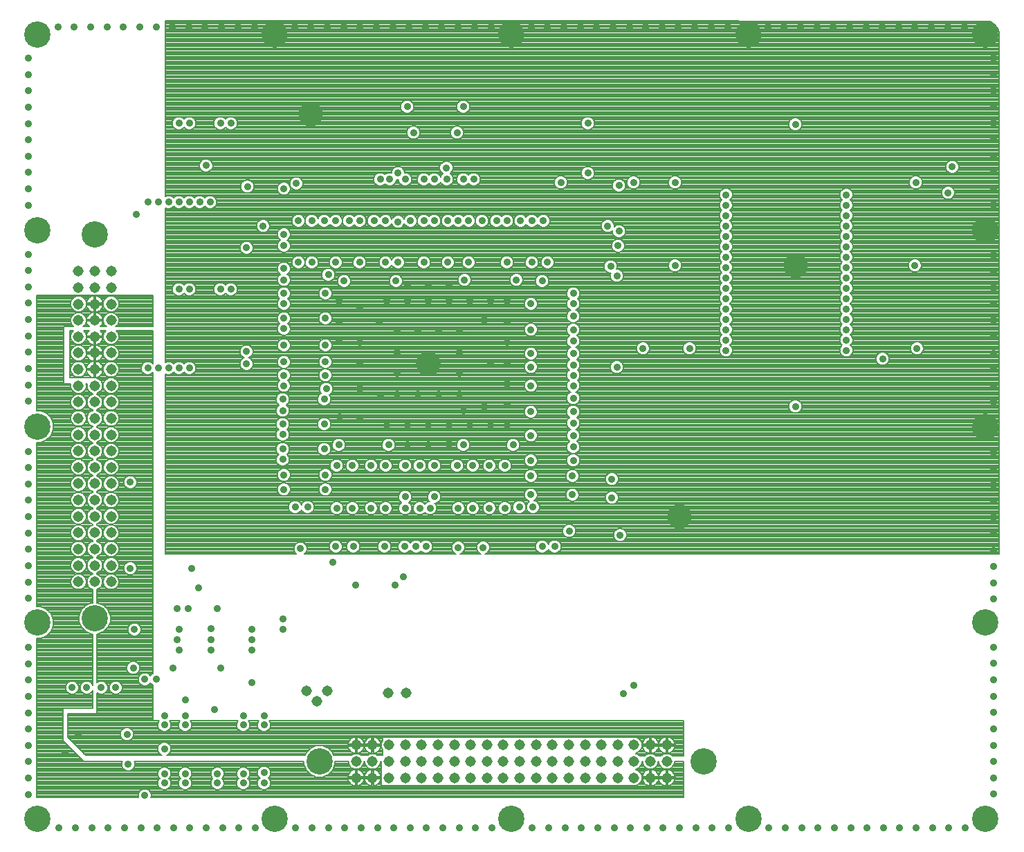
<source format=gbr>
G75*
G70*
%OFA0B0*%
%FSLAX24Y24*%
%IPPOS*%
%LPD*%
%AMOC8*
5,1,8,0,0,1.08239X$1,22.5*
%
%ADD10C,0.0515*%
%ADD11C,0.1266*%
%ADD12C,0.0360*%
%ADD13C,0.0080*%
%ADD14C,0.1181*%
D10*
X013905Y007105D03*
X014405Y006605D03*
X014905Y007105D03*
X017821Y007005D03*
X018689Y007005D03*
X018659Y004486D03*
X019446Y004486D03*
X019446Y003698D03*
X018659Y003698D03*
X018659Y002911D03*
X019446Y002911D03*
X020234Y002911D03*
X021021Y002911D03*
X021809Y002911D03*
X022596Y002911D03*
X022596Y003698D03*
X023383Y003698D03*
X024171Y003698D03*
X024171Y002911D03*
X023383Y002911D03*
X024958Y002911D03*
X024958Y003698D03*
X025746Y003698D03*
X026533Y003698D03*
X026533Y002911D03*
X025746Y002911D03*
X027320Y002911D03*
X027320Y003698D03*
X027320Y004486D03*
X026533Y004486D03*
X025746Y004486D03*
X024958Y004486D03*
X024171Y004486D03*
X023383Y004486D03*
X022596Y004486D03*
X021809Y004486D03*
X021021Y004486D03*
X020234Y004486D03*
X020234Y003698D03*
X021021Y003698D03*
X021809Y003698D03*
X017872Y003698D03*
X017872Y002911D03*
X017084Y002911D03*
X016297Y002911D03*
X016297Y003698D03*
X017084Y003698D03*
X017084Y004486D03*
X016297Y004486D03*
X017872Y004486D03*
X028108Y004486D03*
X028895Y004486D03*
X029683Y004486D03*
X030470Y004486D03*
X031257Y004486D03*
X031257Y003698D03*
X030470Y003698D03*
X030470Y002911D03*
X031257Y002911D03*
X029683Y002911D03*
X029683Y003698D03*
X028895Y003698D03*
X028108Y003698D03*
X028108Y002911D03*
X028895Y002911D03*
X004486Y012360D03*
X004486Y013147D03*
X004486Y013935D03*
X004486Y014722D03*
X004486Y015509D03*
X003698Y015509D03*
X002911Y015509D03*
X002911Y014722D03*
X003698Y014722D03*
X003698Y013935D03*
X002911Y013935D03*
X002911Y013147D03*
X003698Y013147D03*
X003698Y012360D03*
X002911Y012360D03*
X002911Y016297D03*
X003698Y016297D03*
X003698Y017084D03*
X002911Y017084D03*
X002911Y017872D03*
X003698Y017872D03*
X003698Y018659D03*
X002911Y018659D03*
X002911Y019446D03*
X003698Y019446D03*
X004486Y019446D03*
X004486Y018659D03*
X004486Y017872D03*
X004486Y017084D03*
X004486Y016297D03*
X004486Y020234D03*
X004486Y021021D03*
X004486Y021809D03*
X004486Y022596D03*
X004486Y023383D03*
X004486Y024171D03*
X004486Y024958D03*
X004486Y025746D03*
X004486Y026533D03*
X004486Y027320D03*
X003698Y027320D03*
X002911Y027320D03*
X002911Y026533D03*
X003698Y026533D03*
X003698Y025746D03*
X002911Y025746D03*
X002911Y024958D03*
X003698Y024958D03*
X003698Y024171D03*
X002911Y024171D03*
X002911Y023383D03*
X003698Y023383D03*
X003698Y022596D03*
X002911Y022596D03*
X002911Y021809D03*
X003698Y021809D03*
X003698Y021021D03*
X002911Y021021D03*
X002911Y020234D03*
X003698Y020234D03*
D11*
X000942Y000942D03*
X000942Y010391D03*
X003698Y010588D03*
X014525Y003698D03*
X012360Y000942D03*
X023777Y000942D03*
X033029Y003698D03*
X035194Y000942D03*
X046612Y000942D03*
X046612Y010391D03*
X046612Y019840D03*
X046612Y029289D03*
X046612Y038738D03*
X035194Y038738D03*
X023777Y038738D03*
X012360Y038738D03*
X003698Y029092D03*
X000942Y029289D03*
X000942Y019840D03*
X000942Y038738D03*
D12*
X001930Y039105D03*
X002717Y039105D03*
X003505Y039105D03*
X004292Y039105D03*
X005079Y039105D03*
X005867Y039105D03*
X006654Y039105D03*
X007442Y039105D03*
X008229Y039105D03*
X009016Y039105D03*
X009804Y039105D03*
X010604Y039105D03*
X011404Y039105D03*
X013330Y039105D03*
X014117Y039105D03*
X014905Y039105D03*
X015692Y039105D03*
X016479Y039105D03*
X017267Y039105D03*
X018054Y039105D03*
X018842Y039105D03*
X019629Y039105D03*
X020416Y039105D03*
X021204Y039105D03*
X022004Y039105D03*
X022804Y039105D03*
X024730Y039105D03*
X025517Y039105D03*
X026305Y039105D03*
X027092Y039105D03*
X027879Y039105D03*
X028667Y039105D03*
X029454Y039105D03*
X030242Y039105D03*
X031029Y039105D03*
X031816Y039105D03*
X032604Y039105D03*
X033404Y039105D03*
X034204Y039105D03*
X036130Y039105D03*
X036917Y039105D03*
X037705Y039105D03*
X038492Y039105D03*
X039279Y039105D03*
X040067Y039105D03*
X040854Y039105D03*
X041642Y039105D03*
X042429Y039105D03*
X043216Y039105D03*
X044004Y039105D03*
X044804Y039105D03*
X045604Y039105D03*
X047005Y037604D03*
X047005Y036816D03*
X047005Y036029D03*
X047005Y035242D03*
X047005Y034454D03*
X047005Y033667D03*
X047005Y032879D03*
X047005Y032092D03*
X047005Y031305D03*
X047005Y030517D03*
X044805Y031105D03*
X045005Y032355D03*
X043255Y031605D03*
X039905Y031005D03*
X039905Y030505D03*
X039905Y030005D03*
X039905Y029505D03*
X039905Y029005D03*
X039905Y028505D03*
X039905Y028005D03*
X039905Y027505D03*
X039905Y027005D03*
X039905Y026505D03*
X039905Y026005D03*
X039905Y025505D03*
X039905Y025005D03*
X039905Y024505D03*
X039905Y024005D03*
X039905Y023505D03*
X041655Y023105D03*
X043305Y023605D03*
X047005Y023379D03*
X047005Y024167D03*
X047005Y024954D03*
X047005Y025742D03*
X047005Y026529D03*
X047005Y027316D03*
X047005Y028104D03*
X043205Y027605D03*
X047005Y022592D03*
X047005Y021805D03*
X047005Y021017D03*
X047005Y018604D03*
X047005Y017816D03*
X047005Y017029D03*
X047005Y016242D03*
X047005Y015454D03*
X047005Y014667D03*
X047005Y013879D03*
X047005Y013092D03*
X047005Y012305D03*
X047005Y011517D03*
X047005Y009204D03*
X047005Y008416D03*
X047005Y007629D03*
X047005Y006842D03*
X047005Y006054D03*
X047005Y005267D03*
X047005Y004479D03*
X047005Y003692D03*
X047005Y002905D03*
X047005Y002117D03*
X045630Y000505D03*
X044843Y000505D03*
X044055Y000505D03*
X043268Y000505D03*
X042481Y000505D03*
X041693Y000505D03*
X040906Y000505D03*
X040118Y000505D03*
X039331Y000505D03*
X038544Y000505D03*
X037756Y000505D03*
X036956Y000505D03*
X036156Y000505D03*
X034230Y000505D03*
X033443Y000505D03*
X032655Y000505D03*
X031868Y000505D03*
X031081Y000505D03*
X030293Y000505D03*
X029506Y000505D03*
X028718Y000505D03*
X027931Y000505D03*
X027144Y000505D03*
X026356Y000505D03*
X025556Y000505D03*
X024756Y000505D03*
X022830Y000505D03*
X022043Y000505D03*
X021255Y000505D03*
X020468Y000505D03*
X019681Y000505D03*
X018893Y000505D03*
X018106Y000505D03*
X017318Y000505D03*
X016531Y000505D03*
X015744Y000505D03*
X014956Y000505D03*
X014156Y000505D03*
X013356Y000505D03*
X011430Y000505D03*
X010643Y000505D03*
X009855Y000505D03*
X009068Y000505D03*
X008281Y000505D03*
X007493Y000505D03*
X006706Y000505D03*
X005918Y000505D03*
X005131Y000505D03*
X004344Y000505D03*
X003556Y000505D03*
X002756Y000505D03*
X001956Y000505D03*
X000505Y002106D03*
X000505Y002894D03*
X000505Y003681D03*
X000505Y004468D03*
X000505Y005256D03*
X000505Y006043D03*
X000505Y006831D03*
X000505Y007618D03*
X000505Y008405D03*
X000505Y009193D03*
X002605Y007255D03*
X003305Y007255D03*
X004005Y007255D03*
X004705Y007255D03*
X005555Y008205D03*
X006105Y007655D03*
X006655Y007655D03*
X007455Y008205D03*
X007755Y009055D03*
X007655Y009555D03*
X007755Y010055D03*
X007655Y011055D03*
X008205Y011055D03*
X009305Y010105D03*
X009305Y009555D03*
X009305Y009055D03*
X009755Y008205D03*
X011255Y007505D03*
X011255Y009055D03*
X011255Y009555D03*
X011255Y010055D03*
X012755Y010055D03*
X012755Y010555D03*
X009605Y011055D03*
X008705Y012055D03*
X008355Y013005D03*
X005405Y013005D03*
X005605Y010055D03*
X008055Y006655D03*
X008055Y005905D03*
X008055Y005455D03*
X007055Y005455D03*
X007055Y005905D03*
X005255Y005005D03*
X007055Y004305D03*
X007055Y003105D03*
X007055Y002655D03*
X008055Y002655D03*
X008055Y003105D03*
X009605Y003105D03*
X009605Y002655D03*
X010855Y002655D03*
X010855Y003105D03*
X011855Y003155D03*
X011855Y002655D03*
X011855Y005455D03*
X011855Y005905D03*
X010855Y005905D03*
X010855Y005455D03*
X009455Y006205D03*
X005305Y003555D03*
X006105Y002055D03*
X002905Y004955D03*
X002255Y004105D03*
X000505Y011556D03*
X000505Y012344D03*
X000505Y013131D03*
X000505Y013918D03*
X000505Y014706D03*
X000505Y015493D03*
X000505Y016281D03*
X000505Y017068D03*
X000505Y017855D03*
X000505Y018643D03*
X000505Y021056D03*
X000505Y021844D03*
X000505Y022631D03*
X000505Y023418D03*
X000505Y024206D03*
X000505Y024993D03*
X000505Y025781D03*
X000505Y026568D03*
X000505Y027355D03*
X000505Y028143D03*
X000505Y030506D03*
X000505Y031294D03*
X000505Y032081D03*
X000505Y032868D03*
X000505Y033656D03*
X000505Y034443D03*
X000505Y035231D03*
X000505Y036018D03*
X000505Y036805D03*
X000505Y037593D03*
X007755Y034455D03*
X008255Y034455D03*
X009755Y034455D03*
X010255Y034455D03*
X009065Y032425D03*
X009255Y030655D03*
X008755Y030655D03*
X008255Y030655D03*
X007755Y030655D03*
X007255Y030655D03*
X006755Y030655D03*
X006255Y030655D03*
X005705Y030055D03*
X007755Y026455D03*
X008255Y026455D03*
X009755Y026455D03*
X010255Y026455D03*
X011005Y028455D03*
X011805Y029505D03*
X012805Y029105D03*
X012805Y028555D03*
X013505Y027755D03*
X014155Y027755D03*
X014955Y027155D03*
X015305Y027755D03*
X016455Y027755D03*
X015705Y026855D03*
X015455Y025905D03*
X014805Y026255D03*
X014805Y025055D03*
X015455Y024905D03*
X015455Y024005D03*
X014805Y023755D03*
X014805Y022955D03*
X014805Y022305D03*
X014855Y021655D03*
X014755Y021155D03*
X015505Y020305D03*
X014755Y019955D03*
X014755Y018755D03*
X015455Y018955D03*
X015355Y017955D03*
X014805Y017505D03*
X014805Y016805D03*
X015355Y015905D03*
X016105Y015905D03*
X017005Y015905D03*
X017705Y015905D03*
X018655Y015905D03*
X018655Y016455D03*
X019355Y015905D03*
X019855Y015905D03*
X020055Y016455D03*
X021205Y015905D03*
X021905Y015905D03*
X022705Y015905D03*
X023455Y015905D03*
X024155Y015955D03*
X024705Y016555D03*
X024805Y015955D03*
X026555Y014805D03*
X025855Y014055D03*
X025255Y014055D03*
X022405Y014005D03*
X021205Y014005D03*
X019655Y014055D03*
X019179Y014055D03*
X018629Y014055D03*
X017655Y014055D03*
X016155Y014055D03*
X015305Y014055D03*
X015155Y013305D03*
X016255Y012205D03*
X018155Y012205D03*
X018555Y012605D03*
X013955Y015955D03*
X013355Y015955D03*
X012805Y016805D03*
X012805Y017505D03*
X012755Y018255D03*
X012755Y018755D03*
X012755Y019455D03*
X012755Y019955D03*
X012755Y020605D03*
X012755Y021155D03*
X012805Y021805D03*
X012805Y022305D03*
X012805Y022955D03*
X012805Y023755D03*
X012805Y024555D03*
X012805Y025055D03*
X012805Y025755D03*
X012805Y026255D03*
X012805Y026905D03*
X012805Y027455D03*
X013505Y029755D03*
X014155Y029755D03*
X014755Y029755D03*
X015305Y029755D03*
X015955Y029755D03*
X016455Y029755D03*
X017155Y029755D03*
X017705Y029755D03*
X018305Y029705D03*
X018905Y029755D03*
X019555Y029755D03*
X020055Y029755D03*
X020705Y029755D03*
X021205Y029755D03*
X021705Y029755D03*
X022355Y029755D03*
X023055Y029755D03*
X023555Y029755D03*
X024205Y029755D03*
X024755Y029755D03*
X025305Y029755D03*
X026155Y031605D03*
X027455Y032055D03*
X028955Y031455D03*
X029655Y031605D03*
X031655Y031605D03*
X034105Y031005D03*
X034105Y030505D03*
X034105Y030005D03*
X034105Y029505D03*
X034105Y029005D03*
X034105Y028505D03*
X034105Y028005D03*
X034105Y027505D03*
X034105Y027005D03*
X034105Y026505D03*
X034105Y026005D03*
X034105Y025505D03*
X034105Y025005D03*
X034105Y024505D03*
X034105Y024005D03*
X034105Y023505D03*
X032355Y023605D03*
X030105Y023605D03*
X028855Y022705D03*
X026755Y022805D03*
X026755Y022305D03*
X026755Y021805D03*
X026755Y021205D03*
X026755Y020555D03*
X026755Y020005D03*
X026755Y019405D03*
X026755Y018855D03*
X026755Y018205D03*
X026705Y017455D03*
X026705Y016555D03*
X028605Y016405D03*
X028605Y017305D03*
X029005Y014605D03*
X024705Y017455D03*
X024705Y018205D03*
X023855Y018955D03*
X024705Y019405D03*
X023555Y019905D03*
X022755Y019905D03*
X022455Y020805D03*
X021455Y020605D03*
X021755Y019905D03*
X020755Y019905D03*
X019755Y019905D03*
X018755Y019905D03*
X017755Y019905D03*
X017855Y018955D03*
X018755Y018955D03*
X019755Y018955D03*
X020755Y019005D03*
X021455Y018955D03*
X021155Y017955D03*
X021905Y017955D03*
X022705Y017955D03*
X023455Y017955D03*
X024705Y020555D03*
X023555Y020905D03*
X023555Y021905D03*
X023555Y022905D03*
X022755Y022905D03*
X023555Y023905D03*
X023555Y024905D03*
X022455Y024955D03*
X022755Y025905D03*
X023555Y025905D03*
X024005Y026905D03*
X023555Y027755D03*
X024755Y027755D03*
X025505Y027755D03*
X025255Y026855D03*
X024705Y025755D03*
X024705Y024505D03*
X024705Y023355D03*
X024705Y022705D03*
X024705Y021805D03*
X026755Y023355D03*
X026755Y023955D03*
X026755Y024505D03*
X026755Y025155D03*
X026755Y025755D03*
X026755Y026255D03*
X028555Y027555D03*
X028855Y027105D03*
X028905Y028555D03*
X028955Y029255D03*
X028405Y029505D03*
X031655Y027605D03*
X027455Y034455D03*
X021955Y031755D03*
X021455Y031755D03*
X020655Y031755D03*
X020636Y032305D03*
X020055Y031755D03*
X019555Y031755D03*
X018655Y031755D03*
X018305Y032055D03*
X017905Y031755D03*
X017455Y031755D03*
X019055Y034005D03*
X018755Y035255D03*
X021155Y034005D03*
X021455Y035255D03*
X013405Y031555D03*
X012805Y031305D03*
X011055Y031405D03*
X017705Y027755D03*
X018305Y027755D03*
X018205Y026855D03*
X018755Y026655D03*
X018755Y025905D03*
X017755Y025905D03*
X017405Y024905D03*
X018255Y024405D03*
X018255Y023405D03*
X019255Y024405D03*
X020255Y024405D03*
X021255Y024405D03*
X021255Y023405D03*
X021255Y022405D03*
X021255Y021405D03*
X020255Y021405D03*
X019255Y021405D03*
X018255Y021405D03*
X017455Y021255D03*
X016455Y021655D03*
X016455Y022905D03*
X016455Y023905D03*
X016455Y025605D03*
X019755Y025905D03*
X019755Y026655D03*
X020755Y026655D03*
X020755Y025905D03*
X021755Y025905D03*
X021505Y026905D03*
X021705Y027755D03*
X020705Y027755D03*
X019555Y027755D03*
X018255Y022405D03*
X016455Y020205D03*
X016105Y017955D03*
X017005Y017955D03*
X017705Y017955D03*
X018655Y017955D03*
X019355Y017955D03*
X020055Y017955D03*
X013605Y013955D03*
X005405Y017155D03*
X006255Y022655D03*
X006755Y022655D03*
X007255Y022655D03*
X007755Y022655D03*
X008255Y022655D03*
X011005Y022855D03*
X011005Y023455D03*
X029655Y007355D03*
X029155Y006955D03*
X037455Y020805D03*
X037455Y034405D03*
D13*
X037164Y034538D02*
X027767Y034538D01*
X027775Y034519D02*
X027726Y034636D01*
X027636Y034726D01*
X027519Y034775D01*
X027391Y034775D01*
X027274Y034726D01*
X027184Y034636D01*
X027135Y034519D01*
X027135Y034391D01*
X027184Y034274D01*
X027274Y034184D01*
X027391Y034135D01*
X027519Y034135D01*
X027636Y034184D01*
X027726Y034274D01*
X027775Y034391D01*
X027775Y034519D01*
X027775Y034460D02*
X037135Y034460D01*
X037135Y034469D02*
X037135Y034341D01*
X037184Y034224D01*
X037274Y034134D01*
X037391Y034085D01*
X037519Y034085D01*
X037636Y034134D01*
X037726Y034224D01*
X037775Y034341D01*
X037775Y034469D01*
X037726Y034586D01*
X037636Y034676D01*
X037519Y034725D01*
X037391Y034725D01*
X037274Y034676D01*
X037184Y034586D01*
X037135Y034469D01*
X037135Y034381D02*
X027771Y034381D01*
X027738Y034303D02*
X037151Y034303D01*
X037184Y034224D02*
X027677Y034224D01*
X027544Y034146D02*
X037262Y034146D01*
X037648Y034146D02*
X047255Y034146D01*
X047255Y034224D02*
X037726Y034224D01*
X037759Y034303D02*
X047255Y034303D01*
X047255Y034381D02*
X037775Y034381D01*
X037775Y034460D02*
X047255Y034460D01*
X047255Y034538D02*
X037746Y034538D01*
X037696Y034617D02*
X047255Y034617D01*
X047255Y034695D02*
X037591Y034695D01*
X037319Y034695D02*
X027667Y034695D01*
X027734Y034617D02*
X037214Y034617D01*
X039724Y031276D02*
X039841Y031325D01*
X039969Y031325D01*
X040086Y031276D01*
X040176Y031186D01*
X040225Y031069D01*
X040225Y030941D01*
X040176Y030824D01*
X040108Y030755D01*
X040176Y030686D01*
X040225Y030569D01*
X040225Y030441D01*
X040176Y030324D01*
X040108Y030255D01*
X040176Y030186D01*
X040225Y030069D01*
X040225Y029941D01*
X040176Y029824D01*
X040108Y029755D01*
X040176Y029686D01*
X040225Y029569D01*
X040225Y029441D01*
X040176Y029324D01*
X040108Y029255D01*
X040176Y029186D01*
X040225Y029069D01*
X040225Y028941D01*
X040176Y028824D01*
X040108Y028755D01*
X040176Y028686D01*
X040225Y028569D01*
X040225Y028441D01*
X040176Y028324D01*
X040108Y028255D01*
X040176Y028186D01*
X040225Y028069D01*
X040225Y027941D01*
X040176Y027824D01*
X040108Y027755D01*
X040176Y027686D01*
X040225Y027569D01*
X040225Y027441D01*
X040176Y027324D01*
X040108Y027255D01*
X040176Y027186D01*
X040225Y027069D01*
X040225Y026941D01*
X040176Y026824D01*
X040108Y026755D01*
X040176Y026686D01*
X040225Y026569D01*
X040225Y026441D01*
X040176Y026324D01*
X040108Y026255D01*
X040176Y026186D01*
X040225Y026069D01*
X040225Y025941D01*
X040176Y025824D01*
X040108Y025755D01*
X040176Y025686D01*
X040225Y025569D01*
X040225Y025441D01*
X040176Y025324D01*
X040108Y025255D01*
X040176Y025186D01*
X040225Y025069D01*
X040225Y024941D01*
X040176Y024824D01*
X040108Y024755D01*
X040176Y024686D01*
X040225Y024569D01*
X040225Y024441D01*
X040176Y024324D01*
X040108Y024255D01*
X047255Y024255D01*
X047255Y024333D02*
X040180Y024333D01*
X040213Y024412D02*
X047255Y024412D01*
X047255Y024490D02*
X040225Y024490D01*
X040225Y024569D02*
X047255Y024569D01*
X047255Y024647D02*
X040193Y024647D01*
X040137Y024726D02*
X047255Y024726D01*
X047255Y024804D02*
X040157Y024804D01*
X040201Y024883D02*
X047255Y024883D01*
X047255Y024961D02*
X040225Y024961D01*
X040225Y025040D02*
X047255Y025040D01*
X047255Y025118D02*
X040205Y025118D01*
X040166Y025197D02*
X047255Y025197D01*
X047255Y025275D02*
X040128Y025275D01*
X040189Y025354D02*
X047255Y025354D01*
X047255Y025432D02*
X040221Y025432D01*
X040225Y025511D02*
X047255Y025511D01*
X047255Y025589D02*
X040217Y025589D01*
X040184Y025668D02*
X047255Y025668D01*
X047255Y025746D02*
X040116Y025746D01*
X040177Y025825D02*
X047255Y025825D01*
X047255Y025903D02*
X040209Y025903D01*
X040225Y025982D02*
X047255Y025982D01*
X047255Y026060D02*
X040225Y026060D01*
X040196Y026139D02*
X047255Y026139D01*
X047255Y026217D02*
X040145Y026217D01*
X040148Y026296D02*
X047255Y026296D01*
X047255Y026374D02*
X040197Y026374D01*
X040225Y026453D02*
X047255Y026453D01*
X047255Y026531D02*
X040225Y026531D01*
X040208Y026610D02*
X047255Y026610D01*
X047255Y026688D02*
X040174Y026688D01*
X040119Y026767D02*
X047255Y026767D01*
X047255Y026845D02*
X040185Y026845D01*
X040218Y026924D02*
X047255Y026924D01*
X047255Y027002D02*
X040225Y027002D01*
X040220Y027081D02*
X047255Y027081D01*
X047255Y027159D02*
X040188Y027159D01*
X040125Y027238D02*
X047255Y027238D01*
X047255Y027316D02*
X043344Y027316D01*
X043386Y027334D02*
X043476Y027424D01*
X043525Y027541D01*
X043525Y027669D01*
X043476Y027786D01*
X043386Y027876D01*
X043269Y027925D01*
X043141Y027925D01*
X043024Y027876D01*
X042934Y027786D01*
X042885Y027669D01*
X042885Y027541D01*
X042934Y027424D01*
X043024Y027334D01*
X043141Y027285D01*
X043269Y027285D01*
X043386Y027334D01*
X043447Y027395D02*
X047255Y027395D01*
X047255Y027473D02*
X043497Y027473D01*
X043525Y027552D02*
X047255Y027552D01*
X047255Y027630D02*
X043525Y027630D01*
X043508Y027709D02*
X047255Y027709D01*
X047255Y027787D02*
X043475Y027787D01*
X043397Y027866D02*
X047255Y027866D01*
X047255Y027944D02*
X040225Y027944D01*
X040225Y028023D02*
X047255Y028023D01*
X047255Y028101D02*
X040212Y028101D01*
X040179Y028180D02*
X047255Y028180D01*
X047255Y028258D02*
X040111Y028258D01*
X040182Y028337D02*
X047255Y028337D01*
X047255Y028415D02*
X040214Y028415D01*
X040225Y028494D02*
X047255Y028494D01*
X047255Y028572D02*
X040224Y028572D01*
X040191Y028651D02*
X047255Y028651D01*
X047255Y028729D02*
X040133Y028729D01*
X040160Y028808D02*
X047255Y028808D01*
X047255Y028886D02*
X040202Y028886D01*
X040225Y028965D02*
X047255Y028965D01*
X047255Y029043D02*
X040225Y029043D01*
X040203Y029122D02*
X047255Y029122D01*
X047255Y029200D02*
X040162Y029200D01*
X040131Y029279D02*
X047255Y029279D01*
X047255Y029357D02*
X040190Y029357D01*
X040223Y029436D02*
X047255Y029436D01*
X047255Y029514D02*
X040225Y029514D01*
X040215Y029593D02*
X047255Y029593D01*
X047255Y029671D02*
X040183Y029671D01*
X040113Y029750D02*
X047255Y029750D01*
X047255Y029828D02*
X040178Y029828D01*
X040211Y029907D02*
X047255Y029907D01*
X047255Y029985D02*
X040225Y029985D01*
X040225Y030064D02*
X047255Y030064D01*
X047255Y030142D02*
X040195Y030142D01*
X040142Y030221D02*
X047255Y030221D01*
X047255Y030299D02*
X040152Y030299D01*
X040199Y030378D02*
X047255Y030378D01*
X047255Y030456D02*
X040225Y030456D01*
X040225Y030535D02*
X047255Y030535D01*
X047255Y030613D02*
X040207Y030613D01*
X040171Y030692D02*
X047255Y030692D01*
X047255Y030770D02*
X040123Y030770D01*
X040187Y030849D02*
X044609Y030849D01*
X044624Y030834D02*
X044741Y030785D01*
X044869Y030785D01*
X044986Y030834D01*
X045076Y030924D01*
X045125Y031041D01*
X045125Y031169D01*
X045076Y031286D01*
X044986Y031376D01*
X044869Y031425D01*
X044741Y031425D01*
X044624Y031376D01*
X044534Y031286D01*
X044485Y031169D01*
X044485Y031041D01*
X044534Y030924D01*
X044624Y030834D01*
X044532Y030927D02*
X040219Y030927D01*
X040225Y031006D02*
X044500Y031006D01*
X044485Y031084D02*
X040219Y031084D01*
X040186Y031163D02*
X044485Y031163D01*
X044515Y031241D02*
X040121Y031241D01*
X039982Y031320D02*
X043108Y031320D01*
X043074Y031334D02*
X043191Y031285D01*
X043319Y031285D01*
X043436Y031334D01*
X043526Y031424D01*
X043575Y031541D01*
X043575Y031669D01*
X043526Y031786D01*
X043436Y031876D01*
X043319Y031925D01*
X043191Y031925D01*
X043074Y031876D01*
X042984Y031786D01*
X042935Y031669D01*
X042935Y031541D01*
X042984Y031424D01*
X043074Y031334D01*
X043009Y031398D02*
X031901Y031398D01*
X031926Y031424D02*
X031975Y031541D01*
X031975Y031669D01*
X031926Y031786D01*
X031836Y031876D01*
X031719Y031925D01*
X031591Y031925D01*
X031474Y031876D01*
X031384Y031786D01*
X031335Y031669D01*
X031335Y031541D01*
X031384Y031424D01*
X031474Y031334D01*
X031591Y031285D01*
X031719Y031285D01*
X031836Y031334D01*
X031926Y031424D01*
X031948Y031477D02*
X042962Y031477D01*
X042935Y031555D02*
X031975Y031555D01*
X031975Y031634D02*
X042935Y031634D01*
X042953Y031712D02*
X031957Y031712D01*
X031922Y031791D02*
X042988Y031791D01*
X043067Y031869D02*
X031843Y031869D01*
X031467Y031869D02*
X029843Y031869D01*
X029836Y031876D02*
X029719Y031925D01*
X029591Y031925D01*
X029474Y031876D01*
X029384Y031786D01*
X029335Y031669D01*
X029335Y031541D01*
X029384Y031424D01*
X029474Y031334D01*
X029591Y031285D01*
X029719Y031285D01*
X029836Y031334D01*
X029926Y031424D01*
X029975Y031541D01*
X029975Y031669D01*
X029926Y031786D01*
X029836Y031876D01*
X029922Y031791D02*
X031388Y031791D01*
X031353Y031712D02*
X029957Y031712D01*
X029975Y031634D02*
X031335Y031634D01*
X031335Y031555D02*
X029975Y031555D01*
X029948Y031477D02*
X031362Y031477D01*
X031409Y031398D02*
X029901Y031398D01*
X029802Y031320D02*
X031508Y031320D01*
X031802Y031320D02*
X034028Y031320D01*
X034041Y031325D02*
X033924Y031276D01*
X033834Y031186D01*
X033785Y031069D01*
X033785Y030941D01*
X033834Y030824D01*
X033902Y030755D01*
X033834Y030686D01*
X033785Y030569D01*
X033785Y030441D01*
X033834Y030324D01*
X033902Y030255D01*
X033834Y030186D01*
X033785Y030069D01*
X033785Y029941D01*
X033834Y029824D01*
X033902Y029755D01*
X033834Y029686D01*
X033785Y029569D01*
X033785Y029441D01*
X033834Y029324D01*
X033902Y029255D01*
X033834Y029186D01*
X033785Y029069D01*
X033785Y028941D01*
X033834Y028824D01*
X033902Y028755D01*
X033834Y028686D01*
X033785Y028569D01*
X033785Y028441D01*
X033834Y028324D01*
X033902Y028255D01*
X033834Y028186D01*
X033785Y028069D01*
X033785Y027941D01*
X033834Y027824D01*
X033902Y027755D01*
X033834Y027686D01*
X033785Y027569D01*
X033785Y027441D01*
X033834Y027324D01*
X033902Y027255D01*
X033834Y027186D01*
X033785Y027069D01*
X033785Y026941D01*
X033834Y026824D01*
X033902Y026755D01*
X033834Y026686D01*
X033785Y026569D01*
X033785Y026441D01*
X033834Y026324D01*
X033902Y026255D01*
X033834Y026186D01*
X033785Y026069D01*
X033785Y025941D01*
X033834Y025824D01*
X033902Y025755D01*
X033834Y025686D01*
X033785Y025569D01*
X033785Y025441D01*
X033834Y025324D01*
X033902Y025255D01*
X033834Y025186D01*
X033785Y025069D01*
X033785Y024941D01*
X033834Y024824D01*
X033902Y024755D01*
X033834Y024686D01*
X033785Y024569D01*
X033785Y024441D01*
X033834Y024324D01*
X033902Y024255D01*
X026957Y024255D01*
X026936Y024234D02*
X027026Y024324D01*
X027075Y024441D01*
X027075Y024569D01*
X027026Y024686D01*
X026936Y024776D01*
X026819Y024825D01*
X026691Y024825D01*
X026574Y024776D01*
X026484Y024686D01*
X026435Y024569D01*
X026435Y024441D01*
X026484Y024324D01*
X026574Y024234D01*
X026583Y024230D01*
X026574Y024226D01*
X026484Y024136D01*
X026435Y024019D01*
X014993Y024019D01*
X014986Y024026D02*
X014869Y024075D01*
X014741Y024075D01*
X014624Y024026D01*
X014534Y023936D01*
X014485Y023819D01*
X014485Y023691D01*
X014534Y023574D01*
X014624Y023484D01*
X014741Y023435D01*
X014869Y023435D01*
X014986Y023484D01*
X015076Y023574D01*
X015125Y023691D01*
X015125Y023819D01*
X015076Y023936D01*
X014986Y024026D01*
X015072Y023941D02*
X026435Y023941D01*
X026435Y023891D02*
X026484Y023774D01*
X026574Y023684D01*
X026643Y023655D01*
X026574Y023626D01*
X026484Y023536D01*
X026435Y023419D01*
X026435Y023291D01*
X026484Y023174D01*
X026574Y023084D01*
X026583Y023080D01*
X026574Y023076D01*
X026484Y022986D01*
X026435Y022869D01*
X026435Y022741D01*
X026484Y022624D01*
X026552Y022555D01*
X026484Y022486D01*
X026435Y022369D01*
X026435Y022241D01*
X026484Y022124D01*
X026552Y022055D01*
X026484Y021986D01*
X026435Y021869D01*
X026435Y021741D01*
X026484Y021624D01*
X026574Y021534D01*
X026643Y021505D01*
X026574Y021476D01*
X026484Y021386D01*
X026435Y021269D01*
X026435Y021141D01*
X026484Y021024D01*
X026574Y020934D01*
X026691Y020885D01*
X026819Y020885D01*
X026936Y020934D01*
X027026Y021024D01*
X027075Y021141D01*
X027075Y021269D01*
X027026Y021386D01*
X026936Y021476D01*
X026867Y021505D01*
X026936Y021534D01*
X027026Y021624D01*
X027075Y021741D01*
X027075Y021869D01*
X027026Y021986D01*
X026958Y022055D01*
X027026Y022124D01*
X027075Y022241D01*
X027075Y022369D01*
X027026Y022486D01*
X026958Y022555D01*
X027026Y022624D01*
X027075Y022741D01*
X027075Y022869D01*
X027026Y022986D01*
X026936Y023076D01*
X026927Y023080D01*
X026936Y023084D01*
X027026Y023174D01*
X027075Y023291D01*
X027075Y023419D01*
X027026Y023536D01*
X026936Y023626D01*
X026867Y023655D01*
X026936Y023684D01*
X027026Y023774D01*
X027075Y023891D01*
X027075Y024019D01*
X033785Y024019D01*
X033785Y024069D02*
X033785Y023941D01*
X033834Y023824D01*
X033902Y023755D01*
X033834Y023686D01*
X033785Y023569D01*
X033785Y023441D01*
X033834Y023324D01*
X033924Y023234D01*
X034041Y023185D01*
X034169Y023185D01*
X034286Y023234D01*
X034376Y023324D01*
X034425Y023441D01*
X034425Y023569D01*
X034376Y023686D01*
X034308Y023755D01*
X034376Y023824D01*
X034425Y023941D01*
X034425Y024069D01*
X034376Y024186D01*
X034308Y024255D01*
X039702Y024255D01*
X039634Y024186D01*
X039585Y024069D01*
X039585Y023941D01*
X039634Y023824D01*
X039702Y023755D01*
X039634Y023686D01*
X039585Y023569D01*
X039585Y023441D01*
X039634Y023324D01*
X039724Y023234D01*
X039841Y023185D01*
X039969Y023185D01*
X040086Y023234D01*
X040176Y023324D01*
X040225Y023441D01*
X040225Y023569D01*
X040176Y023686D01*
X040108Y023755D01*
X040176Y023824D01*
X040225Y023941D01*
X040225Y024069D01*
X040176Y024186D01*
X040108Y024255D01*
X040181Y024176D02*
X047255Y024176D01*
X047255Y024098D02*
X040213Y024098D01*
X040225Y024019D02*
X047255Y024019D01*
X047255Y023941D02*
X040225Y023941D01*
X040192Y023862D02*
X043110Y023862D01*
X043124Y023876D02*
X043034Y023786D01*
X042985Y023669D01*
X042985Y023541D01*
X043034Y023424D01*
X043124Y023334D01*
X043241Y023285D01*
X043369Y023285D01*
X043486Y023334D01*
X043576Y023424D01*
X043625Y023541D01*
X043625Y023669D01*
X043576Y023786D01*
X043486Y023876D01*
X043369Y023925D01*
X043241Y023925D01*
X043124Y023876D01*
X043033Y023784D02*
X040136Y023784D01*
X040157Y023705D02*
X043000Y023705D01*
X042985Y023627D02*
X040201Y023627D01*
X040225Y023548D02*
X042985Y023548D01*
X043015Y023470D02*
X040225Y023470D01*
X040204Y023391D02*
X041509Y023391D01*
X041474Y023376D02*
X041591Y023425D01*
X041719Y023425D01*
X041836Y023376D01*
X041926Y023286D01*
X041975Y023169D01*
X041975Y023041D01*
X041926Y022924D01*
X041836Y022834D01*
X041719Y022785D01*
X041591Y022785D01*
X041474Y022834D01*
X041384Y022924D01*
X041335Y023041D01*
X041335Y023169D01*
X041384Y023286D01*
X041474Y023376D01*
X041410Y023313D02*
X040165Y023313D01*
X040087Y023234D02*
X041362Y023234D01*
X041335Y023156D02*
X027008Y023156D01*
X027051Y023234D02*
X033923Y023234D01*
X033845Y023313D02*
X032485Y023313D01*
X032536Y023334D02*
X032626Y023424D01*
X032675Y023541D01*
X032675Y023669D01*
X032626Y023786D01*
X032536Y023876D01*
X032419Y023925D01*
X032291Y023925D01*
X032174Y023876D01*
X032084Y023786D01*
X032035Y023669D01*
X032035Y023541D01*
X032084Y023424D01*
X032174Y023334D01*
X032291Y023285D01*
X032419Y023285D01*
X032536Y023334D01*
X032594Y023391D02*
X033806Y023391D01*
X033785Y023470D02*
X032645Y023470D01*
X032675Y023548D02*
X033785Y023548D01*
X033809Y023627D02*
X032675Y023627D01*
X032660Y023705D02*
X033853Y023705D01*
X033874Y023784D02*
X032627Y023784D01*
X032550Y023862D02*
X033818Y023862D01*
X033785Y023941D02*
X027075Y023941D01*
X027075Y024019D02*
X027026Y024136D01*
X026936Y024226D01*
X026927Y024230D01*
X026936Y024234D01*
X026986Y024176D02*
X033829Y024176D01*
X033834Y024186D02*
X033785Y024069D01*
X033797Y024098D02*
X027042Y024098D01*
X027030Y024333D02*
X033830Y024333D01*
X033797Y024412D02*
X027063Y024412D01*
X027075Y024490D02*
X033785Y024490D01*
X033785Y024569D02*
X027075Y024569D01*
X027043Y024647D02*
X033817Y024647D01*
X033873Y024726D02*
X026987Y024726D01*
X026869Y024804D02*
X033853Y024804D01*
X033809Y024883D02*
X026934Y024883D01*
X026936Y024884D02*
X027026Y024974D01*
X027075Y025091D01*
X027075Y025219D01*
X027026Y025336D01*
X026936Y025426D01*
X026867Y025455D01*
X026936Y025484D01*
X027026Y025574D01*
X027075Y025691D01*
X027075Y025819D01*
X027026Y025936D01*
X026958Y026005D01*
X027026Y026074D01*
X027075Y026191D01*
X027075Y026319D01*
X027026Y026436D01*
X026936Y026526D01*
X026819Y026575D01*
X026691Y026575D01*
X026574Y026526D01*
X026484Y026436D01*
X026435Y026319D01*
X026435Y026191D01*
X026484Y026074D01*
X026552Y026005D01*
X026484Y025936D01*
X026435Y025819D01*
X026435Y025691D01*
X026484Y025574D01*
X026574Y025484D01*
X026643Y025455D01*
X026574Y025426D01*
X026484Y025336D01*
X026435Y025219D01*
X026435Y025091D01*
X026484Y024974D01*
X026574Y024884D01*
X026691Y024835D01*
X026819Y024835D01*
X026936Y024884D01*
X027014Y024961D02*
X033785Y024961D01*
X033785Y025040D02*
X027054Y025040D01*
X027075Y025118D02*
X033805Y025118D01*
X033844Y025197D02*
X027075Y025197D01*
X027052Y025275D02*
X033882Y025275D01*
X033821Y025354D02*
X027009Y025354D01*
X026922Y025432D02*
X033789Y025432D01*
X033785Y025511D02*
X026963Y025511D01*
X027033Y025589D02*
X033793Y025589D01*
X033826Y025668D02*
X027065Y025668D01*
X027075Y025746D02*
X033894Y025746D01*
X033833Y025825D02*
X027073Y025825D01*
X027040Y025903D02*
X033801Y025903D01*
X033785Y025982D02*
X026981Y025982D01*
X027013Y026060D02*
X033785Y026060D01*
X033814Y026139D02*
X027053Y026139D01*
X027075Y026217D02*
X033865Y026217D01*
X033862Y026296D02*
X027075Y026296D01*
X027052Y026374D02*
X033813Y026374D01*
X033785Y026453D02*
X027010Y026453D01*
X026925Y026531D02*
X033785Y026531D01*
X033802Y026610D02*
X025462Y026610D01*
X025436Y026584D02*
X025526Y026674D01*
X025575Y026791D01*
X025575Y026919D01*
X025526Y027036D01*
X025436Y027126D01*
X025319Y027175D01*
X025191Y027175D01*
X025074Y027126D01*
X024984Y027036D01*
X024935Y026919D01*
X024935Y026791D01*
X024984Y026674D01*
X025074Y026584D01*
X025191Y026535D01*
X025319Y026535D01*
X025436Y026584D01*
X025532Y026688D02*
X033836Y026688D01*
X033891Y026767D02*
X025565Y026767D01*
X025575Y026845D02*
X028662Y026845D01*
X028674Y026834D02*
X028791Y026785D01*
X028919Y026785D01*
X029036Y026834D01*
X029126Y026924D01*
X029175Y027041D01*
X029175Y027169D01*
X029126Y027286D01*
X029036Y027376D01*
X028919Y027425D01*
X028848Y027425D01*
X028875Y027491D01*
X028875Y027619D01*
X028826Y027736D01*
X028736Y027826D01*
X028619Y027875D01*
X028491Y027875D01*
X028374Y027826D01*
X028284Y027736D01*
X028235Y027619D01*
X028235Y027491D01*
X028284Y027374D01*
X028374Y027284D01*
X028491Y027235D01*
X028562Y027235D01*
X028535Y027169D01*
X028535Y027041D01*
X028584Y026924D01*
X028674Y026834D01*
X028584Y026924D02*
X025573Y026924D01*
X025540Y027002D02*
X028551Y027002D01*
X028535Y027081D02*
X025482Y027081D01*
X025357Y027159D02*
X028535Y027159D01*
X028485Y027238D02*
X015267Y027238D01*
X015275Y027219D02*
X015226Y027336D01*
X015136Y027426D01*
X015019Y027475D01*
X014891Y027475D01*
X014774Y027426D01*
X014684Y027336D01*
X014635Y027219D01*
X014635Y027091D01*
X014684Y026974D01*
X014774Y026884D01*
X014891Y026835D01*
X015019Y026835D01*
X015136Y026884D01*
X015226Y026974D01*
X015275Y027091D01*
X015275Y027219D01*
X015275Y027159D02*
X015603Y027159D01*
X015641Y027175D02*
X015524Y027126D01*
X015434Y027036D01*
X015385Y026919D01*
X015385Y026791D01*
X015434Y026674D01*
X015524Y026584D01*
X015641Y026535D01*
X015769Y026535D01*
X015886Y026584D01*
X015976Y026674D01*
X016025Y026791D01*
X016025Y026919D01*
X015976Y027036D01*
X015886Y027126D01*
X015769Y027175D01*
X015641Y027175D01*
X015807Y027159D02*
X018103Y027159D01*
X018141Y027175D02*
X018024Y027126D01*
X017934Y027036D01*
X017885Y026919D01*
X017885Y026791D01*
X017934Y026674D01*
X018024Y026584D01*
X018141Y026535D01*
X018269Y026535D01*
X018386Y026584D01*
X018476Y026674D01*
X018525Y026791D01*
X018525Y026919D01*
X018476Y027036D01*
X018386Y027126D01*
X018269Y027175D01*
X018141Y027175D01*
X018307Y027159D02*
X021307Y027159D01*
X021324Y027176D02*
X021234Y027086D01*
X021185Y026969D01*
X021185Y026841D01*
X021234Y026724D01*
X021324Y026634D01*
X021441Y026585D01*
X021569Y026585D01*
X021686Y026634D01*
X021776Y026724D01*
X021825Y026841D01*
X021825Y026969D01*
X021776Y027086D01*
X021686Y027176D01*
X021569Y027225D01*
X021441Y027225D01*
X021324Y027176D01*
X021231Y027081D02*
X018432Y027081D01*
X018490Y027002D02*
X021199Y027002D01*
X021185Y026924D02*
X018523Y026924D01*
X018525Y026845D02*
X021185Y026845D01*
X021216Y026767D02*
X018515Y026767D01*
X018482Y026688D02*
X021269Y026688D01*
X021382Y026610D02*
X018412Y026610D01*
X017998Y026610D02*
X015912Y026610D01*
X015982Y026688D02*
X017928Y026688D01*
X017895Y026767D02*
X016015Y026767D01*
X016025Y026845D02*
X017885Y026845D01*
X017887Y026924D02*
X016023Y026924D01*
X015990Y027002D02*
X017920Y027002D01*
X017978Y027081D02*
X015932Y027081D01*
X015478Y027081D02*
X015271Y027081D01*
X015238Y027002D02*
X015420Y027002D01*
X015387Y026924D02*
X015176Y026924D01*
X015043Y026845D02*
X015385Y026845D01*
X015395Y026767D02*
X013094Y026767D01*
X013076Y026724D02*
X013125Y026841D01*
X013125Y026969D01*
X013076Y027086D01*
X012986Y027176D01*
X012977Y027180D01*
X012986Y027184D01*
X013076Y027274D01*
X013125Y027391D01*
X013125Y027519D01*
X013076Y027636D01*
X012986Y027726D01*
X012869Y027775D01*
X012741Y027775D01*
X012624Y027726D01*
X012534Y027636D01*
X012485Y027519D01*
X012485Y027391D01*
X012534Y027274D01*
X012624Y027184D01*
X012633Y027180D01*
X012624Y027176D01*
X012534Y027086D01*
X012485Y026969D01*
X012485Y026841D01*
X012534Y026724D01*
X012624Y026634D01*
X012741Y026585D01*
X012869Y026585D01*
X012986Y026634D01*
X013076Y026724D01*
X013041Y026688D02*
X015428Y026688D01*
X015498Y026610D02*
X012928Y026610D01*
X012869Y026575D02*
X012741Y026575D01*
X012624Y026526D01*
X012534Y026436D01*
X012485Y026319D01*
X012485Y026191D01*
X012534Y026074D01*
X012602Y026005D01*
X012534Y025936D01*
X012485Y025819D01*
X012485Y025691D01*
X012534Y025574D01*
X012624Y025484D01*
X012741Y025435D01*
X012869Y025435D01*
X012986Y025484D01*
X013076Y025574D01*
X013125Y025691D01*
X013125Y025819D01*
X013076Y025936D01*
X013008Y026005D01*
X013076Y026074D01*
X013125Y026191D01*
X013125Y026319D01*
X013076Y026436D01*
X012986Y026526D01*
X012869Y026575D01*
X012975Y026531D02*
X014635Y026531D01*
X014624Y026526D02*
X014534Y026436D01*
X014485Y026319D01*
X014485Y026191D01*
X014534Y026074D01*
X014624Y025984D01*
X014741Y025935D01*
X014869Y025935D01*
X014986Y025984D01*
X015076Y026074D01*
X015125Y026191D01*
X015125Y026319D01*
X015076Y026436D01*
X014986Y026526D01*
X014869Y026575D01*
X014741Y026575D01*
X014624Y026526D01*
X014550Y026453D02*
X013060Y026453D01*
X013102Y026374D02*
X014508Y026374D01*
X014485Y026296D02*
X013125Y026296D01*
X013125Y026217D02*
X014485Y026217D01*
X014507Y026139D02*
X013103Y026139D01*
X013063Y026060D02*
X014547Y026060D01*
X014629Y025982D02*
X013031Y025982D01*
X013090Y025903D02*
X024420Y025903D01*
X024434Y025936D02*
X024385Y025819D01*
X024385Y025691D01*
X024434Y025574D01*
X024524Y025484D01*
X024641Y025435D01*
X024769Y025435D01*
X024886Y025484D01*
X024976Y025574D01*
X025025Y025691D01*
X025025Y025819D01*
X024976Y025936D01*
X024886Y026026D01*
X024769Y026075D01*
X024641Y026075D01*
X024524Y026026D01*
X024434Y025936D01*
X024479Y025982D02*
X014981Y025982D01*
X015063Y026060D02*
X024605Y026060D01*
X024805Y026060D02*
X026497Y026060D01*
X026529Y025982D02*
X024931Y025982D01*
X024990Y025903D02*
X026470Y025903D01*
X026437Y025825D02*
X025023Y025825D01*
X025025Y025746D02*
X026435Y025746D01*
X026445Y025668D02*
X025015Y025668D01*
X024983Y025589D02*
X026477Y025589D01*
X026547Y025511D02*
X024913Y025511D01*
X024497Y025511D02*
X013013Y025511D01*
X013083Y025589D02*
X024427Y025589D01*
X024395Y025668D02*
X013115Y025668D01*
X013125Y025746D02*
X024385Y025746D01*
X024387Y025825D02*
X013123Y025825D01*
X012869Y025375D02*
X012741Y025375D01*
X012624Y025326D01*
X012534Y025236D01*
X012485Y025119D01*
X012485Y024991D01*
X012534Y024874D01*
X012602Y024805D01*
X012534Y024736D01*
X012485Y024619D01*
X012485Y024491D01*
X012534Y024374D01*
X012624Y024284D01*
X012741Y024235D01*
X012869Y024235D01*
X012986Y024284D01*
X013076Y024374D01*
X013125Y024491D01*
X013125Y024619D01*
X013076Y024736D01*
X013008Y024805D01*
X013076Y024874D01*
X013125Y024991D01*
X013125Y025119D01*
X013076Y025236D01*
X012986Y025326D01*
X012869Y025375D01*
X012920Y025354D02*
X014690Y025354D01*
X014741Y025375D02*
X014624Y025326D01*
X014534Y025236D01*
X014485Y025119D01*
X014485Y024991D01*
X014534Y024874D01*
X014624Y024784D01*
X014741Y024735D01*
X014869Y024735D01*
X014986Y024784D01*
X015076Y024874D01*
X015125Y024991D01*
X015125Y025119D01*
X015076Y025236D01*
X014986Y025326D01*
X014869Y025375D01*
X014741Y025375D01*
X014920Y025354D02*
X026501Y025354D01*
X026458Y025275D02*
X015037Y025275D01*
X015093Y025197D02*
X026435Y025197D01*
X026435Y025118D02*
X015125Y025118D01*
X015125Y025040D02*
X026456Y025040D01*
X026496Y024961D02*
X015112Y024961D01*
X015080Y024883D02*
X026576Y024883D01*
X026641Y024804D02*
X024819Y024804D01*
X024769Y024825D02*
X024641Y024825D01*
X024524Y024776D01*
X024434Y024686D01*
X024385Y024569D01*
X024385Y024441D01*
X024434Y024324D01*
X024524Y024234D01*
X024641Y024185D01*
X024769Y024185D01*
X024886Y024234D01*
X024976Y024324D01*
X025025Y024441D01*
X025025Y024569D01*
X024976Y024686D01*
X024886Y024776D01*
X024769Y024825D01*
X024591Y024804D02*
X015007Y024804D01*
X014603Y024804D02*
X013008Y024804D01*
X013080Y024883D02*
X014530Y024883D01*
X014498Y024961D02*
X013112Y024961D01*
X013125Y025040D02*
X014485Y025040D01*
X014485Y025118D02*
X013125Y025118D01*
X013093Y025197D02*
X014517Y025197D01*
X014573Y025275D02*
X013037Y025275D01*
X012690Y025354D02*
X007105Y025354D01*
X007105Y025432D02*
X026588Y025432D01*
X026457Y026139D02*
X015103Y026139D01*
X015125Y026217D02*
X026435Y026217D01*
X026435Y026296D02*
X015125Y026296D01*
X015102Y026374D02*
X026458Y026374D01*
X026500Y026453D02*
X015060Y026453D01*
X014975Y026531D02*
X026585Y026531D01*
X025686Y027484D02*
X025569Y027435D01*
X025441Y027435D01*
X025324Y027484D01*
X025234Y027574D01*
X025185Y027691D01*
X025185Y027819D01*
X025234Y027936D01*
X025324Y028026D01*
X025441Y028075D01*
X025569Y028075D01*
X025686Y028026D01*
X025776Y027936D01*
X025825Y027819D01*
X025825Y027691D01*
X025776Y027574D01*
X025686Y027484D01*
X025661Y027473D02*
X028243Y027473D01*
X028235Y027552D02*
X025754Y027552D01*
X025800Y027630D02*
X028240Y027630D01*
X028272Y027709D02*
X025825Y027709D01*
X025825Y027787D02*
X028335Y027787D01*
X028469Y027866D02*
X025806Y027866D01*
X025768Y027944D02*
X033785Y027944D01*
X033785Y028023D02*
X025690Y028023D01*
X025320Y028023D02*
X024940Y028023D01*
X024936Y028026D02*
X024819Y028075D01*
X024691Y028075D01*
X024574Y028026D01*
X024484Y027936D01*
X024435Y027819D01*
X024435Y027691D01*
X024484Y027574D01*
X024574Y027484D01*
X024691Y027435D01*
X024819Y027435D01*
X024936Y027484D01*
X025026Y027574D01*
X025075Y027691D01*
X025075Y027819D01*
X025026Y027936D01*
X024936Y028026D01*
X025018Y027944D02*
X025242Y027944D01*
X025204Y027866D02*
X025056Y027866D01*
X025075Y027787D02*
X025185Y027787D01*
X025185Y027709D02*
X025075Y027709D01*
X025050Y027630D02*
X025210Y027630D01*
X025256Y027552D02*
X025004Y027552D01*
X024911Y027473D02*
X025349Y027473D01*
X025153Y027159D02*
X024203Y027159D01*
X024186Y027176D02*
X024069Y027225D01*
X023941Y027225D01*
X023824Y027176D01*
X023734Y027086D01*
X023685Y026969D01*
X023685Y026841D01*
X023734Y026724D01*
X023824Y026634D01*
X023941Y026585D01*
X024069Y026585D01*
X024186Y026634D01*
X024276Y026724D01*
X024325Y026841D01*
X024325Y026969D01*
X024276Y027086D01*
X024186Y027176D01*
X024279Y027081D02*
X025028Y027081D01*
X024970Y027002D02*
X024311Y027002D01*
X024325Y026924D02*
X024937Y026924D01*
X024935Y026845D02*
X024325Y026845D01*
X024294Y026767D02*
X024945Y026767D01*
X024978Y026688D02*
X024241Y026688D01*
X024128Y026610D02*
X025048Y026610D01*
X024599Y027473D02*
X023711Y027473D01*
X023736Y027484D02*
X023826Y027574D01*
X023875Y027691D01*
X023875Y027819D01*
X023826Y027936D01*
X023736Y028026D01*
X023619Y028075D01*
X023491Y028075D01*
X023374Y028026D01*
X023284Y027936D01*
X023235Y027819D01*
X023235Y027691D01*
X023284Y027574D01*
X023374Y027484D01*
X023491Y027435D01*
X023619Y027435D01*
X023736Y027484D01*
X023804Y027552D02*
X024506Y027552D01*
X024460Y027630D02*
X023850Y027630D01*
X023875Y027709D02*
X024435Y027709D01*
X024435Y027787D02*
X023875Y027787D01*
X023856Y027866D02*
X024454Y027866D01*
X024492Y027944D02*
X023818Y027944D01*
X023740Y028023D02*
X024570Y028023D01*
X023807Y027159D02*
X021703Y027159D01*
X021779Y027081D02*
X023731Y027081D01*
X023699Y027002D02*
X021811Y027002D01*
X021825Y026924D02*
X023685Y026924D01*
X023685Y026845D02*
X021825Y026845D01*
X021794Y026767D02*
X023716Y026767D01*
X023769Y026688D02*
X021741Y026688D01*
X021628Y026610D02*
X023882Y026610D01*
X023399Y027473D02*
X021861Y027473D01*
X021886Y027484D02*
X021976Y027574D01*
X022025Y027691D01*
X022025Y027819D01*
X021976Y027936D01*
X021886Y028026D01*
X021769Y028075D01*
X021641Y028075D01*
X021524Y028026D01*
X021434Y027936D01*
X021385Y027819D01*
X021385Y027691D01*
X021434Y027574D01*
X021524Y027484D01*
X021641Y027435D01*
X021769Y027435D01*
X021886Y027484D01*
X021954Y027552D02*
X023306Y027552D01*
X023260Y027630D02*
X022000Y027630D01*
X022025Y027709D02*
X023235Y027709D01*
X023235Y027787D02*
X022025Y027787D01*
X022006Y027866D02*
X023254Y027866D01*
X023292Y027944D02*
X021968Y027944D01*
X021890Y028023D02*
X023370Y028023D01*
X023491Y029435D02*
X023619Y029435D01*
X023736Y029484D01*
X023826Y029574D01*
X023875Y029691D01*
X023875Y029819D01*
X023826Y029936D01*
X023736Y030026D01*
X023619Y030075D01*
X023491Y030075D01*
X023374Y030026D01*
X023305Y029958D01*
X023236Y030026D01*
X023119Y030075D01*
X022991Y030075D01*
X022874Y030026D01*
X022784Y029936D01*
X022735Y029819D01*
X022735Y029691D01*
X022784Y029574D01*
X022874Y029484D01*
X022991Y029435D01*
X023119Y029435D01*
X023236Y029484D01*
X023305Y029552D01*
X023374Y029484D01*
X023491Y029435D01*
X023490Y029436D02*
X023120Y029436D01*
X022990Y029436D02*
X022420Y029436D01*
X022419Y029435D02*
X022536Y029484D01*
X022626Y029574D01*
X022675Y029691D01*
X022675Y029819D01*
X022626Y029936D01*
X022536Y030026D01*
X022419Y030075D01*
X022291Y030075D01*
X022174Y030026D01*
X022084Y029936D01*
X022035Y029819D01*
X022035Y029691D01*
X022084Y029574D01*
X022174Y029484D01*
X022291Y029435D01*
X022419Y029435D01*
X022290Y029436D02*
X021770Y029436D01*
X021769Y029435D02*
X021886Y029484D01*
X021976Y029574D01*
X022025Y029691D01*
X022025Y029819D01*
X021976Y029936D01*
X021886Y030026D01*
X021769Y030075D01*
X021641Y030075D01*
X021524Y030026D01*
X021455Y029958D01*
X021386Y030026D01*
X021269Y030075D01*
X021141Y030075D01*
X021024Y030026D01*
X020955Y029958D01*
X020886Y030026D01*
X020769Y030075D01*
X020641Y030075D01*
X020524Y030026D01*
X020434Y029936D01*
X020385Y029819D01*
X020385Y029691D01*
X020434Y029574D01*
X020524Y029484D01*
X020641Y029435D01*
X020769Y029435D01*
X020886Y029484D01*
X020955Y029552D01*
X021024Y029484D01*
X021141Y029435D01*
X021269Y029435D01*
X021386Y029484D01*
X021455Y029552D01*
X021524Y029484D01*
X021641Y029435D01*
X021769Y029435D01*
X021640Y029436D02*
X021270Y029436D01*
X021140Y029436D02*
X020770Y029436D01*
X020640Y029436D02*
X020120Y029436D01*
X020119Y029435D02*
X020236Y029484D01*
X020326Y029574D01*
X020375Y029691D01*
X020375Y029819D01*
X020326Y029936D01*
X020236Y030026D01*
X020119Y030075D01*
X019991Y030075D01*
X019874Y030026D01*
X019805Y029958D01*
X019736Y030026D01*
X019619Y030075D01*
X019491Y030075D01*
X019374Y030026D01*
X019284Y029936D01*
X019235Y029819D01*
X019235Y029691D01*
X019284Y029574D01*
X019374Y029484D01*
X019491Y029435D01*
X019619Y029435D01*
X019736Y029484D01*
X019805Y029552D01*
X019874Y029484D01*
X019991Y029435D01*
X020119Y029435D01*
X019990Y029436D02*
X019620Y029436D01*
X019490Y029436D02*
X018970Y029436D01*
X018969Y029435D02*
X019086Y029484D01*
X019176Y029574D01*
X019225Y029691D01*
X019225Y029819D01*
X019176Y029936D01*
X019086Y030026D01*
X018969Y030075D01*
X018841Y030075D01*
X018724Y030026D01*
X018634Y029936D01*
X018595Y029842D01*
X018576Y029886D01*
X018486Y029976D01*
X018369Y030025D01*
X018241Y030025D01*
X018124Y029976D01*
X018034Y029886D01*
X018015Y029842D01*
X017976Y029936D01*
X017886Y030026D01*
X017769Y030075D01*
X017641Y030075D01*
X017524Y030026D01*
X017434Y029936D01*
X017430Y029927D01*
X017426Y029936D01*
X017336Y030026D01*
X017219Y030075D01*
X017091Y030075D01*
X016974Y030026D01*
X016884Y029936D01*
X016835Y029819D01*
X016835Y029691D01*
X016884Y029574D01*
X016974Y029484D01*
X017091Y029435D01*
X017219Y029435D01*
X017336Y029484D01*
X017426Y029574D01*
X017430Y029583D01*
X017434Y029574D01*
X017524Y029484D01*
X017641Y029435D01*
X017769Y029435D01*
X017886Y029484D01*
X017976Y029574D01*
X017995Y029618D01*
X018034Y029524D01*
X018124Y029434D01*
X018241Y029385D01*
X018369Y029385D01*
X018486Y029434D01*
X018576Y029524D01*
X018615Y029618D01*
X018634Y029574D01*
X018724Y029484D01*
X018841Y029435D01*
X018969Y029435D01*
X018840Y029436D02*
X018488Y029436D01*
X018567Y029514D02*
X018693Y029514D01*
X018626Y029593D02*
X018605Y029593D01*
X018621Y029907D02*
X018556Y029907D01*
X018465Y029985D02*
X018683Y029985D01*
X018814Y030064D02*
X017796Y030064D01*
X017927Y029985D02*
X018145Y029985D01*
X018054Y029907D02*
X017989Y029907D01*
X017984Y029593D02*
X018005Y029593D01*
X018043Y029514D02*
X017917Y029514D01*
X017770Y029436D02*
X018122Y029436D01*
X017640Y029436D02*
X017220Y029436D01*
X017090Y029436D02*
X016520Y029436D01*
X016519Y029435D02*
X016636Y029484D01*
X016726Y029574D01*
X016775Y029691D01*
X016775Y029819D01*
X016726Y029936D01*
X016636Y030026D01*
X016519Y030075D01*
X016391Y030075D01*
X016274Y030026D01*
X016205Y029958D01*
X016136Y030026D01*
X016019Y030075D01*
X015891Y030075D01*
X015774Y030026D01*
X015684Y029936D01*
X015635Y029819D01*
X015635Y029691D01*
X015684Y029574D01*
X015774Y029484D01*
X015891Y029435D01*
X016019Y029435D01*
X016136Y029484D01*
X016205Y029552D01*
X016274Y029484D01*
X016391Y029435D01*
X016519Y029435D01*
X016390Y029436D02*
X016020Y029436D01*
X015890Y029436D02*
X015370Y029436D01*
X015369Y029435D02*
X015486Y029484D01*
X015576Y029574D01*
X015625Y029691D01*
X015625Y029819D01*
X015576Y029936D01*
X015486Y030026D01*
X015369Y030075D01*
X015241Y030075D01*
X015124Y030026D01*
X015034Y029936D01*
X015030Y029927D01*
X015026Y029936D01*
X014936Y030026D01*
X014819Y030075D01*
X014691Y030075D01*
X014574Y030026D01*
X014484Y029936D01*
X014455Y029867D01*
X014426Y029936D01*
X014336Y030026D01*
X014219Y030075D01*
X014091Y030075D01*
X013974Y030026D01*
X013884Y029936D01*
X013835Y029819D01*
X013835Y029691D01*
X013884Y029574D01*
X013974Y029484D01*
X014091Y029435D01*
X014219Y029435D01*
X014336Y029484D01*
X014426Y029574D01*
X014455Y029643D01*
X014484Y029574D01*
X014574Y029484D01*
X014691Y029435D01*
X014819Y029435D01*
X014936Y029484D01*
X015026Y029574D01*
X015030Y029583D01*
X015034Y029574D01*
X015124Y029484D01*
X015241Y029435D01*
X015369Y029435D01*
X015240Y029436D02*
X014820Y029436D01*
X014690Y029436D02*
X014220Y029436D01*
X014090Y029436D02*
X013570Y029436D01*
X013569Y029435D02*
X013686Y029484D01*
X013776Y029574D01*
X013825Y029691D01*
X013825Y029819D01*
X013776Y029936D01*
X013686Y030026D01*
X013569Y030075D01*
X013441Y030075D01*
X013324Y030026D01*
X013234Y029936D01*
X013185Y029819D01*
X013185Y029691D01*
X013234Y029574D01*
X013324Y029484D01*
X013441Y029435D01*
X013569Y029435D01*
X013440Y029436D02*
X012123Y029436D01*
X012125Y029441D02*
X012076Y029324D01*
X011986Y029234D01*
X011869Y029185D01*
X011741Y029185D01*
X011624Y029234D01*
X011534Y029324D01*
X011485Y029441D01*
X011485Y029569D01*
X011534Y029686D01*
X011624Y029776D01*
X011741Y029825D01*
X011869Y029825D01*
X011986Y029776D01*
X012076Y029686D01*
X012125Y029569D01*
X012125Y029441D01*
X012125Y029514D02*
X013293Y029514D01*
X013226Y029593D02*
X012115Y029593D01*
X012083Y029671D02*
X013193Y029671D01*
X013185Y029750D02*
X012013Y029750D01*
X012090Y029357D02*
X012605Y029357D01*
X012624Y029376D02*
X012534Y029286D01*
X012485Y029169D01*
X012485Y029041D01*
X012534Y028924D01*
X012624Y028834D01*
X012633Y028830D01*
X012624Y028826D01*
X012534Y028736D01*
X012485Y028619D01*
X012485Y028491D01*
X012534Y028374D01*
X012624Y028284D01*
X012741Y028235D01*
X012869Y028235D01*
X012986Y028284D01*
X013076Y028374D01*
X013125Y028491D01*
X013125Y028619D01*
X013076Y028736D01*
X012986Y028826D01*
X012977Y028830D01*
X012986Y028834D01*
X013076Y028924D01*
X013125Y029041D01*
X013125Y029169D01*
X013076Y029286D01*
X012986Y029376D01*
X012869Y029425D01*
X012741Y029425D01*
X012624Y029376D01*
X012531Y029279D02*
X012031Y029279D01*
X011905Y029200D02*
X012498Y029200D01*
X012485Y029122D02*
X007105Y029122D01*
X007105Y029200D02*
X011705Y029200D01*
X011579Y029279D02*
X007105Y029279D01*
X007105Y029357D02*
X011520Y029357D01*
X011487Y029436D02*
X007105Y029436D01*
X007105Y029514D02*
X011485Y029514D01*
X011495Y029593D02*
X007105Y029593D01*
X007105Y029671D02*
X011527Y029671D01*
X011597Y029750D02*
X007105Y029750D01*
X007105Y029828D02*
X013189Y029828D01*
X013221Y029907D02*
X007105Y029907D01*
X007105Y029985D02*
X013283Y029985D01*
X013414Y030064D02*
X007105Y030064D01*
X007105Y030142D02*
X033815Y030142D01*
X033785Y030064D02*
X025396Y030064D01*
X025369Y030075D02*
X025241Y030075D01*
X025124Y030026D01*
X025034Y029936D01*
X025030Y029927D01*
X025026Y029936D01*
X024936Y030026D01*
X024819Y030075D01*
X024691Y030075D01*
X024574Y030026D01*
X024484Y029936D01*
X024480Y029927D01*
X024476Y029936D01*
X024386Y030026D01*
X024269Y030075D01*
X024141Y030075D01*
X024024Y030026D01*
X023934Y029936D01*
X023885Y029819D01*
X023885Y029691D01*
X023934Y029574D01*
X024024Y029484D01*
X024141Y029435D01*
X024269Y029435D01*
X024386Y029484D01*
X024476Y029574D01*
X024480Y029583D01*
X024484Y029574D01*
X024574Y029484D01*
X024691Y029435D01*
X024819Y029435D01*
X024936Y029484D01*
X025026Y029574D01*
X025030Y029583D01*
X025034Y029574D01*
X025124Y029484D01*
X025241Y029435D01*
X025369Y029435D01*
X025486Y029484D01*
X025576Y029574D01*
X025625Y029691D01*
X025625Y029819D01*
X025576Y029936D01*
X025486Y030026D01*
X025369Y030075D01*
X025214Y030064D02*
X024846Y030064D01*
X024977Y029985D02*
X025083Y029985D01*
X024664Y030064D02*
X024296Y030064D01*
X024427Y029985D02*
X024533Y029985D01*
X024114Y030064D02*
X023646Y030064D01*
X023777Y029985D02*
X023983Y029985D01*
X023921Y029907D02*
X023839Y029907D01*
X023871Y029828D02*
X023889Y029828D01*
X023885Y029750D02*
X023875Y029750D01*
X023867Y029671D02*
X023893Y029671D01*
X023926Y029593D02*
X023834Y029593D01*
X023767Y029514D02*
X023993Y029514D01*
X024140Y029436D02*
X023620Y029436D01*
X023343Y029514D02*
X023267Y029514D01*
X022843Y029514D02*
X022567Y029514D01*
X022634Y029593D02*
X022776Y029593D01*
X022743Y029671D02*
X022667Y029671D01*
X022675Y029750D02*
X022735Y029750D01*
X022739Y029828D02*
X022671Y029828D01*
X022639Y029907D02*
X022771Y029907D01*
X022833Y029985D02*
X022577Y029985D01*
X022446Y030064D02*
X022964Y030064D01*
X023146Y030064D02*
X023464Y030064D01*
X023333Y029985D02*
X023277Y029985D01*
X022264Y030064D02*
X021796Y030064D01*
X021927Y029985D02*
X022133Y029985D01*
X022071Y029907D02*
X021989Y029907D01*
X022021Y029828D02*
X022039Y029828D01*
X022035Y029750D02*
X022025Y029750D01*
X022017Y029671D02*
X022043Y029671D01*
X022076Y029593D02*
X021984Y029593D01*
X021917Y029514D02*
X022143Y029514D01*
X021493Y029514D02*
X021417Y029514D01*
X020993Y029514D02*
X020917Y029514D01*
X020493Y029514D02*
X020267Y029514D01*
X020334Y029593D02*
X020426Y029593D01*
X020393Y029671D02*
X020367Y029671D01*
X020375Y029750D02*
X020385Y029750D01*
X020389Y029828D02*
X020371Y029828D01*
X020339Y029907D02*
X020421Y029907D01*
X020483Y029985D02*
X020277Y029985D01*
X020146Y030064D02*
X020614Y030064D01*
X020796Y030064D02*
X021114Y030064D01*
X020983Y029985D02*
X020927Y029985D01*
X021296Y030064D02*
X021614Y030064D01*
X021483Y029985D02*
X021427Y029985D01*
X019964Y030064D02*
X019646Y030064D01*
X019777Y029985D02*
X019833Y029985D01*
X019464Y030064D02*
X018996Y030064D01*
X019127Y029985D02*
X019333Y029985D01*
X019271Y029907D02*
X019189Y029907D01*
X019221Y029828D02*
X019239Y029828D01*
X019235Y029750D02*
X019225Y029750D01*
X019217Y029671D02*
X019243Y029671D01*
X019276Y029593D02*
X019184Y029593D01*
X019117Y029514D02*
X019343Y029514D01*
X019767Y029514D02*
X019843Y029514D01*
X019619Y028075D02*
X019491Y028075D01*
X019374Y028026D01*
X019284Y027936D01*
X019235Y027819D01*
X019235Y027691D01*
X019284Y027574D01*
X019374Y027484D01*
X019491Y027435D01*
X019619Y027435D01*
X019736Y027484D01*
X019826Y027574D01*
X019875Y027691D01*
X019875Y027819D01*
X019826Y027936D01*
X019736Y028026D01*
X019619Y028075D01*
X019740Y028023D02*
X020520Y028023D01*
X020524Y028026D02*
X020434Y027936D01*
X020385Y027819D01*
X020385Y027691D01*
X020434Y027574D01*
X020524Y027484D01*
X020641Y027435D01*
X020769Y027435D01*
X020886Y027484D01*
X020976Y027574D01*
X021025Y027691D01*
X021025Y027819D01*
X020976Y027936D01*
X020886Y028026D01*
X020769Y028075D01*
X020641Y028075D01*
X020524Y028026D01*
X020442Y027944D02*
X019818Y027944D01*
X019856Y027866D02*
X020404Y027866D01*
X020385Y027787D02*
X019875Y027787D01*
X019875Y027709D02*
X020385Y027709D01*
X020410Y027630D02*
X019850Y027630D01*
X019804Y027552D02*
X020456Y027552D01*
X020549Y027473D02*
X019711Y027473D01*
X019399Y027473D02*
X018461Y027473D01*
X018486Y027484D02*
X018576Y027574D01*
X018625Y027691D01*
X018625Y027819D01*
X018576Y027936D01*
X018486Y028026D01*
X018369Y028075D01*
X018241Y028075D01*
X018124Y028026D01*
X018034Y027936D01*
X018005Y027867D01*
X017976Y027936D01*
X017886Y028026D01*
X017769Y028075D01*
X017641Y028075D01*
X017524Y028026D01*
X017434Y027936D01*
X017385Y027819D01*
X017385Y027691D01*
X017434Y027574D01*
X017524Y027484D01*
X017641Y027435D01*
X017769Y027435D01*
X017886Y027484D01*
X017976Y027574D01*
X018005Y027643D01*
X018034Y027574D01*
X018124Y027484D01*
X018241Y027435D01*
X018369Y027435D01*
X018486Y027484D01*
X018554Y027552D02*
X019306Y027552D01*
X019260Y027630D02*
X018600Y027630D01*
X018625Y027709D02*
X019235Y027709D01*
X019235Y027787D02*
X018625Y027787D01*
X018606Y027866D02*
X019254Y027866D01*
X019292Y027944D02*
X018568Y027944D01*
X018490Y028023D02*
X019370Y028023D01*
X018120Y028023D02*
X017890Y028023D01*
X017968Y027944D02*
X018042Y027944D01*
X018010Y027630D02*
X018000Y027630D01*
X017954Y027552D02*
X018056Y027552D01*
X018149Y027473D02*
X017861Y027473D01*
X017549Y027473D02*
X016611Y027473D01*
X016636Y027484D02*
X016519Y027435D01*
X016391Y027435D01*
X016274Y027484D01*
X016184Y027574D01*
X016135Y027691D01*
X016135Y027819D01*
X016184Y027936D01*
X016274Y028026D01*
X016391Y028075D01*
X016519Y028075D01*
X016636Y028026D01*
X016726Y027936D01*
X016775Y027819D01*
X016775Y027691D01*
X016726Y027574D01*
X016636Y027484D01*
X016704Y027552D02*
X017456Y027552D01*
X017410Y027630D02*
X016750Y027630D01*
X016775Y027709D02*
X017385Y027709D01*
X017385Y027787D02*
X016775Y027787D01*
X016756Y027866D02*
X017404Y027866D01*
X017442Y027944D02*
X016718Y027944D01*
X016640Y028023D02*
X017520Y028023D01*
X016270Y028023D02*
X015490Y028023D01*
X015486Y028026D02*
X015369Y028075D01*
X015241Y028075D01*
X015124Y028026D01*
X015034Y027936D01*
X014985Y027819D01*
X014985Y027691D01*
X015034Y027574D01*
X015124Y027484D01*
X015241Y027435D01*
X015369Y027435D01*
X015486Y027484D01*
X015576Y027574D01*
X015625Y027691D01*
X015625Y027819D01*
X015576Y027936D01*
X015486Y028026D01*
X015568Y027944D02*
X016192Y027944D01*
X016154Y027866D02*
X015606Y027866D01*
X015625Y027787D02*
X016135Y027787D01*
X016135Y027709D02*
X015625Y027709D01*
X015600Y027630D02*
X016160Y027630D01*
X016206Y027552D02*
X015554Y027552D01*
X015461Y027473D02*
X016299Y027473D01*
X015235Y027316D02*
X028341Y027316D01*
X028275Y027395D02*
X015168Y027395D01*
X015149Y027473D02*
X015023Y027473D01*
X015056Y027552D02*
X014404Y027552D01*
X014426Y027574D02*
X014475Y027691D01*
X014475Y027819D01*
X014426Y027936D01*
X014336Y028026D01*
X014219Y028075D01*
X014091Y028075D01*
X013974Y028026D01*
X013884Y027936D01*
X013835Y027819D01*
X013835Y027691D01*
X013884Y027574D01*
X013974Y027484D01*
X014091Y027435D01*
X014219Y027435D01*
X014336Y027484D01*
X014426Y027574D01*
X014450Y027630D02*
X015010Y027630D01*
X014985Y027709D02*
X014475Y027709D01*
X014475Y027787D02*
X014985Y027787D01*
X015004Y027866D02*
X014456Y027866D01*
X014418Y027944D02*
X015042Y027944D01*
X015120Y028023D02*
X014340Y028023D01*
X013970Y028023D02*
X013690Y028023D01*
X013686Y028026D02*
X013569Y028075D01*
X013441Y028075D01*
X013324Y028026D01*
X013234Y027936D01*
X013185Y027819D01*
X013185Y027691D01*
X013234Y027574D01*
X013324Y027484D01*
X013441Y027435D01*
X013569Y027435D01*
X013686Y027484D01*
X013776Y027574D01*
X013825Y027691D01*
X013825Y027819D01*
X013776Y027936D01*
X013686Y028026D01*
X013768Y027944D02*
X013892Y027944D01*
X013854Y027866D02*
X013806Y027866D01*
X013825Y027787D02*
X013835Y027787D01*
X013825Y027709D02*
X013835Y027709D01*
X013860Y027630D02*
X013800Y027630D01*
X013754Y027552D02*
X013906Y027552D01*
X013999Y027473D02*
X013661Y027473D01*
X013349Y027473D02*
X013125Y027473D01*
X013125Y027395D02*
X014742Y027395D01*
X014675Y027316D02*
X013094Y027316D01*
X013040Y027238D02*
X014643Y027238D01*
X014635Y027159D02*
X013003Y027159D01*
X013079Y027081D02*
X014639Y027081D01*
X014672Y027002D02*
X013111Y027002D01*
X013125Y026924D02*
X014734Y026924D01*
X014867Y026845D02*
X013125Y026845D01*
X012682Y026610D02*
X010537Y026610D01*
X010526Y026636D02*
X010436Y026726D01*
X010319Y026775D01*
X010191Y026775D01*
X010074Y026726D01*
X010005Y026658D01*
X009936Y026726D01*
X009819Y026775D01*
X009691Y026775D01*
X009574Y026726D01*
X009484Y026636D01*
X009435Y026519D01*
X009435Y026391D01*
X009484Y026274D01*
X009574Y026184D01*
X009691Y026135D01*
X009819Y026135D01*
X009936Y026184D01*
X010005Y026252D01*
X010074Y026184D01*
X010191Y026135D01*
X010319Y026135D01*
X010436Y026184D01*
X010526Y026274D01*
X010575Y026391D01*
X010575Y026519D01*
X010526Y026636D01*
X010474Y026688D02*
X012569Y026688D01*
X012516Y026767D02*
X010339Y026767D01*
X010171Y026767D02*
X009839Y026767D01*
X009974Y026688D02*
X010036Y026688D01*
X009671Y026767D02*
X008339Y026767D01*
X008319Y026775D02*
X008191Y026775D01*
X008074Y026726D01*
X008005Y026658D01*
X007936Y026726D01*
X007819Y026775D01*
X007691Y026775D01*
X007574Y026726D01*
X007484Y026636D01*
X007435Y026519D01*
X007435Y026391D01*
X007484Y026274D01*
X007574Y026184D01*
X007691Y026135D01*
X007819Y026135D01*
X007936Y026184D01*
X008005Y026252D01*
X008074Y026184D01*
X008191Y026135D01*
X008319Y026135D01*
X008436Y026184D01*
X008526Y026274D01*
X008575Y026391D01*
X008575Y026519D01*
X008526Y026636D01*
X008436Y026726D01*
X008319Y026775D01*
X008171Y026767D02*
X007839Y026767D01*
X007974Y026688D02*
X008036Y026688D01*
X007671Y026767D02*
X007105Y026767D01*
X007105Y026845D02*
X012485Y026845D01*
X012485Y026924D02*
X007105Y026924D01*
X007105Y027002D02*
X012499Y027002D01*
X012531Y027081D02*
X007105Y027081D01*
X007105Y027159D02*
X012607Y027159D01*
X012570Y027238D02*
X007105Y027238D01*
X007105Y027316D02*
X012516Y027316D01*
X012485Y027395D02*
X007105Y027395D01*
X007105Y027473D02*
X012485Y027473D01*
X012499Y027552D02*
X007105Y027552D01*
X007105Y027630D02*
X012531Y027630D01*
X012606Y027709D02*
X007105Y027709D01*
X007105Y027787D02*
X013185Y027787D01*
X013185Y027709D02*
X013004Y027709D01*
X013079Y027630D02*
X013210Y027630D01*
X013256Y027552D02*
X013111Y027552D01*
X013204Y027866D02*
X007105Y027866D01*
X007105Y027944D02*
X013242Y027944D01*
X013320Y028023D02*
X007105Y028023D01*
X007105Y028101D02*
X033798Y028101D01*
X033831Y028180D02*
X011176Y028180D01*
X011186Y028184D02*
X011276Y028274D01*
X011325Y028391D01*
X011325Y028519D01*
X011276Y028636D01*
X011186Y028726D01*
X011069Y028775D01*
X010941Y028775D01*
X010824Y028726D01*
X010734Y028636D01*
X010685Y028519D01*
X010685Y028391D01*
X010734Y028274D01*
X010824Y028184D01*
X010941Y028135D01*
X011069Y028135D01*
X011186Y028184D01*
X011261Y028258D02*
X012686Y028258D01*
X012571Y028337D02*
X011302Y028337D01*
X011325Y028415D02*
X012517Y028415D01*
X012485Y028494D02*
X011325Y028494D01*
X011303Y028572D02*
X012485Y028572D01*
X012498Y028651D02*
X011262Y028651D01*
X011179Y028729D02*
X012531Y028729D01*
X012605Y028808D02*
X007105Y028808D01*
X007105Y028886D02*
X012571Y028886D01*
X012517Y028965D02*
X007105Y028965D01*
X007105Y029043D02*
X012485Y029043D01*
X013005Y028808D02*
X028705Y028808D01*
X028724Y028826D02*
X028634Y028736D01*
X028585Y028619D01*
X028585Y028491D01*
X028634Y028374D01*
X028724Y028284D01*
X028841Y028235D01*
X028969Y028235D01*
X029086Y028284D01*
X029176Y028374D01*
X029225Y028491D01*
X029225Y028619D01*
X029176Y028736D01*
X029086Y028826D01*
X028969Y028875D01*
X028841Y028875D01*
X028724Y028826D01*
X028631Y028729D02*
X013079Y028729D01*
X013112Y028651D02*
X028598Y028651D01*
X028585Y028572D02*
X013125Y028572D01*
X013125Y028494D02*
X028585Y028494D01*
X028617Y028415D02*
X013093Y028415D01*
X013039Y028337D02*
X028671Y028337D01*
X028786Y028258D02*
X012924Y028258D01*
X013039Y028886D02*
X033808Y028886D01*
X033785Y028965D02*
X029090Y028965D01*
X029136Y028984D02*
X029226Y029074D01*
X029275Y029191D01*
X029275Y029319D01*
X029226Y029436D01*
X029136Y029526D01*
X029019Y029575D01*
X028891Y029575D01*
X028774Y029526D01*
X028725Y029478D01*
X028725Y029569D01*
X028676Y029686D01*
X028586Y029776D01*
X028469Y029825D01*
X028341Y029825D01*
X028224Y029776D01*
X028134Y029686D01*
X028085Y029569D01*
X028085Y029441D01*
X028134Y029324D01*
X028224Y029234D01*
X028341Y029185D01*
X028469Y029185D01*
X028586Y029234D01*
X028635Y029282D01*
X028635Y029191D01*
X028684Y029074D01*
X028774Y028984D01*
X028891Y028935D01*
X029019Y028935D01*
X029136Y028984D01*
X029196Y029043D02*
X033785Y029043D01*
X033807Y029122D02*
X029246Y029122D01*
X029275Y029200D02*
X033848Y029200D01*
X033879Y029279D02*
X029275Y029279D01*
X029259Y029357D02*
X033820Y029357D01*
X033787Y029436D02*
X029227Y029436D01*
X029148Y029514D02*
X033785Y029514D01*
X033795Y029593D02*
X028715Y029593D01*
X028725Y029514D02*
X028762Y029514D01*
X028683Y029671D02*
X033827Y029671D01*
X033897Y029750D02*
X028613Y029750D01*
X028197Y029750D02*
X025625Y029750D01*
X025621Y029828D02*
X033832Y029828D01*
X033799Y029907D02*
X025589Y029907D01*
X025527Y029985D02*
X033785Y029985D01*
X033868Y030221D02*
X007105Y030221D01*
X007105Y030299D02*
X033858Y030299D01*
X033811Y030378D02*
X009421Y030378D01*
X009436Y030384D02*
X009526Y030474D01*
X009575Y030591D01*
X009575Y030719D01*
X009526Y030836D01*
X009436Y030926D01*
X009319Y030975D01*
X009191Y030975D01*
X009074Y030926D01*
X009005Y030858D01*
X008936Y030926D01*
X008819Y030975D01*
X008691Y030975D01*
X008574Y030926D01*
X008505Y030858D01*
X008436Y030926D01*
X008319Y030975D01*
X008191Y030975D01*
X008074Y030926D01*
X008005Y030858D01*
X007936Y030926D01*
X007819Y030975D01*
X007691Y030975D01*
X007574Y030926D01*
X007505Y030858D01*
X007436Y030926D01*
X007319Y030975D01*
X007191Y030975D01*
X007105Y030939D01*
X007105Y039385D01*
X022902Y039385D01*
X046755Y039355D01*
X046791Y039352D01*
X046906Y039315D01*
X047069Y039195D01*
X047189Y039032D01*
X047251Y038839D01*
X047255Y038790D01*
X047255Y013705D01*
X022517Y013705D01*
X022586Y013734D01*
X022676Y013824D01*
X022725Y013941D01*
X022725Y014069D01*
X022676Y014186D01*
X022586Y014276D01*
X022469Y014325D01*
X022341Y014325D01*
X022224Y014276D01*
X022134Y014186D01*
X022085Y014069D01*
X022085Y013941D01*
X022134Y013824D01*
X022224Y013734D01*
X022293Y013705D01*
X021317Y013705D01*
X021386Y013734D01*
X021476Y013824D01*
X021525Y013941D01*
X021525Y014069D01*
X021476Y014186D01*
X021386Y014276D01*
X021269Y014325D01*
X021141Y014325D01*
X021024Y014276D01*
X020934Y014186D01*
X020885Y014069D01*
X020885Y013941D01*
X020934Y013824D01*
X021024Y013734D01*
X021093Y013705D01*
X013808Y013705D01*
X013876Y013774D01*
X013925Y013891D01*
X013925Y014019D01*
X013876Y014136D01*
X013786Y014226D01*
X013669Y014275D01*
X013541Y014275D01*
X013424Y014226D01*
X013334Y014136D01*
X013285Y014019D01*
X013285Y013891D01*
X013334Y013774D01*
X013402Y013705D01*
X007105Y013705D01*
X007105Y022371D01*
X007191Y022335D01*
X007319Y022335D01*
X007436Y022384D01*
X007505Y022452D01*
X007574Y022384D01*
X007691Y022335D01*
X007819Y022335D01*
X007936Y022384D01*
X008005Y022452D01*
X008074Y022384D01*
X008191Y022335D01*
X008319Y022335D01*
X008436Y022384D01*
X008526Y022474D01*
X008575Y022591D01*
X008575Y022719D01*
X008526Y022836D01*
X008436Y022926D01*
X008319Y022975D01*
X008191Y022975D01*
X008074Y022926D01*
X008005Y022858D01*
X007936Y022926D01*
X007819Y022975D01*
X007691Y022975D01*
X007574Y022926D01*
X007505Y022858D01*
X007436Y022926D01*
X007319Y022975D01*
X007191Y022975D01*
X007105Y022939D01*
X007105Y030371D01*
X007191Y030335D01*
X007319Y030335D01*
X007436Y030384D01*
X007505Y030452D01*
X007574Y030384D01*
X007691Y030335D01*
X007819Y030335D01*
X007936Y030384D01*
X008005Y030452D01*
X008074Y030384D01*
X008191Y030335D01*
X008319Y030335D01*
X008436Y030384D01*
X008505Y030452D01*
X008574Y030384D01*
X008691Y030335D01*
X008819Y030335D01*
X008936Y030384D01*
X009005Y030452D01*
X009074Y030384D01*
X009191Y030335D01*
X009319Y030335D01*
X009436Y030384D01*
X009509Y030456D02*
X033785Y030456D01*
X033785Y030535D02*
X009551Y030535D01*
X009575Y030613D02*
X033803Y030613D01*
X033839Y030692D02*
X009575Y030692D01*
X009554Y030770D02*
X033887Y030770D01*
X033823Y030849D02*
X009514Y030849D01*
X009434Y030927D02*
X033791Y030927D01*
X033785Y031006D02*
X012918Y031006D01*
X012869Y030985D02*
X012986Y031034D01*
X013076Y031124D01*
X013125Y031241D01*
X013327Y031241D01*
X013341Y031235D02*
X013469Y031235D01*
X013586Y031284D01*
X013676Y031374D01*
X013725Y031491D01*
X013725Y031619D01*
X013676Y031736D01*
X013586Y031826D01*
X013469Y031875D01*
X013341Y031875D01*
X013224Y031826D01*
X013134Y031736D01*
X013085Y031619D01*
X013085Y031491D01*
X013134Y031374D01*
X013224Y031284D01*
X013341Y031235D01*
X013483Y031241D02*
X028716Y031241D01*
X028684Y031274D02*
X028774Y031184D01*
X028891Y031135D01*
X029019Y031135D01*
X029136Y031184D01*
X029226Y031274D01*
X029275Y031391D01*
X029275Y031519D01*
X029226Y031636D01*
X029136Y031726D01*
X029019Y031775D01*
X028891Y031775D01*
X028774Y031726D01*
X028684Y031636D01*
X028635Y031519D01*
X028635Y031391D01*
X028684Y031274D01*
X028665Y031320D02*
X026302Y031320D01*
X026336Y031334D02*
X026426Y031424D01*
X026475Y031541D01*
X026475Y031669D01*
X026426Y031786D01*
X026336Y031876D01*
X026219Y031925D01*
X026091Y031925D01*
X025974Y031876D01*
X025884Y031786D01*
X025835Y031669D01*
X025835Y031541D01*
X025884Y031424D01*
X025974Y031334D01*
X026091Y031285D01*
X026219Y031285D01*
X026336Y031334D01*
X026401Y031398D02*
X028635Y031398D01*
X028635Y031477D02*
X026448Y031477D01*
X026475Y031555D02*
X028650Y031555D01*
X028683Y031634D02*
X026475Y031634D01*
X026457Y031712D02*
X028760Y031712D01*
X029150Y031712D02*
X029353Y031712D01*
X029335Y031634D02*
X029227Y031634D01*
X029260Y031555D02*
X029335Y031555D01*
X029362Y031477D02*
X029275Y031477D01*
X029275Y031398D02*
X029409Y031398D01*
X029508Y031320D02*
X029245Y031320D01*
X029194Y031241D02*
X033889Y031241D01*
X033824Y031163D02*
X029085Y031163D01*
X028825Y031163D02*
X013092Y031163D01*
X013125Y031241D02*
X013125Y031369D01*
X013076Y031486D01*
X012986Y031576D01*
X012869Y031625D01*
X012741Y031625D01*
X012624Y031576D01*
X012534Y031486D01*
X012485Y031369D01*
X012485Y031241D01*
X011333Y031241D01*
X011326Y031224D02*
X011375Y031341D01*
X011375Y031469D01*
X011326Y031586D01*
X011236Y031676D01*
X011119Y031725D01*
X010991Y031725D01*
X010874Y031676D01*
X010784Y031586D01*
X010735Y031469D01*
X010735Y031341D01*
X010784Y031224D01*
X010874Y031134D01*
X010991Y031085D01*
X011119Y031085D01*
X011236Y031134D01*
X011326Y031224D01*
X011265Y031163D02*
X012518Y031163D01*
X012534Y031124D02*
X012624Y031034D01*
X012741Y030985D01*
X012869Y030985D01*
X012692Y031006D02*
X007105Y031006D01*
X007105Y031084D02*
X012573Y031084D01*
X012534Y031124D02*
X012485Y031241D01*
X012485Y031320D02*
X011366Y031320D01*
X011375Y031398D02*
X012497Y031398D01*
X012530Y031477D02*
X011372Y031477D01*
X011339Y031555D02*
X012603Y031555D01*
X013007Y031555D02*
X013085Y031555D01*
X013080Y031477D02*
X013091Y031477D01*
X013113Y031398D02*
X013124Y031398D01*
X013125Y031320D02*
X013188Y031320D01*
X013037Y031084D02*
X033791Y031084D01*
X034041Y031325D02*
X034169Y031325D01*
X034286Y031276D01*
X034376Y031186D01*
X034425Y031069D01*
X034425Y030941D01*
X034376Y030824D01*
X034308Y030755D01*
X034376Y030686D01*
X034425Y030569D01*
X034425Y030441D01*
X034376Y030324D01*
X034308Y030255D01*
X034376Y030186D01*
X034425Y030069D01*
X034425Y029941D01*
X034376Y029824D01*
X034308Y029755D01*
X034376Y029686D01*
X034425Y029569D01*
X034425Y029441D01*
X034376Y029324D01*
X034308Y029255D01*
X034376Y029186D01*
X034425Y029069D01*
X034425Y028941D01*
X034376Y028824D01*
X034308Y028755D01*
X034376Y028686D01*
X034425Y028569D01*
X034425Y028441D01*
X034376Y028324D01*
X034308Y028255D01*
X034376Y028186D01*
X034425Y028069D01*
X034425Y027941D01*
X034376Y027824D01*
X034308Y027755D01*
X034376Y027686D01*
X034425Y027569D01*
X034425Y027441D01*
X034376Y027324D01*
X034308Y027255D01*
X034376Y027186D01*
X034425Y027069D01*
X034425Y026941D01*
X034376Y026824D01*
X034308Y026755D01*
X034376Y026686D01*
X034425Y026569D01*
X034425Y026441D01*
X034376Y026324D01*
X034308Y026255D01*
X034376Y026186D01*
X034425Y026069D01*
X034425Y025941D01*
X034376Y025824D01*
X034308Y025755D01*
X034376Y025686D01*
X034425Y025569D01*
X034425Y025441D01*
X034376Y025324D01*
X034308Y025255D01*
X034376Y025186D01*
X034425Y025069D01*
X034425Y024941D01*
X034376Y024824D01*
X034308Y024755D01*
X034376Y024686D01*
X034425Y024569D01*
X034425Y024441D01*
X034376Y024324D01*
X034308Y024255D01*
X034380Y024333D02*
X039630Y024333D01*
X039634Y024324D02*
X039702Y024255D01*
X039634Y024324D02*
X039585Y024441D01*
X039585Y024569D01*
X039634Y024686D01*
X039702Y024755D01*
X039634Y024824D01*
X039585Y024941D01*
X039585Y025069D01*
X039634Y025186D01*
X039702Y025255D01*
X039634Y025324D01*
X039585Y025441D01*
X039585Y025569D01*
X039634Y025686D01*
X039702Y025755D01*
X039634Y025824D01*
X039585Y025941D01*
X039585Y026069D01*
X039634Y026186D01*
X039702Y026255D01*
X039634Y026324D01*
X039585Y026441D01*
X039585Y026569D01*
X039634Y026686D01*
X039702Y026755D01*
X039634Y026824D01*
X039585Y026941D01*
X039585Y027069D01*
X039634Y027186D01*
X039702Y027255D01*
X039634Y027324D01*
X039585Y027441D01*
X039585Y027569D01*
X039634Y027686D01*
X039702Y027755D01*
X039634Y027824D01*
X039585Y027941D01*
X039585Y028069D01*
X039634Y028186D01*
X039702Y028255D01*
X039634Y028324D01*
X039585Y028441D01*
X039585Y028569D01*
X039634Y028686D01*
X039702Y028755D01*
X039634Y028824D01*
X039585Y028941D01*
X039585Y029069D01*
X039634Y029186D01*
X039702Y029255D01*
X039634Y029324D01*
X039585Y029441D01*
X039585Y029569D01*
X039634Y029686D01*
X039702Y029755D01*
X039634Y029824D01*
X039585Y029941D01*
X039585Y030069D01*
X039634Y030186D01*
X039702Y030255D01*
X039634Y030324D01*
X039585Y030441D01*
X039585Y030569D01*
X039634Y030686D01*
X039702Y030755D01*
X039634Y030824D01*
X039585Y030941D01*
X039585Y031069D01*
X039634Y031186D01*
X039724Y031276D01*
X039689Y031241D02*
X034321Y031241D01*
X034386Y031163D02*
X039624Y031163D01*
X039591Y031084D02*
X034419Y031084D01*
X034425Y031006D02*
X039585Y031006D01*
X039591Y030927D02*
X034419Y030927D01*
X034387Y030849D02*
X039623Y030849D01*
X039687Y030770D02*
X034323Y030770D01*
X034371Y030692D02*
X039639Y030692D01*
X039603Y030613D02*
X034407Y030613D01*
X034425Y030535D02*
X039585Y030535D01*
X039585Y030456D02*
X034425Y030456D01*
X034399Y030378D02*
X039611Y030378D01*
X039658Y030299D02*
X034352Y030299D01*
X034342Y030221D02*
X039668Y030221D01*
X039615Y030142D02*
X034395Y030142D01*
X034425Y030064D02*
X039585Y030064D01*
X039585Y029985D02*
X034425Y029985D01*
X034411Y029907D02*
X039599Y029907D01*
X039632Y029828D02*
X034378Y029828D01*
X034313Y029750D02*
X039697Y029750D01*
X039627Y029671D02*
X034383Y029671D01*
X034415Y029593D02*
X039595Y029593D01*
X039585Y029514D02*
X034425Y029514D01*
X034423Y029436D02*
X039587Y029436D01*
X039620Y029357D02*
X034390Y029357D01*
X034331Y029279D02*
X039679Y029279D01*
X039648Y029200D02*
X034362Y029200D01*
X034403Y029122D02*
X039607Y029122D01*
X039585Y029043D02*
X034425Y029043D01*
X034425Y028965D02*
X039585Y028965D01*
X039608Y028886D02*
X034402Y028886D01*
X034360Y028808D02*
X039650Y028808D01*
X039677Y028729D02*
X034333Y028729D01*
X034391Y028651D02*
X039619Y028651D01*
X039586Y028572D02*
X034424Y028572D01*
X034425Y028494D02*
X039585Y028494D01*
X039596Y028415D02*
X034414Y028415D01*
X034382Y028337D02*
X039628Y028337D01*
X039699Y028258D02*
X034311Y028258D01*
X034379Y028180D02*
X039631Y028180D01*
X039598Y028101D02*
X034412Y028101D01*
X034425Y028023D02*
X039585Y028023D01*
X039585Y027944D02*
X034425Y027944D01*
X034394Y027866D02*
X039616Y027866D01*
X039670Y027787D02*
X034340Y027787D01*
X034354Y027709D02*
X039656Y027709D01*
X039610Y027630D02*
X034400Y027630D01*
X034425Y027552D02*
X039585Y027552D01*
X039585Y027473D02*
X034425Y027473D01*
X034406Y027395D02*
X039604Y027395D01*
X039641Y027316D02*
X034369Y027316D01*
X034325Y027238D02*
X039685Y027238D01*
X039622Y027159D02*
X034388Y027159D01*
X034420Y027081D02*
X039590Y027081D01*
X039585Y027002D02*
X034425Y027002D01*
X034418Y026924D02*
X039592Y026924D01*
X039625Y026845D02*
X034385Y026845D01*
X034319Y026767D02*
X039691Y026767D01*
X039636Y026688D02*
X034374Y026688D01*
X034408Y026610D02*
X039602Y026610D01*
X039585Y026531D02*
X034425Y026531D01*
X034425Y026453D02*
X039585Y026453D01*
X039613Y026374D02*
X034397Y026374D01*
X034348Y026296D02*
X039662Y026296D01*
X039665Y026217D02*
X034345Y026217D01*
X034396Y026139D02*
X039614Y026139D01*
X039585Y026060D02*
X034425Y026060D01*
X034425Y025982D02*
X039585Y025982D01*
X039601Y025903D02*
X034409Y025903D01*
X034377Y025825D02*
X039633Y025825D01*
X039694Y025746D02*
X034316Y025746D01*
X034384Y025668D02*
X039626Y025668D01*
X039593Y025589D02*
X034417Y025589D01*
X034425Y025511D02*
X039585Y025511D01*
X039589Y025432D02*
X034421Y025432D01*
X034389Y025354D02*
X039621Y025354D01*
X039682Y025275D02*
X034328Y025275D01*
X034366Y025197D02*
X039644Y025197D01*
X039605Y025118D02*
X034405Y025118D01*
X034425Y025040D02*
X039585Y025040D01*
X039585Y024961D02*
X034425Y024961D01*
X034401Y024883D02*
X039609Y024883D01*
X039653Y024804D02*
X034357Y024804D01*
X034337Y024726D02*
X039673Y024726D01*
X039617Y024647D02*
X034393Y024647D01*
X034425Y024569D02*
X039585Y024569D01*
X039585Y024490D02*
X034425Y024490D01*
X034413Y024412D02*
X039597Y024412D01*
X039629Y024176D02*
X034381Y024176D01*
X034413Y024098D02*
X039597Y024098D01*
X039585Y024019D02*
X034425Y024019D01*
X034425Y023941D02*
X039585Y023941D01*
X039618Y023862D02*
X034392Y023862D01*
X034336Y023784D02*
X039674Y023784D01*
X039653Y023705D02*
X034357Y023705D01*
X034401Y023627D02*
X039609Y023627D01*
X039585Y023548D02*
X034425Y023548D01*
X034425Y023470D02*
X039585Y023470D01*
X039606Y023391D02*
X034404Y023391D01*
X034365Y023313D02*
X039645Y023313D01*
X039723Y023234D02*
X034287Y023234D01*
X033834Y024186D02*
X033902Y024255D01*
X032160Y023862D02*
X030300Y023862D01*
X030286Y023876D02*
X030169Y023925D01*
X030041Y023925D01*
X029924Y023876D01*
X029834Y023786D01*
X029785Y023669D01*
X029785Y023541D01*
X029834Y023424D01*
X029924Y023334D01*
X030041Y023285D01*
X030169Y023285D01*
X030286Y023334D01*
X030376Y023424D01*
X030425Y023541D01*
X030425Y023669D01*
X030376Y023786D01*
X030286Y023876D01*
X030377Y023784D02*
X032083Y023784D01*
X032050Y023705D02*
X030410Y023705D01*
X030425Y023627D02*
X032035Y023627D01*
X032035Y023548D02*
X030425Y023548D01*
X030395Y023470D02*
X032065Y023470D01*
X032116Y023391D02*
X030344Y023391D01*
X030235Y023313D02*
X032225Y023313D01*
X029975Y023313D02*
X027075Y023313D01*
X027075Y023391D02*
X029866Y023391D01*
X029815Y023470D02*
X027054Y023470D01*
X027014Y023548D02*
X029785Y023548D01*
X029785Y023627D02*
X026936Y023627D01*
X026958Y023705D02*
X029800Y023705D01*
X029833Y023784D02*
X027030Y023784D01*
X027063Y023862D02*
X029910Y023862D01*
X029036Y022976D02*
X028919Y023025D01*
X028791Y023025D01*
X028674Y022976D01*
X028584Y022886D01*
X028535Y022769D01*
X028535Y022641D01*
X028584Y022524D01*
X028674Y022434D01*
X028791Y022385D01*
X028919Y022385D01*
X029036Y022434D01*
X029126Y022524D01*
X029175Y022641D01*
X029175Y022769D01*
X029126Y022886D01*
X029036Y022976D01*
X028982Y022999D02*
X041353Y022999D01*
X041335Y023077D02*
X026934Y023077D01*
X027014Y022999D02*
X028728Y022999D01*
X028618Y022920D02*
X027054Y022920D01*
X027075Y022842D02*
X028565Y022842D01*
X028535Y022763D02*
X027075Y022763D01*
X027051Y022685D02*
X028535Y022685D01*
X028550Y022606D02*
X027009Y022606D01*
X026985Y022528D02*
X028582Y022528D01*
X028658Y022449D02*
X027042Y022449D01*
X027074Y022371D02*
X047255Y022371D01*
X047255Y022449D02*
X029052Y022449D01*
X029128Y022528D02*
X047255Y022528D01*
X047255Y022606D02*
X029160Y022606D01*
X029175Y022685D02*
X047255Y022685D01*
X047255Y022763D02*
X029175Y022763D01*
X029145Y022842D02*
X041466Y022842D01*
X041387Y022920D02*
X029092Y022920D01*
X027075Y022292D02*
X047255Y022292D01*
X047255Y022214D02*
X027063Y022214D01*
X027031Y022135D02*
X047255Y022135D01*
X047255Y022057D02*
X026959Y022057D01*
X027030Y021978D02*
X047255Y021978D01*
X047255Y021900D02*
X027062Y021900D01*
X027075Y021821D02*
X047255Y021821D01*
X047255Y021743D02*
X027075Y021743D01*
X027043Y021664D02*
X047255Y021664D01*
X047255Y021586D02*
X026988Y021586D01*
X026872Y021507D02*
X047255Y021507D01*
X047255Y021429D02*
X026984Y021429D01*
X027041Y021350D02*
X047255Y021350D01*
X047255Y021272D02*
X027074Y021272D01*
X027075Y021193D02*
X047255Y021193D01*
X047255Y021115D02*
X037544Y021115D01*
X037519Y021125D02*
X037636Y021076D01*
X037726Y020986D01*
X037775Y020869D01*
X037775Y020741D01*
X037726Y020624D01*
X037636Y020534D01*
X037519Y020485D01*
X037391Y020485D01*
X037274Y020534D01*
X037184Y020624D01*
X037135Y020741D01*
X037135Y020869D01*
X037184Y020986D01*
X037274Y021076D01*
X037391Y021125D01*
X037519Y021125D01*
X037366Y021115D02*
X027064Y021115D01*
X027031Y021036D02*
X037234Y021036D01*
X037172Y020958D02*
X026960Y020958D01*
X026936Y020826D02*
X026819Y020875D01*
X026691Y020875D01*
X026574Y020826D01*
X026484Y020736D01*
X026435Y020619D01*
X026435Y020491D01*
X026484Y020374D01*
X026574Y020284D01*
X026583Y020280D01*
X026574Y020276D01*
X026484Y020186D01*
X026435Y020069D01*
X026435Y019941D01*
X026484Y019824D01*
X026574Y019734D01*
X026643Y019705D01*
X026574Y019676D01*
X026484Y019586D01*
X026435Y019469D01*
X026435Y019341D01*
X026484Y019224D01*
X026574Y019134D01*
X026583Y019130D01*
X026574Y019126D01*
X026484Y019036D01*
X026435Y018919D01*
X026435Y018791D01*
X026484Y018674D01*
X026574Y018584D01*
X026691Y018535D01*
X026819Y018535D01*
X026936Y018584D01*
X027026Y018674D01*
X027075Y018791D01*
X027075Y018919D01*
X027026Y019036D01*
X026936Y019126D01*
X026927Y019130D01*
X026936Y019134D01*
X027026Y019224D01*
X027075Y019341D01*
X027075Y019469D01*
X027026Y019586D01*
X026936Y019676D01*
X026867Y019705D01*
X026936Y019734D01*
X027026Y019824D01*
X027075Y019941D01*
X027075Y020069D01*
X027026Y020186D01*
X026936Y020276D01*
X026927Y020280D01*
X026936Y020284D01*
X027026Y020374D01*
X027075Y020491D01*
X027075Y020619D01*
X027026Y020736D01*
X026936Y020826D01*
X026962Y020801D02*
X037135Y020801D01*
X037139Y020879D02*
X014925Y020879D01*
X014936Y020884D02*
X015026Y020974D01*
X015075Y021091D01*
X015075Y021219D01*
X015026Y021336D01*
X014996Y021367D01*
X015036Y021384D01*
X015126Y021474D01*
X015175Y021591D01*
X015175Y021719D01*
X015126Y021836D01*
X015036Y021926D01*
X014919Y021975D01*
X014791Y021975D01*
X014674Y021926D01*
X014584Y021836D01*
X014535Y021719D01*
X014535Y021591D01*
X014584Y021474D01*
X014614Y021443D01*
X014574Y021426D01*
X014484Y021336D01*
X014435Y021219D01*
X014435Y021091D01*
X014484Y020974D01*
X014574Y020884D01*
X014691Y020835D01*
X014819Y020835D01*
X014936Y020884D01*
X015010Y020958D02*
X026550Y020958D01*
X026479Y021036D02*
X015052Y021036D01*
X015075Y021115D02*
X026446Y021115D01*
X026435Y021193D02*
X015075Y021193D01*
X015053Y021272D02*
X026436Y021272D01*
X026469Y021350D02*
X015012Y021350D01*
X015081Y021429D02*
X026526Y021429D01*
X026638Y021507D02*
X024822Y021507D01*
X024769Y021485D02*
X024886Y021534D01*
X024976Y021624D01*
X025025Y021741D01*
X025025Y021869D01*
X024976Y021986D01*
X024886Y022076D01*
X024769Y022125D01*
X024641Y022125D01*
X024524Y022076D01*
X024434Y021986D01*
X024385Y021869D01*
X024385Y021741D01*
X024434Y021624D01*
X024524Y021534D01*
X024641Y021485D01*
X024769Y021485D01*
X024588Y021507D02*
X015140Y021507D01*
X015173Y021586D02*
X024472Y021586D01*
X024417Y021664D02*
X015175Y021664D01*
X015165Y021743D02*
X024385Y021743D01*
X024385Y021821D02*
X015133Y021821D01*
X015063Y021900D02*
X024398Y021900D01*
X024430Y021978D02*
X013080Y021978D01*
X013076Y021986D02*
X013008Y022055D01*
X013076Y022124D01*
X013125Y022241D01*
X013125Y022369D01*
X013076Y022486D01*
X012986Y022576D01*
X012869Y022625D01*
X012741Y022625D01*
X012624Y022576D01*
X012534Y022486D01*
X012485Y022369D01*
X012485Y022241D01*
X012534Y022124D01*
X012602Y022055D01*
X012534Y021986D01*
X012485Y021869D01*
X012485Y021741D01*
X012534Y021624D01*
X012624Y021534D01*
X012741Y021485D01*
X012869Y021485D01*
X012986Y021534D01*
X013076Y021624D01*
X013125Y021741D01*
X013125Y021869D01*
X013076Y021986D01*
X013112Y021900D02*
X014647Y021900D01*
X014577Y021821D02*
X013125Y021821D01*
X013125Y021743D02*
X014545Y021743D01*
X014535Y021664D02*
X013093Y021664D01*
X013038Y021586D02*
X014537Y021586D01*
X014570Y021507D02*
X012922Y021507D01*
X012931Y021429D02*
X014579Y021429D01*
X014498Y021350D02*
X013012Y021350D01*
X013026Y021336D02*
X012936Y021426D01*
X012819Y021475D01*
X012691Y021475D01*
X012574Y021426D01*
X012484Y021336D01*
X012435Y021219D01*
X012435Y021091D01*
X012484Y020974D01*
X012574Y020884D01*
X012583Y020880D01*
X012574Y020876D01*
X012484Y020786D01*
X012435Y020669D01*
X012435Y020541D01*
X012484Y020424D01*
X012574Y020334D01*
X012691Y020285D01*
X012819Y020285D01*
X012936Y020334D01*
X013026Y020424D01*
X013075Y020541D01*
X013075Y020669D01*
X013026Y020786D01*
X012936Y020876D01*
X012927Y020880D01*
X012936Y020884D01*
X013026Y020974D01*
X013075Y021091D01*
X013075Y021219D01*
X013026Y021336D01*
X013053Y021272D02*
X014457Y021272D01*
X014435Y021193D02*
X013075Y021193D01*
X013075Y021115D02*
X014435Y021115D01*
X014458Y021036D02*
X013052Y021036D01*
X013010Y020958D02*
X014500Y020958D01*
X014585Y020879D02*
X012930Y020879D01*
X013012Y020801D02*
X024498Y020801D01*
X024524Y020826D02*
X024434Y020736D01*
X024385Y020619D01*
X024385Y020491D01*
X024434Y020374D01*
X024524Y020284D01*
X024641Y020235D01*
X024769Y020235D01*
X024886Y020284D01*
X024976Y020374D01*
X025025Y020491D01*
X025025Y020619D01*
X024976Y020736D01*
X024886Y020826D01*
X024769Y020875D01*
X024641Y020875D01*
X024524Y020826D01*
X024428Y020722D02*
X013053Y020722D01*
X013075Y020644D02*
X024395Y020644D01*
X024385Y020565D02*
X013075Y020565D01*
X013052Y020487D02*
X024387Y020487D01*
X024419Y020408D02*
X013011Y020408D01*
X012926Y020330D02*
X024478Y020330D01*
X024603Y020251D02*
X014876Y020251D01*
X014819Y020275D02*
X014691Y020275D01*
X014574Y020226D01*
X014484Y020136D01*
X014435Y020019D01*
X014435Y019891D01*
X014484Y019774D01*
X014574Y019684D01*
X014691Y019635D01*
X014819Y019635D01*
X014936Y019684D01*
X015026Y019774D01*
X015075Y019891D01*
X015075Y020019D01*
X015026Y020136D01*
X014936Y020226D01*
X014819Y020275D01*
X014634Y020251D02*
X012876Y020251D01*
X012819Y020275D02*
X012936Y020226D01*
X013026Y020136D01*
X013075Y020019D01*
X013075Y019891D01*
X013026Y019774D01*
X012958Y019705D01*
X013026Y019636D01*
X013075Y019519D01*
X013075Y019391D01*
X013026Y019274D01*
X012936Y019184D01*
X012819Y019135D01*
X012691Y019135D01*
X012574Y019184D01*
X012484Y019274D01*
X012435Y019391D01*
X012435Y019519D01*
X012484Y019636D01*
X012552Y019705D01*
X012484Y019774D01*
X012435Y019891D01*
X012435Y020019D01*
X012484Y020136D01*
X012574Y020226D01*
X012691Y020275D01*
X012819Y020275D01*
X012634Y020251D02*
X007105Y020251D01*
X007105Y020173D02*
X012520Y020173D01*
X012466Y020094D02*
X007105Y020094D01*
X007105Y020016D02*
X012435Y020016D01*
X012435Y019937D02*
X007105Y019937D01*
X007105Y019859D02*
X012449Y019859D01*
X012481Y019780D02*
X007105Y019780D01*
X007105Y019702D02*
X012549Y019702D01*
X012478Y019623D02*
X007105Y019623D01*
X007105Y019545D02*
X012446Y019545D01*
X012435Y019466D02*
X007105Y019466D01*
X007105Y019388D02*
X012437Y019388D01*
X012469Y019309D02*
X007105Y019309D01*
X007105Y019231D02*
X012527Y019231D01*
X012650Y019152D02*
X007105Y019152D01*
X007105Y019074D02*
X012688Y019074D01*
X012691Y019075D02*
X012574Y019026D01*
X012484Y018936D01*
X012435Y018819D01*
X012435Y018691D01*
X012484Y018574D01*
X012552Y018505D01*
X012484Y018436D01*
X012435Y018319D01*
X012435Y018191D01*
X012484Y018074D01*
X012574Y017984D01*
X012691Y017935D01*
X012819Y017935D01*
X012936Y017984D01*
X013026Y018074D01*
X013075Y018191D01*
X013075Y018319D01*
X013026Y018436D01*
X012958Y018505D01*
X013026Y018574D01*
X013075Y018691D01*
X013075Y018819D01*
X013026Y018936D01*
X012936Y019026D01*
X012819Y019075D01*
X012691Y019075D01*
X012822Y019074D02*
X014688Y019074D01*
X014691Y019075D02*
X014574Y019026D01*
X014484Y018936D01*
X014435Y018819D01*
X014435Y018691D01*
X014484Y018574D01*
X014574Y018484D01*
X014691Y018435D01*
X014819Y018435D01*
X014936Y018484D01*
X015026Y018574D01*
X015075Y018691D01*
X015075Y018819D01*
X015026Y018936D01*
X014936Y019026D01*
X014819Y019075D01*
X014691Y019075D01*
X014822Y019074D02*
X015158Y019074D01*
X015135Y019019D02*
X015184Y019136D01*
X015274Y019226D01*
X015391Y019275D01*
X015519Y019275D01*
X015636Y019226D01*
X015726Y019136D01*
X015775Y019019D01*
X015775Y018891D01*
X015726Y018774D01*
X015636Y018684D01*
X015519Y018635D01*
X015391Y018635D01*
X015274Y018684D01*
X015184Y018774D01*
X015135Y018891D01*
X015135Y019019D01*
X015135Y018995D02*
X014967Y018995D01*
X015034Y018917D02*
X015135Y018917D01*
X015157Y018838D02*
X015067Y018838D01*
X015075Y018760D02*
X015198Y018760D01*
X015280Y018681D02*
X015071Y018681D01*
X015038Y018603D02*
X026555Y018603D01*
X026481Y018681D02*
X024030Y018681D01*
X024036Y018684D02*
X024126Y018774D01*
X024175Y018891D01*
X024175Y019019D01*
X024126Y019136D01*
X024036Y019226D01*
X023919Y019275D01*
X023791Y019275D01*
X023674Y019226D01*
X023584Y019136D01*
X023535Y019019D01*
X023535Y018891D01*
X023584Y018774D01*
X023674Y018684D01*
X023791Y018635D01*
X023919Y018635D01*
X024036Y018684D01*
X024112Y018760D02*
X026448Y018760D01*
X026435Y018838D02*
X024153Y018838D01*
X024175Y018917D02*
X026435Y018917D01*
X026467Y018995D02*
X024175Y018995D01*
X024152Y019074D02*
X026521Y019074D01*
X026555Y019152D02*
X024905Y019152D01*
X024886Y019134D02*
X024976Y019224D01*
X025025Y019341D01*
X025025Y019469D01*
X024976Y019586D01*
X024886Y019676D01*
X024769Y019725D01*
X024641Y019725D01*
X024524Y019676D01*
X024434Y019586D01*
X024385Y019469D01*
X024385Y019341D01*
X024434Y019224D01*
X024524Y019134D01*
X024641Y019085D01*
X024769Y019085D01*
X024886Y019134D01*
X024979Y019231D02*
X026481Y019231D01*
X026448Y019309D02*
X025012Y019309D01*
X025025Y019388D02*
X026435Y019388D01*
X026435Y019466D02*
X025025Y019466D01*
X024994Y019545D02*
X026466Y019545D01*
X026521Y019623D02*
X024939Y019623D01*
X024825Y019702D02*
X026635Y019702D01*
X026527Y019780D02*
X015029Y019780D01*
X015061Y019859D02*
X026469Y019859D01*
X026437Y019937D02*
X015075Y019937D01*
X015075Y020016D02*
X026435Y020016D01*
X026446Y020094D02*
X015044Y020094D01*
X014990Y020173D02*
X026478Y020173D01*
X026549Y020251D02*
X024807Y020251D01*
X024932Y020330D02*
X026528Y020330D01*
X026469Y020408D02*
X024991Y020408D01*
X025023Y020487D02*
X026437Y020487D01*
X026435Y020565D02*
X025025Y020565D01*
X025015Y020644D02*
X026445Y020644D01*
X026478Y020722D02*
X024982Y020722D01*
X024912Y020801D02*
X026548Y020801D01*
X027032Y020722D02*
X037143Y020722D01*
X037176Y020644D02*
X027065Y020644D01*
X027075Y020565D02*
X037242Y020565D01*
X037388Y020487D02*
X027073Y020487D01*
X027041Y020408D02*
X047255Y020408D01*
X047255Y020330D02*
X026982Y020330D01*
X026961Y020251D02*
X047255Y020251D01*
X047255Y020173D02*
X027032Y020173D01*
X027064Y020094D02*
X047255Y020094D01*
X047255Y020016D02*
X027075Y020016D01*
X027073Y019937D02*
X047255Y019937D01*
X047255Y019859D02*
X027041Y019859D01*
X026983Y019780D02*
X047255Y019780D01*
X047255Y019702D02*
X026875Y019702D01*
X026989Y019623D02*
X047255Y019623D01*
X047255Y019545D02*
X027044Y019545D01*
X027075Y019466D02*
X047255Y019466D01*
X047255Y019388D02*
X027075Y019388D01*
X027062Y019309D02*
X047255Y019309D01*
X047255Y019231D02*
X027029Y019231D01*
X026955Y019152D02*
X047255Y019152D01*
X047255Y019074D02*
X026989Y019074D01*
X027043Y018995D02*
X047255Y018995D01*
X047255Y018917D02*
X027075Y018917D01*
X027075Y018838D02*
X047255Y018838D01*
X047255Y018760D02*
X027062Y018760D01*
X027029Y018681D02*
X047255Y018681D01*
X047255Y018603D02*
X026955Y018603D01*
X026936Y018476D02*
X026819Y018525D01*
X026691Y018525D01*
X026574Y018476D01*
X026484Y018386D01*
X026435Y018269D01*
X026435Y018141D01*
X026484Y018024D01*
X026574Y017934D01*
X026691Y017885D01*
X026819Y017885D01*
X026936Y017934D01*
X027026Y018024D01*
X027075Y018141D01*
X027075Y018269D01*
X027026Y018386D01*
X026936Y018476D01*
X026967Y018446D02*
X047255Y018446D01*
X047255Y018524D02*
X026821Y018524D01*
X026689Y018524D02*
X024771Y018524D01*
X024769Y018525D02*
X024641Y018525D01*
X024524Y018476D01*
X024434Y018386D01*
X024385Y018269D01*
X024385Y018141D01*
X024434Y018024D01*
X024524Y017934D01*
X024641Y017885D01*
X024769Y017885D01*
X024886Y017934D01*
X024976Y018024D01*
X025025Y018141D01*
X025025Y018269D01*
X024976Y018386D01*
X024886Y018476D01*
X024769Y018525D01*
X024639Y018524D02*
X014977Y018524D01*
X014844Y018446D02*
X024493Y018446D01*
X024426Y018367D02*
X013055Y018367D01*
X013075Y018289D02*
X024393Y018289D01*
X024385Y018210D02*
X023652Y018210D01*
X023636Y018226D02*
X023519Y018275D01*
X023391Y018275D01*
X023274Y018226D01*
X023184Y018136D01*
X023135Y018019D01*
X023135Y017891D01*
X023184Y017774D01*
X023274Y017684D01*
X023391Y017635D01*
X023519Y017635D01*
X023636Y017684D01*
X023726Y017774D01*
X023775Y017891D01*
X023775Y018019D01*
X023726Y018136D01*
X023636Y018226D01*
X023728Y018132D02*
X024389Y018132D01*
X024422Y018053D02*
X023761Y018053D01*
X023775Y017975D02*
X024483Y017975D01*
X024615Y017896D02*
X023775Y017896D01*
X023744Y017818D02*
X047255Y017818D01*
X047255Y017896D02*
X026845Y017896D01*
X026769Y017775D02*
X026641Y017775D01*
X026524Y017726D01*
X026434Y017636D01*
X026385Y017519D01*
X026385Y017391D01*
X026434Y017274D01*
X026524Y017184D01*
X026641Y017135D01*
X026769Y017135D01*
X026886Y017184D01*
X026976Y017274D01*
X027025Y017391D01*
X027025Y017519D01*
X026976Y017636D01*
X026886Y017726D01*
X026769Y017775D01*
X026855Y017739D02*
X047255Y017739D01*
X047255Y017661D02*
X026952Y017661D01*
X026999Y017582D02*
X028438Y017582D01*
X028424Y017576D02*
X028334Y017486D01*
X028285Y017369D01*
X028285Y017241D01*
X028334Y017124D01*
X028424Y017034D01*
X028541Y016985D01*
X028669Y016985D01*
X028786Y017034D01*
X028876Y017124D01*
X028925Y017241D01*
X028925Y017369D01*
X028876Y017486D01*
X028786Y017576D01*
X028669Y017625D01*
X028541Y017625D01*
X028424Y017576D01*
X028351Y017504D02*
X027025Y017504D01*
X027025Y017425D02*
X028308Y017425D01*
X028285Y017347D02*
X027006Y017347D01*
X026971Y017268D02*
X028285Y017268D01*
X028306Y017190D02*
X026892Y017190D01*
X026769Y016875D02*
X026641Y016875D01*
X026524Y016826D01*
X026434Y016736D01*
X026385Y016619D01*
X026385Y016491D01*
X026434Y016374D01*
X026524Y016284D01*
X026641Y016235D01*
X026769Y016235D01*
X026886Y016284D01*
X026976Y016374D01*
X027025Y016491D01*
X027025Y016619D01*
X026976Y016736D01*
X026886Y016826D01*
X026769Y016875D01*
X026915Y016797D02*
X047255Y016797D01*
X047255Y016719D02*
X028684Y016719D01*
X028669Y016725D02*
X028541Y016725D01*
X028424Y016676D01*
X028334Y016586D01*
X028285Y016469D01*
X028285Y016341D01*
X028334Y016224D01*
X028424Y016134D01*
X028541Y016085D01*
X028669Y016085D01*
X028786Y016134D01*
X028876Y016224D01*
X028925Y016341D01*
X028925Y016469D01*
X028876Y016586D01*
X028786Y016676D01*
X028669Y016725D01*
X028526Y016719D02*
X026984Y016719D01*
X027016Y016640D02*
X028388Y016640D01*
X028323Y016562D02*
X027025Y016562D01*
X027022Y016483D02*
X028291Y016483D01*
X028285Y016405D02*
X026989Y016405D01*
X026929Y016326D02*
X028291Y016326D01*
X028324Y016248D02*
X026799Y016248D01*
X026611Y016248D02*
X024935Y016248D01*
X024986Y016226D02*
X024869Y016275D01*
X024865Y016275D01*
X024886Y016284D01*
X024976Y016374D01*
X025025Y016491D01*
X025025Y016619D01*
X024976Y016736D01*
X024886Y016826D01*
X024769Y016875D01*
X024641Y016875D01*
X024524Y016826D01*
X024434Y016736D01*
X024385Y016619D01*
X024385Y016491D01*
X024434Y016374D01*
X024524Y016284D01*
X024641Y016235D01*
X024645Y016235D01*
X024624Y016226D01*
X024534Y016136D01*
X024485Y016019D01*
X024485Y015891D01*
X024534Y015774D01*
X024624Y015684D01*
X024741Y015635D01*
X024869Y015635D01*
X024986Y015684D01*
X025076Y015774D01*
X025125Y015891D01*
X025125Y016019D01*
X025076Y016136D01*
X024986Y016226D01*
X025043Y016169D02*
X028388Y016169D01*
X028528Y016091D02*
X025095Y016091D01*
X025125Y016012D02*
X047255Y016012D01*
X047255Y015934D02*
X025125Y015934D01*
X025110Y015855D02*
X047255Y015855D01*
X047255Y015777D02*
X025077Y015777D01*
X025001Y015698D02*
X047255Y015698D01*
X047255Y015620D02*
X023602Y015620D01*
X023636Y015634D02*
X023726Y015724D01*
X023775Y015841D01*
X023775Y015969D01*
X023726Y016086D01*
X023636Y016176D01*
X023519Y016225D01*
X023391Y016225D01*
X023274Y016176D01*
X023184Y016086D01*
X023135Y015969D01*
X023135Y015841D01*
X023184Y015724D01*
X023274Y015634D01*
X023391Y015585D01*
X023519Y015585D01*
X023636Y015634D01*
X023701Y015698D02*
X023959Y015698D01*
X023974Y015684D02*
X024091Y015635D01*
X024219Y015635D01*
X024336Y015684D01*
X024426Y015774D01*
X024475Y015891D01*
X024475Y016019D01*
X024426Y016136D01*
X024336Y016226D01*
X024219Y016275D01*
X024091Y016275D01*
X023974Y016226D01*
X023884Y016136D01*
X023835Y016019D01*
X023835Y015891D01*
X023884Y015774D01*
X023974Y015684D01*
X023883Y015777D02*
X023748Y015777D01*
X023775Y015855D02*
X023850Y015855D01*
X023835Y015934D02*
X023775Y015934D01*
X023757Y016012D02*
X023835Y016012D01*
X023865Y016091D02*
X023722Y016091D01*
X023643Y016169D02*
X023917Y016169D01*
X024025Y016248D02*
X020300Y016248D01*
X020326Y016274D02*
X020375Y016391D01*
X020375Y016519D01*
X020326Y016636D01*
X020236Y016726D01*
X020119Y016775D01*
X019991Y016775D01*
X019874Y016726D01*
X019784Y016636D01*
X019735Y016519D01*
X019735Y016391D01*
X019784Y016274D01*
X019832Y016225D01*
X019791Y016225D01*
X019674Y016176D01*
X019605Y016108D01*
X019536Y016176D01*
X019419Y016225D01*
X019291Y016225D01*
X019174Y016176D01*
X019084Y016086D01*
X019035Y015969D01*
X019035Y015841D01*
X019084Y015724D01*
X019174Y015634D01*
X019291Y015585D01*
X019419Y015585D01*
X019536Y015634D01*
X019605Y015702D01*
X019674Y015634D01*
X019791Y015585D01*
X019919Y015585D01*
X020036Y015634D01*
X020126Y015724D01*
X020175Y015841D01*
X020175Y015969D01*
X020126Y016086D01*
X020078Y016135D01*
X020119Y016135D01*
X020236Y016184D01*
X020326Y016274D01*
X020348Y016326D02*
X024481Y016326D01*
X024421Y016405D02*
X020375Y016405D01*
X020375Y016483D02*
X024388Y016483D01*
X024385Y016562D02*
X020357Y016562D01*
X020322Y016640D02*
X024394Y016640D01*
X024426Y016719D02*
X020244Y016719D01*
X019866Y016719D02*
X018844Y016719D01*
X018836Y016726D02*
X018719Y016775D01*
X018591Y016775D01*
X018474Y016726D01*
X018384Y016636D01*
X018335Y016519D01*
X018335Y016391D01*
X018384Y016274D01*
X018474Y016184D01*
X018483Y016180D01*
X018474Y016176D01*
X018384Y016086D01*
X018335Y015969D01*
X018335Y015841D01*
X018384Y015724D01*
X018474Y015634D01*
X018591Y015585D01*
X018719Y015585D01*
X018836Y015634D01*
X018926Y015724D01*
X018975Y015841D01*
X018975Y015969D01*
X018926Y016086D01*
X018836Y016176D01*
X018827Y016180D01*
X018836Y016184D01*
X018926Y016274D01*
X018975Y016391D01*
X018975Y016519D01*
X018926Y016636D01*
X018836Y016726D01*
X018922Y016640D02*
X019788Y016640D01*
X019753Y016562D02*
X018957Y016562D01*
X018975Y016483D02*
X019735Y016483D01*
X019735Y016405D02*
X018975Y016405D01*
X018948Y016326D02*
X019762Y016326D01*
X019810Y016248D02*
X018900Y016248D01*
X018843Y016169D02*
X019167Y016169D01*
X019088Y016091D02*
X018922Y016091D01*
X018957Y016012D02*
X019053Y016012D01*
X019035Y015934D02*
X018975Y015934D01*
X018975Y015855D02*
X019035Y015855D01*
X019062Y015777D02*
X018948Y015777D01*
X018901Y015698D02*
X019109Y015698D01*
X019208Y015620D02*
X018802Y015620D01*
X018508Y015620D02*
X017852Y015620D01*
X017886Y015634D02*
X017976Y015724D01*
X018025Y015841D01*
X018025Y015969D01*
X017976Y016086D01*
X017886Y016176D01*
X017769Y016225D01*
X017641Y016225D01*
X017524Y016176D01*
X017434Y016086D01*
X017385Y015969D01*
X017385Y015841D01*
X017434Y015724D01*
X017524Y015634D01*
X017641Y015585D01*
X017769Y015585D01*
X017886Y015634D01*
X017951Y015698D02*
X018409Y015698D01*
X018362Y015777D02*
X017998Y015777D01*
X018025Y015855D02*
X018335Y015855D01*
X018335Y015934D02*
X018025Y015934D01*
X018007Y016012D02*
X018353Y016012D01*
X018388Y016091D02*
X017972Y016091D01*
X017893Y016169D02*
X018467Y016169D01*
X018410Y016248D02*
X014085Y016248D01*
X014136Y016226D02*
X014019Y016275D01*
X013891Y016275D01*
X013774Y016226D01*
X013684Y016136D01*
X013655Y016067D01*
X013626Y016136D01*
X013536Y016226D01*
X013419Y016275D01*
X013291Y016275D01*
X013174Y016226D01*
X013084Y016136D01*
X013035Y016019D01*
X013035Y015891D01*
X013084Y015774D01*
X013174Y015684D01*
X013291Y015635D01*
X013419Y015635D01*
X013536Y015684D01*
X013626Y015774D01*
X013655Y015843D01*
X013684Y015774D01*
X013774Y015684D01*
X013891Y015635D01*
X014019Y015635D01*
X014136Y015684D01*
X014226Y015774D01*
X014275Y015891D01*
X014275Y016019D01*
X014226Y016136D01*
X014136Y016226D01*
X014193Y016169D02*
X015167Y016169D01*
X015174Y016176D02*
X015084Y016086D01*
X015035Y015969D01*
X015035Y015841D01*
X015084Y015724D01*
X015174Y015634D01*
X015291Y015585D01*
X015419Y015585D01*
X015536Y015634D01*
X015626Y015724D01*
X015675Y015841D01*
X015675Y015969D01*
X015626Y016086D01*
X015536Y016176D01*
X015419Y016225D01*
X015291Y016225D01*
X015174Y016176D01*
X015088Y016091D02*
X014245Y016091D01*
X014275Y016012D02*
X015053Y016012D01*
X015035Y015934D02*
X014275Y015934D01*
X014260Y015855D02*
X015035Y015855D01*
X015062Y015777D02*
X014227Y015777D01*
X014151Y015698D02*
X015109Y015698D01*
X015208Y015620D02*
X007105Y015620D01*
X007105Y015698D02*
X013159Y015698D01*
X013083Y015777D02*
X007105Y015777D01*
X007105Y015855D02*
X013050Y015855D01*
X013035Y015934D02*
X007105Y015934D01*
X007105Y016012D02*
X013035Y016012D01*
X013065Y016091D02*
X007105Y016091D01*
X007105Y016169D02*
X013117Y016169D01*
X013225Y016248D02*
X007105Y016248D01*
X007105Y016326D02*
X018362Y016326D01*
X018335Y016405D02*
X007105Y016405D01*
X007105Y016483D02*
X018335Y016483D01*
X018353Y016562D02*
X015014Y016562D01*
X014986Y016534D02*
X015076Y016624D01*
X015125Y016741D01*
X015125Y016869D01*
X015076Y016986D01*
X014986Y017076D01*
X014869Y017125D01*
X014741Y017125D01*
X014624Y017076D01*
X014534Y016986D01*
X014485Y016869D01*
X014485Y016741D01*
X014534Y016624D01*
X014624Y016534D01*
X014741Y016485D01*
X014869Y016485D01*
X014986Y016534D01*
X015083Y016640D02*
X018388Y016640D01*
X018466Y016719D02*
X015116Y016719D01*
X015125Y016797D02*
X024495Y016797D01*
X024641Y017135D02*
X024769Y017135D01*
X024886Y017184D01*
X024976Y017274D01*
X025025Y017391D01*
X025025Y017519D01*
X024976Y017636D01*
X024886Y017726D01*
X024769Y017775D01*
X024641Y017775D01*
X024524Y017726D01*
X024434Y017636D01*
X024385Y017519D01*
X024385Y017391D01*
X024434Y017274D01*
X024524Y017184D01*
X024641Y017135D01*
X024518Y017190D02*
X014880Y017190D01*
X014869Y017185D02*
X014986Y017234D01*
X015076Y017324D01*
X015125Y017441D01*
X015125Y017569D01*
X015076Y017686D01*
X014986Y017776D01*
X014869Y017825D01*
X014741Y017825D01*
X014624Y017776D01*
X014534Y017686D01*
X014485Y017569D01*
X014485Y017441D01*
X014534Y017324D01*
X014624Y017234D01*
X014741Y017185D01*
X014869Y017185D01*
X014902Y017111D02*
X028346Y017111D01*
X028427Y017033D02*
X015030Y017033D01*
X015090Y016954D02*
X047255Y016954D01*
X047255Y016876D02*
X015122Y016876D01*
X015021Y017268D02*
X024439Y017268D01*
X024404Y017347D02*
X015086Y017347D01*
X015118Y017425D02*
X024385Y017425D01*
X024385Y017504D02*
X015125Y017504D01*
X015119Y017582D02*
X024411Y017582D01*
X024458Y017661D02*
X023580Y017661D01*
X023692Y017739D02*
X024555Y017739D01*
X024795Y017896D02*
X026665Y017896D01*
X026533Y017975D02*
X024927Y017975D01*
X024988Y018053D02*
X026472Y018053D01*
X026439Y018132D02*
X025021Y018132D01*
X025025Y018210D02*
X026435Y018210D01*
X026443Y018289D02*
X025017Y018289D01*
X024984Y018367D02*
X026476Y018367D01*
X026543Y018446D02*
X024917Y018446D01*
X024855Y017739D02*
X026555Y017739D01*
X026458Y017661D02*
X024952Y017661D01*
X024999Y017582D02*
X026411Y017582D01*
X026385Y017504D02*
X025025Y017504D01*
X025025Y017425D02*
X026385Y017425D01*
X026404Y017347D02*
X025006Y017347D01*
X024971Y017268D02*
X026439Y017268D01*
X026518Y017190D02*
X024892Y017190D01*
X024915Y016797D02*
X026495Y016797D01*
X026426Y016719D02*
X024984Y016719D01*
X025016Y016640D02*
X026394Y016640D01*
X026385Y016562D02*
X025025Y016562D01*
X025022Y016483D02*
X026388Y016483D01*
X026421Y016405D02*
X024989Y016405D01*
X024929Y016326D02*
X026481Y016326D01*
X026491Y015125D02*
X026374Y015076D01*
X026284Y014986D01*
X026235Y014869D01*
X026235Y014741D01*
X026284Y014624D01*
X026374Y014534D01*
X026491Y014485D01*
X026619Y014485D01*
X026736Y014534D01*
X026826Y014624D01*
X026875Y014741D01*
X026875Y014869D01*
X026826Y014986D01*
X026736Y015076D01*
X026619Y015125D01*
X026491Y015125D01*
X026367Y015070D02*
X007105Y015070D01*
X007105Y014992D02*
X026289Y014992D01*
X026253Y014913D02*
X007105Y014913D01*
X007105Y014835D02*
X026235Y014835D01*
X026235Y014756D02*
X007105Y014756D01*
X007105Y014678D02*
X026261Y014678D01*
X026308Y014599D02*
X007105Y014599D01*
X007105Y014521D02*
X026406Y014521D01*
X026704Y014521D02*
X028694Y014521D01*
X028685Y014541D02*
X028734Y014424D01*
X028824Y014334D01*
X028941Y014285D01*
X026078Y014285D01*
X026036Y014326D02*
X025919Y014375D01*
X025791Y014375D01*
X025674Y014326D01*
X025584Y014236D01*
X025555Y014167D01*
X025526Y014236D01*
X025436Y014326D01*
X025319Y014375D01*
X025191Y014375D01*
X025074Y014326D01*
X024984Y014236D01*
X024935Y014119D01*
X024935Y013991D01*
X024984Y013874D01*
X025074Y013784D01*
X025191Y013735D01*
X025319Y013735D01*
X025436Y013784D01*
X025526Y013874D01*
X025555Y013943D01*
X025584Y013874D01*
X025674Y013784D01*
X025791Y013735D01*
X025919Y013735D01*
X026036Y013784D01*
X026126Y013874D01*
X026175Y013991D01*
X026175Y014119D01*
X026126Y014236D01*
X026036Y014326D01*
X025946Y014364D02*
X028794Y014364D01*
X028726Y014442D02*
X007105Y014442D01*
X007105Y014364D02*
X015214Y014364D01*
X015241Y014375D02*
X015124Y014326D01*
X015034Y014236D01*
X014985Y014119D01*
X014985Y013991D01*
X015034Y013874D01*
X015124Y013784D01*
X015241Y013735D01*
X015369Y013735D01*
X015486Y013784D01*
X015576Y013874D01*
X015625Y013991D01*
X015625Y014119D01*
X015576Y014236D01*
X015486Y014326D01*
X015369Y014375D01*
X015241Y014375D01*
X015396Y014364D02*
X016064Y014364D01*
X016091Y014375D02*
X015974Y014326D01*
X015884Y014236D01*
X015835Y014119D01*
X015835Y013991D01*
X015884Y013874D01*
X015974Y013784D01*
X016091Y013735D01*
X016219Y013735D01*
X016336Y013784D01*
X016426Y013874D01*
X016475Y013991D01*
X016475Y014119D01*
X016426Y014236D01*
X016336Y014326D01*
X016219Y014375D01*
X016091Y014375D01*
X016246Y014364D02*
X017564Y014364D01*
X017591Y014375D02*
X017474Y014326D01*
X017384Y014236D01*
X017335Y014119D01*
X017335Y013991D01*
X017384Y013874D01*
X017474Y013784D01*
X017591Y013735D01*
X017719Y013735D01*
X017836Y013784D01*
X017926Y013874D01*
X017975Y013991D01*
X017975Y014119D01*
X017926Y014236D01*
X017836Y014326D01*
X017719Y014375D01*
X017591Y014375D01*
X017746Y014364D02*
X018537Y014364D01*
X018565Y014375D02*
X018447Y014326D01*
X018357Y014236D01*
X018309Y014119D01*
X018309Y013991D01*
X018357Y013874D01*
X018447Y013784D01*
X018565Y013735D01*
X018692Y013735D01*
X018810Y013784D01*
X018900Y013874D01*
X018904Y013883D01*
X018907Y013874D01*
X018997Y013784D01*
X019115Y013735D01*
X019242Y013735D01*
X019360Y013784D01*
X019417Y013841D01*
X019474Y013784D01*
X019591Y013735D01*
X019719Y013735D01*
X019836Y013784D01*
X019926Y013874D01*
X019975Y013991D01*
X019975Y014119D01*
X019926Y014236D01*
X019836Y014326D01*
X019719Y014375D01*
X019591Y014375D01*
X019474Y014326D01*
X019417Y014269D01*
X019360Y014326D01*
X019242Y014375D01*
X019115Y014375D01*
X018997Y014326D01*
X018907Y014236D01*
X018904Y014227D01*
X018900Y014236D01*
X018810Y014326D01*
X018692Y014375D01*
X018565Y014375D01*
X018720Y014364D02*
X019087Y014364D01*
X018956Y014285D02*
X018851Y014285D01*
X019270Y014364D02*
X019564Y014364D01*
X019432Y014285D02*
X019401Y014285D01*
X019746Y014364D02*
X025164Y014364D01*
X025032Y014285D02*
X022565Y014285D01*
X022656Y014207D02*
X024971Y014207D01*
X024939Y014128D02*
X022700Y014128D01*
X022725Y014050D02*
X024935Y014050D01*
X024943Y013971D02*
X022725Y013971D01*
X022705Y013893D02*
X024976Y013893D01*
X025043Y013814D02*
X022667Y013814D01*
X022588Y013736D02*
X025190Y013736D01*
X025320Y013736D02*
X025790Y013736D01*
X025920Y013736D02*
X047255Y013736D01*
X047255Y013814D02*
X026067Y013814D01*
X026134Y013893D02*
X047255Y013893D01*
X047255Y013971D02*
X026167Y013971D01*
X026175Y014050D02*
X047255Y014050D01*
X047255Y014128D02*
X026171Y014128D01*
X026139Y014207D02*
X047255Y014207D01*
X047255Y014285D02*
X029069Y014285D01*
X029186Y014334D01*
X029276Y014424D01*
X029325Y014541D01*
X029325Y014669D01*
X029276Y014786D01*
X029186Y014876D01*
X029069Y014925D01*
X028941Y014925D01*
X028824Y014876D01*
X028734Y014786D01*
X028685Y014669D01*
X028685Y014541D01*
X028685Y014599D02*
X026802Y014599D01*
X026849Y014678D02*
X028689Y014678D01*
X028721Y014756D02*
X026875Y014756D01*
X026875Y014835D02*
X028782Y014835D01*
X028912Y014913D02*
X026857Y014913D01*
X026821Y014992D02*
X047255Y014992D01*
X047255Y015070D02*
X026743Y015070D01*
X025764Y014364D02*
X025346Y014364D01*
X025478Y014285D02*
X025632Y014285D01*
X025571Y014207D02*
X025539Y014207D01*
X025534Y013893D02*
X025576Y013893D01*
X025643Y013814D02*
X025467Y013814D01*
X024609Y015698D02*
X024351Y015698D01*
X024427Y015777D02*
X024533Y015777D01*
X024500Y015855D02*
X024460Y015855D01*
X024475Y015934D02*
X024485Y015934D01*
X024475Y016012D02*
X024485Y016012D01*
X024515Y016091D02*
X024445Y016091D01*
X024393Y016169D02*
X024567Y016169D01*
X024611Y016248D02*
X024285Y016248D01*
X023308Y015620D02*
X022852Y015620D01*
X022886Y015634D02*
X022976Y015724D01*
X023025Y015841D01*
X023025Y015969D01*
X022976Y016086D01*
X022886Y016176D01*
X022769Y016225D01*
X022641Y016225D01*
X022524Y016176D01*
X022434Y016086D01*
X022385Y015969D01*
X022385Y015841D01*
X022434Y015724D01*
X022524Y015634D01*
X022641Y015585D01*
X022769Y015585D01*
X022886Y015634D01*
X022951Y015698D02*
X023209Y015698D01*
X023162Y015777D02*
X022998Y015777D01*
X023025Y015855D02*
X023135Y015855D01*
X023135Y015934D02*
X023025Y015934D01*
X023007Y016012D02*
X023153Y016012D01*
X023188Y016091D02*
X022972Y016091D01*
X022893Y016169D02*
X023267Y016169D01*
X022517Y016169D02*
X022093Y016169D01*
X022086Y016176D02*
X021969Y016225D01*
X021841Y016225D01*
X021724Y016176D01*
X021634Y016086D01*
X021585Y015969D01*
X021585Y015841D01*
X021634Y015724D01*
X021724Y015634D01*
X021841Y015585D01*
X021969Y015585D01*
X022086Y015634D01*
X022176Y015724D01*
X022225Y015841D01*
X022225Y015969D01*
X022176Y016086D01*
X022086Y016176D01*
X022172Y016091D02*
X022438Y016091D01*
X022403Y016012D02*
X022207Y016012D01*
X022225Y015934D02*
X022385Y015934D01*
X022385Y015855D02*
X022225Y015855D01*
X022198Y015777D02*
X022412Y015777D01*
X022459Y015698D02*
X022151Y015698D01*
X022052Y015620D02*
X022558Y015620D01*
X021758Y015620D02*
X021352Y015620D01*
X021386Y015634D02*
X021269Y015585D01*
X021141Y015585D01*
X021024Y015634D01*
X020934Y015724D01*
X020885Y015841D01*
X020885Y015969D01*
X020934Y016086D01*
X021024Y016176D01*
X021141Y016225D01*
X021269Y016225D01*
X021386Y016176D01*
X021476Y016086D01*
X021525Y015969D01*
X021525Y015841D01*
X021476Y015724D01*
X021386Y015634D01*
X021451Y015698D02*
X021659Y015698D01*
X021612Y015777D02*
X021498Y015777D01*
X021525Y015855D02*
X021585Y015855D01*
X021585Y015934D02*
X021525Y015934D01*
X021507Y016012D02*
X021603Y016012D01*
X021638Y016091D02*
X021472Y016091D01*
X021393Y016169D02*
X021717Y016169D01*
X021017Y016169D02*
X020201Y016169D01*
X020122Y016091D02*
X020938Y016091D01*
X020903Y016012D02*
X020157Y016012D01*
X020175Y015934D02*
X020885Y015934D01*
X020885Y015855D02*
X020175Y015855D01*
X020148Y015777D02*
X020912Y015777D01*
X020959Y015698D02*
X020101Y015698D01*
X020002Y015620D02*
X021058Y015620D01*
X021045Y014285D02*
X019878Y014285D01*
X019939Y014207D02*
X020954Y014207D01*
X020910Y014128D02*
X019971Y014128D01*
X019975Y014050D02*
X020885Y014050D01*
X020885Y013971D02*
X019967Y013971D01*
X019934Y013893D02*
X020905Y013893D01*
X020943Y013814D02*
X019867Y013814D01*
X019720Y013736D02*
X021022Y013736D01*
X021388Y013736D02*
X022222Y013736D01*
X022143Y013814D02*
X021467Y013814D01*
X021505Y013893D02*
X022105Y013893D01*
X022085Y013971D02*
X021525Y013971D01*
X021525Y014050D02*
X022085Y014050D01*
X022110Y014128D02*
X021500Y014128D01*
X021456Y014207D02*
X022154Y014207D01*
X022245Y014285D02*
X021365Y014285D01*
X019590Y013736D02*
X019244Y013736D01*
X019114Y013736D02*
X018694Y013736D01*
X018564Y013736D02*
X017720Y013736D01*
X017590Y013736D02*
X016220Y013736D01*
X016090Y013736D02*
X015370Y013736D01*
X015240Y013736D02*
X013838Y013736D01*
X013893Y013814D02*
X015093Y013814D01*
X015026Y013893D02*
X013925Y013893D01*
X013925Y013971D02*
X014993Y013971D01*
X014985Y014050D02*
X013912Y014050D01*
X013880Y014128D02*
X014989Y014128D01*
X015021Y014207D02*
X013806Y014207D01*
X013404Y014207D02*
X007105Y014207D01*
X007105Y014285D02*
X015082Y014285D01*
X015528Y014285D02*
X015932Y014285D01*
X015871Y014207D02*
X015589Y014207D01*
X015621Y014128D02*
X015839Y014128D01*
X015835Y014050D02*
X015625Y014050D01*
X015617Y013971D02*
X015843Y013971D01*
X015876Y013893D02*
X015584Y013893D01*
X015517Y013814D02*
X015943Y013814D01*
X016367Y013814D02*
X017443Y013814D01*
X017376Y013893D02*
X016434Y013893D01*
X016467Y013971D02*
X017343Y013971D01*
X017335Y014050D02*
X016475Y014050D01*
X016471Y014128D02*
X017339Y014128D01*
X017371Y014207D02*
X016439Y014207D01*
X016378Y014285D02*
X017432Y014285D01*
X017878Y014285D02*
X018406Y014285D01*
X018345Y014207D02*
X017939Y014207D01*
X017971Y014128D02*
X018313Y014128D01*
X018309Y014050D02*
X017975Y014050D01*
X017967Y013971D02*
X018317Y013971D01*
X018350Y013893D02*
X017934Y013893D01*
X017867Y013814D02*
X018417Y013814D01*
X018840Y013814D02*
X018967Y013814D01*
X019390Y013814D02*
X019443Y013814D01*
X019502Y015620D02*
X019708Y015620D01*
X019609Y015698D02*
X019601Y015698D01*
X019543Y016169D02*
X019667Y016169D01*
X019419Y017635D02*
X019536Y017684D01*
X019626Y017774D01*
X019675Y017891D01*
X019675Y018019D01*
X019626Y018136D01*
X019536Y018226D01*
X019419Y018275D01*
X019291Y018275D01*
X019174Y018226D01*
X019084Y018136D01*
X019035Y018019D01*
X019035Y017891D01*
X019084Y017774D01*
X019174Y017684D01*
X019291Y017635D01*
X019419Y017635D01*
X019480Y017661D02*
X019930Y017661D01*
X019874Y017684D02*
X019991Y017635D01*
X020119Y017635D01*
X020236Y017684D01*
X020326Y017774D01*
X020375Y017891D01*
X020375Y018019D01*
X020326Y018136D01*
X020236Y018226D01*
X020119Y018275D01*
X019991Y018275D01*
X019874Y018226D01*
X019784Y018136D01*
X019735Y018019D01*
X019735Y017891D01*
X019784Y017774D01*
X019874Y017684D01*
X019818Y017739D02*
X019592Y017739D01*
X019644Y017818D02*
X019766Y017818D01*
X019735Y017896D02*
X019675Y017896D01*
X019675Y017975D02*
X019735Y017975D01*
X019749Y018053D02*
X019661Y018053D01*
X019628Y018132D02*
X019782Y018132D01*
X019858Y018210D02*
X019552Y018210D01*
X019158Y018210D02*
X018852Y018210D01*
X018836Y018226D02*
X018719Y018275D01*
X018591Y018275D01*
X018474Y018226D01*
X018384Y018136D01*
X018335Y018019D01*
X018335Y017891D01*
X018384Y017774D01*
X018474Y017684D01*
X018591Y017635D01*
X018719Y017635D01*
X018836Y017684D01*
X018926Y017774D01*
X018975Y017891D01*
X018975Y018019D01*
X018926Y018136D01*
X018836Y018226D01*
X018928Y018132D02*
X019082Y018132D01*
X019049Y018053D02*
X018961Y018053D01*
X018975Y017975D02*
X019035Y017975D01*
X019035Y017896D02*
X018975Y017896D01*
X018944Y017818D02*
X019066Y017818D01*
X019118Y017739D02*
X018892Y017739D01*
X018780Y017661D02*
X019230Y017661D01*
X018530Y017661D02*
X017830Y017661D01*
X017886Y017684D02*
X017976Y017774D01*
X018025Y017891D01*
X018025Y018019D01*
X017976Y018136D01*
X017886Y018226D01*
X017769Y018275D01*
X017641Y018275D01*
X017524Y018226D01*
X017434Y018136D01*
X017385Y018019D01*
X017385Y017891D01*
X017434Y017774D01*
X017524Y017684D01*
X017641Y017635D01*
X017769Y017635D01*
X017886Y017684D01*
X017942Y017739D02*
X018418Y017739D01*
X018366Y017818D02*
X017994Y017818D01*
X018025Y017896D02*
X018335Y017896D01*
X018335Y017975D02*
X018025Y017975D01*
X018011Y018053D02*
X018349Y018053D01*
X018382Y018132D02*
X017978Y018132D01*
X017902Y018210D02*
X018458Y018210D01*
X017580Y017661D02*
X017130Y017661D01*
X017186Y017684D02*
X017276Y017774D01*
X017325Y017891D01*
X017325Y018019D01*
X017276Y018136D01*
X017186Y018226D01*
X017069Y018275D01*
X016941Y018275D01*
X016824Y018226D01*
X016734Y018136D01*
X016685Y018019D01*
X016685Y017891D01*
X016734Y017774D01*
X016824Y017684D01*
X016941Y017635D01*
X017069Y017635D01*
X017186Y017684D01*
X017242Y017739D02*
X017468Y017739D01*
X017416Y017818D02*
X017294Y017818D01*
X017325Y017896D02*
X017385Y017896D01*
X017385Y017975D02*
X017325Y017975D01*
X017311Y018053D02*
X017399Y018053D01*
X017432Y018132D02*
X017278Y018132D01*
X017202Y018210D02*
X017508Y018210D01*
X016808Y018210D02*
X016302Y018210D01*
X016286Y018226D02*
X016169Y018275D01*
X016041Y018275D01*
X015924Y018226D01*
X015834Y018136D01*
X015785Y018019D01*
X015785Y017891D01*
X015834Y017774D01*
X015924Y017684D01*
X016041Y017635D01*
X016169Y017635D01*
X016286Y017684D01*
X016376Y017774D01*
X016425Y017891D01*
X016425Y018019D01*
X016376Y018136D01*
X016286Y018226D01*
X016378Y018132D02*
X016732Y018132D01*
X016699Y018053D02*
X016411Y018053D01*
X016425Y017975D02*
X016685Y017975D01*
X016685Y017896D02*
X016425Y017896D01*
X016394Y017818D02*
X016716Y017818D01*
X016768Y017739D02*
X016342Y017739D01*
X016230Y017661D02*
X016880Y017661D01*
X015980Y017661D02*
X015480Y017661D01*
X015536Y017684D02*
X015626Y017774D01*
X015675Y017891D01*
X015675Y018019D01*
X015626Y018136D01*
X015536Y018226D01*
X015419Y018275D01*
X015291Y018275D01*
X015174Y018226D01*
X015084Y018136D01*
X015035Y018019D01*
X015035Y017891D01*
X015084Y017774D01*
X015174Y017684D01*
X015291Y017635D01*
X015419Y017635D01*
X015536Y017684D01*
X015592Y017739D02*
X015868Y017739D01*
X015816Y017818D02*
X015644Y017818D01*
X015675Y017896D02*
X015785Y017896D01*
X015785Y017975D02*
X015675Y017975D01*
X015661Y018053D02*
X015799Y018053D01*
X015832Y018132D02*
X015628Y018132D01*
X015552Y018210D02*
X015908Y018210D01*
X015230Y017661D02*
X015087Y017661D01*
X015118Y017739D02*
X015023Y017739D01*
X015066Y017818D02*
X014887Y017818D01*
X014723Y017818D02*
X012887Y017818D01*
X012869Y017825D02*
X012741Y017825D01*
X012624Y017776D01*
X012534Y017686D01*
X012485Y017569D01*
X012485Y017441D01*
X012534Y017324D01*
X012624Y017234D01*
X012741Y017185D01*
X012869Y017185D01*
X012986Y017234D01*
X013076Y017324D01*
X013125Y017441D01*
X013125Y017569D01*
X013076Y017686D01*
X012986Y017776D01*
X012869Y017825D01*
X012723Y017818D02*
X007105Y017818D01*
X007105Y017896D02*
X015035Y017896D01*
X015035Y017975D02*
X012914Y017975D01*
X013006Y018053D02*
X015049Y018053D01*
X015082Y018132D02*
X013050Y018132D01*
X013075Y018210D02*
X015158Y018210D01*
X014666Y018446D02*
X013017Y018446D01*
X012977Y018524D02*
X014533Y018524D01*
X014472Y018603D02*
X013038Y018603D01*
X013071Y018681D02*
X014439Y018681D01*
X014435Y018760D02*
X013075Y018760D01*
X013067Y018838D02*
X014443Y018838D01*
X014476Y018917D02*
X013034Y018917D01*
X012967Y018995D02*
X014543Y018995D01*
X015200Y019152D02*
X012860Y019152D01*
X012983Y019231D02*
X015284Y019231D01*
X015626Y019231D02*
X017684Y019231D01*
X017674Y019226D02*
X017584Y019136D01*
X017535Y019019D01*
X017535Y018891D01*
X017584Y018774D01*
X017674Y018684D01*
X017791Y018635D01*
X017919Y018635D01*
X018036Y018684D01*
X018126Y018774D01*
X018175Y018891D01*
X018175Y019019D01*
X018126Y019136D01*
X018036Y019226D01*
X017919Y019275D01*
X017791Y019275D01*
X017674Y019226D01*
X017600Y019152D02*
X015710Y019152D01*
X015752Y019074D02*
X017558Y019074D01*
X017535Y018995D02*
X015775Y018995D01*
X015775Y018917D02*
X017535Y018917D01*
X017557Y018838D02*
X015753Y018838D01*
X015712Y018760D02*
X017598Y018760D01*
X017680Y018681D02*
X015630Y018681D01*
X014954Y019702D02*
X024585Y019702D01*
X024471Y019623D02*
X013032Y019623D01*
X013064Y019545D02*
X024416Y019545D01*
X024385Y019466D02*
X013075Y019466D01*
X013073Y019388D02*
X024385Y019388D01*
X024398Y019309D02*
X013041Y019309D01*
X012961Y019702D02*
X014556Y019702D01*
X014481Y019780D02*
X013029Y019780D01*
X013061Y019859D02*
X014449Y019859D01*
X014435Y019937D02*
X013075Y019937D01*
X013075Y020016D02*
X014435Y020016D01*
X014466Y020094D02*
X013044Y020094D01*
X012990Y020173D02*
X014520Y020173D01*
X012584Y020330D02*
X007105Y020330D01*
X007105Y020408D02*
X012499Y020408D01*
X012458Y020487D02*
X007105Y020487D01*
X007105Y020565D02*
X012435Y020565D01*
X012435Y020644D02*
X007105Y020644D01*
X007105Y020722D02*
X012457Y020722D01*
X012498Y020801D02*
X007105Y020801D01*
X007105Y020879D02*
X012580Y020879D01*
X012500Y020958D02*
X007105Y020958D01*
X007105Y021036D02*
X012458Y021036D01*
X012435Y021115D02*
X007105Y021115D01*
X007105Y021193D02*
X012435Y021193D01*
X012457Y021272D02*
X007105Y021272D01*
X007105Y021350D02*
X012498Y021350D01*
X012579Y021429D02*
X007105Y021429D01*
X007105Y021507D02*
X012688Y021507D01*
X012572Y021586D02*
X007105Y021586D01*
X007105Y021664D02*
X012517Y021664D01*
X012485Y021743D02*
X007105Y021743D01*
X007105Y021821D02*
X012485Y021821D01*
X012498Y021900D02*
X007105Y021900D01*
X007105Y021978D02*
X012530Y021978D01*
X012601Y022057D02*
X007105Y022057D01*
X007105Y022135D02*
X012529Y022135D01*
X012497Y022214D02*
X007105Y022214D01*
X007105Y022292D02*
X012485Y022292D01*
X012486Y022371D02*
X008405Y022371D01*
X008502Y022449D02*
X012518Y022449D01*
X012575Y022528D02*
X008549Y022528D01*
X008575Y022606D02*
X010801Y022606D01*
X010824Y022584D02*
X010734Y022674D01*
X010685Y022791D01*
X010685Y022919D01*
X010734Y023036D01*
X010824Y023126D01*
X010893Y023155D01*
X010824Y023184D01*
X010734Y023274D01*
X010685Y023391D01*
X007105Y023391D01*
X007105Y023313D02*
X010718Y023313D01*
X010685Y023391D02*
X010685Y023519D01*
X010734Y023636D01*
X010824Y023726D01*
X010941Y023775D01*
X011069Y023775D01*
X011186Y023726D01*
X011276Y023636D01*
X011325Y023519D01*
X011325Y023391D01*
X024385Y023391D01*
X024385Y023419D02*
X024385Y023291D01*
X024434Y023174D01*
X024524Y023084D01*
X024641Y023035D01*
X024769Y023035D01*
X024886Y023084D01*
X024976Y023174D01*
X025025Y023291D01*
X025025Y023419D01*
X024976Y023536D01*
X024886Y023626D01*
X024769Y023675D01*
X024641Y023675D01*
X024524Y023626D01*
X024434Y023536D01*
X024385Y023419D01*
X024406Y023470D02*
X014952Y023470D01*
X015051Y023548D02*
X024446Y023548D01*
X024524Y023627D02*
X015098Y023627D01*
X015125Y023705D02*
X026552Y023705D01*
X026574Y023627D02*
X024886Y023627D01*
X024964Y023548D02*
X026496Y023548D01*
X026456Y023470D02*
X025004Y023470D01*
X025025Y023391D02*
X026435Y023391D01*
X026435Y023313D02*
X025025Y023313D01*
X025001Y023234D02*
X026459Y023234D01*
X026502Y023156D02*
X024958Y023156D01*
X024870Y023077D02*
X026576Y023077D01*
X026496Y022999D02*
X024832Y022999D01*
X024886Y022976D02*
X024769Y023025D01*
X024641Y023025D01*
X024524Y022976D01*
X024434Y022886D01*
X024385Y022769D01*
X024385Y022641D01*
X024434Y022524D01*
X024524Y022434D01*
X024641Y022385D01*
X024769Y022385D01*
X024886Y022434D01*
X024976Y022524D01*
X025025Y022641D01*
X025025Y022769D01*
X024976Y022886D01*
X024886Y022976D01*
X024942Y022920D02*
X026456Y022920D01*
X026435Y022842D02*
X024995Y022842D01*
X025025Y022763D02*
X026435Y022763D01*
X026459Y022685D02*
X025025Y022685D01*
X025010Y022606D02*
X026501Y022606D01*
X026525Y022528D02*
X024978Y022528D01*
X024902Y022449D02*
X026468Y022449D01*
X026436Y022371D02*
X015124Y022371D01*
X015125Y022369D02*
X015076Y022486D01*
X014986Y022576D01*
X014869Y022625D01*
X014741Y022625D01*
X014624Y022576D01*
X014534Y022486D01*
X014485Y022369D01*
X014485Y022241D01*
X014534Y022124D01*
X014624Y022034D01*
X014741Y021985D01*
X014869Y021985D01*
X014986Y022034D01*
X015076Y022124D01*
X015125Y022241D01*
X015125Y022369D01*
X015125Y022292D02*
X026435Y022292D01*
X026447Y022214D02*
X015113Y022214D01*
X015081Y022135D02*
X026479Y022135D01*
X026551Y022057D02*
X024906Y022057D01*
X024980Y021978D02*
X026480Y021978D01*
X026448Y021900D02*
X025012Y021900D01*
X025025Y021821D02*
X026435Y021821D01*
X026435Y021743D02*
X025025Y021743D01*
X024993Y021664D02*
X026467Y021664D01*
X026522Y021586D02*
X024938Y021586D01*
X024504Y022057D02*
X015009Y022057D01*
X015092Y022449D02*
X024508Y022449D01*
X024432Y022528D02*
X015035Y022528D01*
X014914Y022606D02*
X024400Y022606D01*
X024385Y022685D02*
X014987Y022685D01*
X014986Y022684D02*
X015076Y022774D01*
X015125Y022891D01*
X015125Y023019D01*
X015076Y023136D01*
X014986Y023226D01*
X014869Y023275D01*
X014741Y023275D01*
X014624Y023226D01*
X014534Y023136D01*
X014485Y023019D01*
X014485Y022891D01*
X014534Y022774D01*
X014624Y022684D01*
X014741Y022635D01*
X014869Y022635D01*
X014986Y022684D01*
X015066Y022763D02*
X024385Y022763D01*
X024415Y022842D02*
X015104Y022842D01*
X015125Y022920D02*
X024468Y022920D01*
X024578Y022999D02*
X015125Y022999D01*
X015101Y023077D02*
X024540Y023077D01*
X024452Y023156D02*
X015057Y023156D01*
X014967Y023234D02*
X024409Y023234D01*
X024385Y023313D02*
X011292Y023313D01*
X011276Y023274D02*
X011325Y023391D01*
X011325Y023470D02*
X012658Y023470D01*
X012624Y023484D02*
X012741Y023435D01*
X012869Y023435D01*
X012986Y023484D01*
X013076Y023574D01*
X013125Y023691D01*
X013125Y023819D01*
X013076Y023936D01*
X012986Y024026D01*
X012869Y024075D01*
X012741Y024075D01*
X012624Y024026D01*
X012534Y023936D01*
X012485Y023819D01*
X012485Y023691D01*
X012534Y023574D01*
X012624Y023484D01*
X012559Y023548D02*
X011313Y023548D01*
X011280Y023627D02*
X012512Y023627D01*
X012485Y023705D02*
X011207Y023705D01*
X010803Y023705D02*
X007105Y023705D01*
X007105Y023627D02*
X010730Y023627D01*
X010697Y023548D02*
X007105Y023548D01*
X007105Y023470D02*
X010685Y023470D01*
X010773Y023234D02*
X007105Y023234D01*
X007105Y023156D02*
X010892Y023156D01*
X010775Y023077D02*
X007105Y023077D01*
X007105Y022999D02*
X010718Y022999D01*
X010686Y022920D02*
X008442Y022920D01*
X008521Y022842D02*
X010685Y022842D01*
X010697Y022763D02*
X008557Y022763D01*
X008575Y022685D02*
X010729Y022685D01*
X010824Y022584D02*
X010941Y022535D01*
X011069Y022535D01*
X011186Y022584D01*
X011276Y022674D01*
X011325Y022791D01*
X011325Y022919D01*
X011276Y023036D01*
X011186Y023126D01*
X011117Y023155D01*
X011186Y023184D01*
X011276Y023274D01*
X011237Y023234D02*
X012643Y023234D01*
X012624Y023226D02*
X012534Y023136D01*
X012485Y023019D01*
X012485Y022891D01*
X012534Y022774D01*
X012624Y022684D01*
X012741Y022635D01*
X012869Y022635D01*
X012986Y022684D01*
X013076Y022774D01*
X013125Y022891D01*
X013125Y023019D01*
X013076Y023136D01*
X012986Y023226D01*
X012869Y023275D01*
X012741Y023275D01*
X012624Y023226D01*
X012553Y023156D02*
X011118Y023156D01*
X011235Y023077D02*
X012509Y023077D01*
X012485Y022999D02*
X011292Y022999D01*
X011324Y022920D02*
X012485Y022920D01*
X012506Y022842D02*
X011325Y022842D01*
X011313Y022763D02*
X012544Y022763D01*
X012623Y022685D02*
X011281Y022685D01*
X011209Y022606D02*
X012696Y022606D01*
X012914Y022606D02*
X014696Y022606D01*
X014623Y022685D02*
X012987Y022685D01*
X013066Y022763D02*
X014544Y022763D01*
X014506Y022842D02*
X013104Y022842D01*
X013125Y022920D02*
X014485Y022920D01*
X014485Y022999D02*
X013125Y022999D01*
X013101Y023077D02*
X014509Y023077D01*
X014553Y023156D02*
X013057Y023156D01*
X012967Y023234D02*
X014643Y023234D01*
X014658Y023470D02*
X012952Y023470D01*
X013051Y023548D02*
X014559Y023548D01*
X014512Y023627D02*
X013098Y023627D01*
X013125Y023705D02*
X014485Y023705D01*
X014485Y023784D02*
X013125Y023784D01*
X013107Y023862D02*
X014503Y023862D01*
X014538Y023941D02*
X013072Y023941D01*
X012993Y024019D02*
X014617Y024019D01*
X015107Y023862D02*
X026447Y023862D01*
X026435Y023891D02*
X026435Y024019D01*
X026468Y024098D02*
X007105Y024098D01*
X007105Y024176D02*
X026524Y024176D01*
X026553Y024255D02*
X024907Y024255D01*
X024980Y024333D02*
X026480Y024333D01*
X026447Y024412D02*
X025013Y024412D01*
X025025Y024490D02*
X026435Y024490D01*
X026435Y024569D02*
X025025Y024569D01*
X024993Y024647D02*
X026467Y024647D01*
X026523Y024726D02*
X024937Y024726D01*
X024473Y024726D02*
X013081Y024726D01*
X013113Y024647D02*
X024417Y024647D01*
X024385Y024569D02*
X013125Y024569D01*
X013124Y024490D02*
X024385Y024490D01*
X024397Y024412D02*
X013092Y024412D01*
X013036Y024333D02*
X024430Y024333D01*
X024503Y024255D02*
X012916Y024255D01*
X012694Y024255D02*
X007105Y024255D01*
X007105Y024333D02*
X012574Y024333D01*
X012518Y024412D02*
X007105Y024412D01*
X007105Y024490D02*
X012486Y024490D01*
X012485Y024569D02*
X007105Y024569D01*
X007105Y024647D02*
X012497Y024647D01*
X012529Y024726D02*
X007105Y024726D01*
X007105Y024804D02*
X012602Y024804D01*
X012530Y024883D02*
X007105Y024883D01*
X007105Y024961D02*
X012498Y024961D01*
X012485Y025040D02*
X007105Y025040D01*
X007105Y025118D02*
X012485Y025118D01*
X012517Y025197D02*
X007105Y025197D01*
X007105Y025275D02*
X012573Y025275D01*
X012597Y025511D02*
X007105Y025511D01*
X007105Y025589D02*
X012527Y025589D01*
X012495Y025668D02*
X007105Y025668D01*
X007105Y025746D02*
X012485Y025746D01*
X012487Y025825D02*
X007105Y025825D01*
X007105Y025903D02*
X012520Y025903D01*
X012579Y025982D02*
X007105Y025982D01*
X007105Y026060D02*
X012547Y026060D01*
X012507Y026139D02*
X010327Y026139D01*
X010183Y026139D02*
X009827Y026139D01*
X009683Y026139D02*
X008327Y026139D01*
X008183Y026139D02*
X007827Y026139D01*
X007683Y026139D02*
X007105Y026139D01*
X007105Y026217D02*
X007540Y026217D01*
X007475Y026296D02*
X007105Y026296D01*
X007105Y026374D02*
X007442Y026374D01*
X007435Y026453D02*
X007105Y026453D01*
X007105Y026531D02*
X007440Y026531D01*
X007473Y026610D02*
X007105Y026610D01*
X007105Y026688D02*
X007536Y026688D01*
X007970Y026217D02*
X008040Y026217D01*
X008470Y026217D02*
X009540Y026217D01*
X009475Y026296D02*
X008535Y026296D01*
X008568Y026374D02*
X009442Y026374D01*
X009435Y026453D02*
X008575Y026453D01*
X008570Y026531D02*
X009440Y026531D01*
X009473Y026610D02*
X008537Y026610D01*
X008474Y026688D02*
X009536Y026688D01*
X009970Y026217D02*
X010040Y026217D01*
X010470Y026217D02*
X012485Y026217D01*
X012485Y026296D02*
X010535Y026296D01*
X010568Y026374D02*
X012508Y026374D01*
X012550Y026453D02*
X010575Y026453D01*
X010570Y026531D02*
X012635Y026531D01*
X014311Y027473D02*
X014887Y027473D01*
X013093Y028965D02*
X028820Y028965D01*
X028714Y029043D02*
X013125Y029043D01*
X013125Y029122D02*
X028664Y029122D01*
X028635Y029200D02*
X028505Y029200D01*
X028631Y029279D02*
X028635Y029279D01*
X028305Y029200D02*
X013112Y029200D01*
X013079Y029279D02*
X028179Y029279D01*
X028120Y029357D02*
X013005Y029357D01*
X013717Y029514D02*
X013943Y029514D01*
X013876Y029593D02*
X013784Y029593D01*
X013817Y029671D02*
X013843Y029671D01*
X013835Y029750D02*
X013825Y029750D01*
X013821Y029828D02*
X013839Y029828D01*
X013871Y029907D02*
X013789Y029907D01*
X013727Y029985D02*
X013933Y029985D01*
X014064Y030064D02*
X013596Y030064D01*
X014246Y030064D02*
X014664Y030064D01*
X014533Y029985D02*
X014377Y029985D01*
X014439Y029907D02*
X014471Y029907D01*
X014476Y029593D02*
X014434Y029593D01*
X014367Y029514D02*
X014543Y029514D01*
X014967Y029514D02*
X015093Y029514D01*
X015517Y029514D02*
X015743Y029514D01*
X015676Y029593D02*
X015584Y029593D01*
X015617Y029671D02*
X015643Y029671D01*
X015635Y029750D02*
X015625Y029750D01*
X015621Y029828D02*
X015639Y029828D01*
X015671Y029907D02*
X015589Y029907D01*
X015527Y029985D02*
X015733Y029985D01*
X015864Y030064D02*
X015396Y030064D01*
X015214Y030064D02*
X014846Y030064D01*
X014977Y029985D02*
X015083Y029985D01*
X016046Y030064D02*
X016364Y030064D01*
X016233Y029985D02*
X016177Y029985D01*
X016546Y030064D02*
X017064Y030064D01*
X016933Y029985D02*
X016677Y029985D01*
X016739Y029907D02*
X016871Y029907D01*
X016839Y029828D02*
X016771Y029828D01*
X016775Y029750D02*
X016835Y029750D01*
X016843Y029671D02*
X016767Y029671D01*
X016734Y029593D02*
X016876Y029593D01*
X016943Y029514D02*
X016667Y029514D01*
X016243Y029514D02*
X016167Y029514D01*
X017367Y029514D02*
X017493Y029514D01*
X017483Y029985D02*
X017377Y029985D01*
X017246Y030064D02*
X017614Y030064D01*
X017519Y031435D02*
X017636Y031484D01*
X017680Y031527D01*
X017724Y031484D01*
X017841Y031435D01*
X017969Y031435D01*
X018086Y031484D01*
X018176Y031574D01*
X018225Y031691D01*
X018225Y031742D01*
X018241Y031735D01*
X018335Y031735D01*
X018335Y031691D01*
X018384Y031574D01*
X018474Y031484D01*
X018591Y031435D01*
X018719Y031435D01*
X018836Y031484D01*
X018926Y031574D01*
X018975Y031691D01*
X018975Y031819D01*
X018926Y031936D01*
X018836Y032026D01*
X018719Y032075D01*
X018625Y032075D01*
X018625Y032119D01*
X018576Y032236D01*
X018486Y032326D01*
X018369Y032375D01*
X018241Y032375D01*
X018124Y032326D01*
X018034Y032236D01*
X017985Y032119D01*
X017985Y032068D01*
X017969Y032075D01*
X017841Y032075D01*
X017724Y032026D01*
X017680Y031983D01*
X017636Y032026D01*
X017519Y032075D01*
X017391Y032075D01*
X017274Y032026D01*
X017184Y031936D01*
X017135Y031819D01*
X017135Y031691D01*
X017184Y031574D01*
X017274Y031484D01*
X017391Y031435D01*
X017519Y031435D01*
X017619Y031477D02*
X017741Y031477D01*
X018069Y031477D02*
X018491Y031477D01*
X018402Y031555D02*
X018158Y031555D01*
X018201Y031634D02*
X018359Y031634D01*
X018335Y031712D02*
X018225Y031712D01*
X017985Y032105D02*
X007105Y032105D01*
X007105Y032183D02*
X008854Y032183D01*
X008884Y032154D02*
X009001Y032105D01*
X009129Y032105D01*
X009246Y032154D01*
X009336Y032244D01*
X009385Y032361D01*
X009385Y032489D01*
X009336Y032606D01*
X009246Y032696D01*
X009129Y032745D01*
X009001Y032745D01*
X008884Y032696D01*
X008794Y032606D01*
X008745Y032489D01*
X008745Y032361D01*
X008794Y032244D01*
X008884Y032154D01*
X008786Y032262D02*
X007105Y032262D01*
X007105Y032340D02*
X008754Y032340D01*
X008745Y032419D02*
X007105Y032419D01*
X007105Y032497D02*
X008749Y032497D01*
X008781Y032576D02*
X007105Y032576D01*
X007105Y032654D02*
X008842Y032654D01*
X008971Y032733D02*
X007105Y032733D01*
X007105Y032811D02*
X047255Y032811D01*
X047255Y032733D02*
X009159Y032733D01*
X009288Y032654D02*
X044891Y032654D01*
X044941Y032675D02*
X044824Y032626D01*
X044734Y032536D01*
X044685Y032419D01*
X044685Y032291D01*
X044734Y032174D01*
X044824Y032084D01*
X044941Y032035D01*
X045069Y032035D01*
X045186Y032084D01*
X045276Y032174D01*
X045325Y032291D01*
X045325Y032419D01*
X045276Y032536D01*
X045186Y032626D01*
X045069Y032675D01*
X044941Y032675D01*
X045119Y032654D02*
X047255Y032654D01*
X047255Y032576D02*
X045237Y032576D01*
X045293Y032497D02*
X047255Y032497D01*
X047255Y032419D02*
X045325Y032419D01*
X045325Y032340D02*
X047255Y032340D01*
X047255Y032262D02*
X045313Y032262D01*
X045280Y032183D02*
X047255Y032183D01*
X047255Y032105D02*
X045207Y032105D01*
X044803Y032105D02*
X027775Y032105D01*
X027775Y032119D02*
X027726Y032236D01*
X027636Y032326D01*
X027519Y032375D01*
X027391Y032375D01*
X027274Y032326D01*
X027184Y032236D01*
X027135Y032119D01*
X027135Y031991D01*
X027184Y031874D01*
X027274Y031784D01*
X027391Y031735D01*
X027519Y031735D01*
X027636Y031784D01*
X027726Y031874D01*
X027775Y031991D01*
X027775Y032119D01*
X027748Y032183D02*
X044730Y032183D01*
X044697Y032262D02*
X027701Y032262D01*
X027603Y032340D02*
X044685Y032340D01*
X044685Y032419D02*
X020936Y032419D01*
X020956Y032369D02*
X020908Y032486D01*
X020818Y032576D01*
X020700Y032625D01*
X020573Y032625D01*
X020455Y032576D01*
X020365Y032486D01*
X020316Y032369D01*
X020316Y032241D01*
X020365Y032124D01*
X020455Y032034D01*
X020474Y032026D01*
X020384Y031936D01*
X020355Y031867D01*
X020326Y031936D01*
X020236Y032026D01*
X020119Y032075D01*
X019991Y032075D01*
X019874Y032026D01*
X019805Y031958D01*
X019736Y032026D01*
X019619Y032075D01*
X019491Y032075D01*
X019374Y032026D01*
X019284Y031936D01*
X019235Y031819D01*
X019235Y031691D01*
X019284Y031574D01*
X019374Y031484D01*
X019491Y031435D01*
X019619Y031435D01*
X019736Y031484D01*
X019805Y031552D01*
X019874Y031484D01*
X019991Y031435D01*
X020119Y031435D01*
X020236Y031484D01*
X020326Y031574D01*
X020355Y031643D01*
X020384Y031574D01*
X020474Y031484D01*
X020591Y031435D01*
X020719Y031435D01*
X020836Y031484D01*
X020926Y031574D01*
X020975Y031691D01*
X020975Y031819D01*
X020926Y031936D01*
X020836Y032026D01*
X020818Y032034D01*
X020908Y032124D01*
X020956Y032241D01*
X020956Y032369D01*
X020956Y032340D02*
X027307Y032340D01*
X027209Y032262D02*
X020956Y032262D01*
X020932Y032183D02*
X027162Y032183D01*
X027135Y032105D02*
X020889Y032105D01*
X020836Y032026D02*
X021274Y032026D01*
X021184Y031936D01*
X021135Y031819D01*
X021135Y031691D01*
X021184Y031574D01*
X021274Y031484D01*
X021391Y031435D01*
X021519Y031435D01*
X021636Y031484D01*
X021705Y031552D01*
X021774Y031484D01*
X021891Y031435D01*
X022019Y031435D01*
X022136Y031484D01*
X022226Y031574D01*
X022275Y031691D01*
X022275Y031819D01*
X022226Y031936D01*
X022136Y032026D01*
X022019Y032075D01*
X021891Y032075D01*
X021774Y032026D01*
X021705Y031958D01*
X021636Y032026D01*
X021519Y032075D01*
X021391Y032075D01*
X021274Y032026D01*
X021195Y031948D02*
X020915Y031948D01*
X020954Y031869D02*
X021156Y031869D01*
X021135Y031791D02*
X020975Y031791D01*
X020975Y031712D02*
X021135Y031712D01*
X021159Y031634D02*
X020951Y031634D01*
X020908Y031555D02*
X021202Y031555D01*
X021291Y031477D02*
X020819Y031477D01*
X020491Y031477D02*
X020219Y031477D01*
X020308Y031555D02*
X020402Y031555D01*
X020359Y031634D02*
X020351Y031634D01*
X020354Y031869D02*
X020356Y031869D01*
X020395Y031948D02*
X020315Y031948D01*
X020236Y032026D02*
X020474Y032026D01*
X020384Y032105D02*
X018625Y032105D01*
X018598Y032183D02*
X020341Y032183D01*
X020316Y032262D02*
X018551Y032262D01*
X018453Y032340D02*
X020316Y032340D01*
X020337Y032419D02*
X009385Y032419D01*
X009381Y032497D02*
X020376Y032497D01*
X020455Y032576D02*
X009349Y032576D01*
X009376Y032340D02*
X018157Y032340D01*
X018059Y032262D02*
X009344Y032262D01*
X009276Y032183D02*
X018012Y032183D01*
X017724Y032026D02*
X017636Y032026D01*
X017274Y032026D02*
X007105Y032026D01*
X007105Y031948D02*
X017195Y031948D01*
X017156Y031869D02*
X013483Y031869D01*
X013327Y031869D02*
X007105Y031869D01*
X007105Y031791D02*
X013188Y031791D01*
X013124Y031712D02*
X011150Y031712D01*
X011279Y031634D02*
X013091Y031634D01*
X013622Y031791D02*
X017135Y031791D01*
X017135Y031712D02*
X013686Y031712D01*
X013719Y031634D02*
X017159Y031634D01*
X017202Y031555D02*
X013725Y031555D01*
X013719Y031477D02*
X017291Y031477D01*
X018819Y031477D02*
X019391Y031477D01*
X019302Y031555D02*
X018908Y031555D01*
X018951Y031634D02*
X019259Y031634D01*
X019235Y031712D02*
X018975Y031712D01*
X018975Y031791D02*
X019235Y031791D01*
X019256Y031869D02*
X018954Y031869D01*
X018915Y031948D02*
X019295Y031948D01*
X019374Y032026D02*
X018836Y032026D01*
X019736Y032026D02*
X019874Y032026D01*
X019891Y031477D02*
X019719Y031477D01*
X020818Y032576D02*
X044773Y032576D01*
X044717Y032497D02*
X020897Y032497D01*
X021636Y032026D02*
X021774Y032026D01*
X022136Y032026D02*
X027135Y032026D01*
X027153Y031948D02*
X022215Y031948D01*
X022254Y031869D02*
X025967Y031869D01*
X025888Y031791D02*
X022275Y031791D01*
X022275Y031712D02*
X025853Y031712D01*
X025835Y031634D02*
X022251Y031634D01*
X022208Y031555D02*
X025835Y031555D01*
X025862Y031477D02*
X022119Y031477D01*
X021791Y031477D02*
X021619Y031477D01*
X021219Y033685D02*
X021336Y033734D01*
X021426Y033824D01*
X021475Y033941D01*
X021475Y034069D01*
X021426Y034186D01*
X021336Y034276D01*
X021219Y034325D01*
X021091Y034325D01*
X020974Y034276D01*
X020884Y034186D01*
X020835Y034069D01*
X020835Y033941D01*
X020884Y033824D01*
X020974Y033734D01*
X021091Y033685D01*
X021219Y033685D01*
X021356Y033753D02*
X047255Y033753D01*
X047255Y033675D02*
X007105Y033675D01*
X007105Y033753D02*
X018854Y033753D01*
X018874Y033734D02*
X018991Y033685D01*
X019119Y033685D01*
X019236Y033734D01*
X019326Y033824D01*
X019375Y033941D01*
X019375Y034069D01*
X019326Y034186D01*
X019236Y034276D01*
X019119Y034325D01*
X018991Y034325D01*
X018874Y034276D01*
X018784Y034186D01*
X018735Y034069D01*
X018735Y033941D01*
X018784Y033824D01*
X018874Y033734D01*
X018780Y033832D02*
X007105Y033832D01*
X007105Y033910D02*
X018748Y033910D01*
X018735Y033989D02*
X007105Y033989D01*
X007105Y034067D02*
X018735Y034067D01*
X018767Y034146D02*
X010344Y034146D01*
X010319Y034135D02*
X010436Y034184D01*
X010526Y034274D01*
X010575Y034391D01*
X010575Y034519D01*
X010526Y034636D01*
X010436Y034726D01*
X010319Y034775D01*
X010191Y034775D01*
X010074Y034726D01*
X010005Y034658D01*
X009936Y034726D01*
X009819Y034775D01*
X009691Y034775D01*
X009574Y034726D01*
X009484Y034636D01*
X009435Y034519D01*
X009435Y034391D01*
X009484Y034274D01*
X009574Y034184D01*
X009691Y034135D01*
X009819Y034135D01*
X009936Y034184D01*
X010005Y034252D01*
X010074Y034184D01*
X010191Y034135D01*
X010319Y034135D01*
X010166Y034146D02*
X009844Y034146D01*
X009977Y034224D02*
X010033Y034224D01*
X009666Y034146D02*
X008344Y034146D01*
X008319Y034135D02*
X008436Y034184D01*
X008526Y034274D01*
X008575Y034391D01*
X008575Y034519D01*
X008526Y034636D01*
X008436Y034726D01*
X008319Y034775D01*
X008191Y034775D01*
X008074Y034726D01*
X008005Y034658D01*
X007936Y034726D01*
X007819Y034775D01*
X007691Y034775D01*
X007574Y034726D01*
X007484Y034636D01*
X007435Y034519D01*
X007435Y034391D01*
X007484Y034274D01*
X007574Y034184D01*
X007691Y034135D01*
X007819Y034135D01*
X007936Y034184D01*
X008005Y034252D01*
X008074Y034184D01*
X008191Y034135D01*
X008319Y034135D01*
X008166Y034146D02*
X007844Y034146D01*
X007977Y034224D02*
X008033Y034224D01*
X007666Y034146D02*
X007105Y034146D01*
X007105Y034224D02*
X007533Y034224D01*
X007472Y034303D02*
X007105Y034303D01*
X007105Y034381D02*
X007439Y034381D01*
X007435Y034460D02*
X007105Y034460D01*
X007105Y034538D02*
X007443Y034538D01*
X007476Y034617D02*
X007105Y034617D01*
X007105Y034695D02*
X007543Y034695D01*
X007688Y034774D02*
X007105Y034774D01*
X007105Y034852D02*
X047255Y034852D01*
X047255Y034774D02*
X027522Y034774D01*
X027388Y034774D02*
X010322Y034774D01*
X010188Y034774D02*
X009822Y034774D01*
X009688Y034774D02*
X008322Y034774D01*
X008188Y034774D02*
X007822Y034774D01*
X007967Y034695D02*
X008043Y034695D01*
X008467Y034695D02*
X009543Y034695D01*
X009476Y034617D02*
X008534Y034617D01*
X008567Y034538D02*
X009443Y034538D01*
X009435Y034460D02*
X008575Y034460D01*
X008571Y034381D02*
X009439Y034381D01*
X009472Y034303D02*
X008538Y034303D01*
X008477Y034224D02*
X009533Y034224D01*
X009967Y034695D02*
X010043Y034695D01*
X010467Y034695D02*
X027243Y034695D01*
X027176Y034617D02*
X010534Y034617D01*
X010567Y034538D02*
X027143Y034538D01*
X027135Y034460D02*
X010575Y034460D01*
X010571Y034381D02*
X027139Y034381D01*
X027172Y034303D02*
X021273Y034303D01*
X021388Y034224D02*
X027233Y034224D01*
X027366Y034146D02*
X021443Y034146D01*
X021475Y034067D02*
X047255Y034067D01*
X047255Y033989D02*
X021475Y033989D01*
X021462Y033910D02*
X047255Y033910D01*
X047255Y033832D02*
X021430Y033832D01*
X020954Y033753D02*
X019256Y033753D01*
X019330Y033832D02*
X020880Y033832D01*
X020848Y033910D02*
X019362Y033910D01*
X019375Y033989D02*
X020835Y033989D01*
X020835Y034067D02*
X019375Y034067D01*
X019343Y034146D02*
X020867Y034146D01*
X020922Y034224D02*
X019288Y034224D01*
X019173Y034303D02*
X021037Y034303D01*
X021274Y034984D02*
X021391Y034935D01*
X021519Y034935D01*
X021636Y034984D01*
X021726Y035074D01*
X021775Y035191D01*
X021775Y035319D01*
X021726Y035436D01*
X021636Y035526D01*
X021519Y035575D01*
X021391Y035575D01*
X021274Y035526D01*
X021184Y035436D01*
X021135Y035319D01*
X021135Y035191D01*
X021184Y035074D01*
X021274Y034984D01*
X021248Y035009D02*
X018962Y035009D01*
X018936Y034984D02*
X019026Y035074D01*
X019075Y035191D01*
X019075Y035319D01*
X019026Y035436D01*
X018936Y035526D01*
X018819Y035575D01*
X018691Y035575D01*
X018574Y035526D01*
X018484Y035436D01*
X018435Y035319D01*
X018435Y035191D01*
X018484Y035074D01*
X018574Y034984D01*
X018691Y034935D01*
X018819Y034935D01*
X018936Y034984D01*
X019032Y035088D02*
X021178Y035088D01*
X021145Y035166D02*
X019065Y035166D01*
X019075Y035245D02*
X021135Y035245D01*
X021137Y035323D02*
X019073Y035323D01*
X019041Y035402D02*
X021169Y035402D01*
X021228Y035480D02*
X018982Y035480D01*
X018858Y035559D02*
X021352Y035559D01*
X021558Y035559D02*
X047255Y035559D01*
X047255Y035637D02*
X007105Y035637D01*
X007105Y035559D02*
X018652Y035559D01*
X018528Y035480D02*
X007105Y035480D01*
X007105Y035402D02*
X018469Y035402D01*
X018437Y035323D02*
X007105Y035323D01*
X007105Y035245D02*
X018435Y035245D01*
X018445Y035166D02*
X007105Y035166D01*
X007105Y035088D02*
X018478Y035088D01*
X018548Y035009D02*
X007105Y035009D01*
X007105Y034931D02*
X047255Y034931D01*
X047255Y035009D02*
X021662Y035009D01*
X021732Y035088D02*
X047255Y035088D01*
X047255Y035166D02*
X021765Y035166D01*
X021775Y035245D02*
X047255Y035245D01*
X047255Y035323D02*
X021773Y035323D01*
X021741Y035402D02*
X047255Y035402D01*
X047255Y035480D02*
X021682Y035480D01*
X018937Y034303D02*
X010538Y034303D01*
X010477Y034224D02*
X018822Y034224D01*
X013686Y031398D02*
X025909Y031398D01*
X026008Y031320D02*
X013622Y031320D01*
X010960Y031712D02*
X007105Y031712D01*
X007105Y031634D02*
X010831Y031634D01*
X010771Y031555D02*
X007105Y031555D01*
X007105Y031477D02*
X010738Y031477D01*
X010735Y031398D02*
X007105Y031398D01*
X007105Y031320D02*
X010744Y031320D01*
X010777Y031241D02*
X007105Y031241D01*
X007105Y031163D02*
X010845Y031163D01*
X009076Y030927D02*
X008934Y030927D01*
X008576Y030927D02*
X008434Y030927D01*
X008076Y030927D02*
X007934Y030927D01*
X007576Y030927D02*
X007434Y030927D01*
X007421Y030378D02*
X007589Y030378D01*
X007921Y030378D02*
X008089Y030378D01*
X008421Y030378D02*
X008589Y030378D01*
X008921Y030378D02*
X009089Y030378D01*
X010748Y028651D02*
X007105Y028651D01*
X007105Y028729D02*
X010831Y028729D01*
X010707Y028572D02*
X007105Y028572D01*
X007105Y028494D02*
X010685Y028494D01*
X010685Y028415D02*
X007105Y028415D01*
X007105Y028337D02*
X010708Y028337D01*
X010749Y028258D02*
X007105Y028258D01*
X007105Y028180D02*
X010834Y028180D01*
X006505Y026155D02*
X006505Y024655D01*
X004716Y024655D01*
X004806Y024744D01*
X004863Y024883D01*
X004863Y025033D01*
X004806Y025172D01*
X004700Y025278D01*
X004561Y025336D01*
X004411Y025336D01*
X004272Y025278D01*
X004166Y025172D01*
X004108Y025033D01*
X004108Y024883D01*
X004166Y024744D01*
X004255Y024655D01*
X003957Y024655D01*
X004007Y024705D01*
X004051Y024770D01*
X004081Y024842D01*
X004096Y024919D01*
X004096Y024919D01*
X003737Y024919D01*
X003737Y024997D01*
X003660Y024997D01*
X003660Y025707D01*
X003737Y025707D01*
X003737Y025784D01*
X004096Y025784D01*
X004096Y025785D01*
X004081Y025861D01*
X004051Y025934D01*
X004007Y025999D01*
X003952Y026054D01*
X003887Y026098D01*
X003814Y026128D01*
X003737Y026143D01*
X003737Y025784D01*
X003660Y025784D01*
X003660Y026143D01*
X003659Y026143D01*
X003582Y026128D01*
X003510Y026098D01*
X003445Y026054D01*
X003390Y025999D01*
X003346Y025934D01*
X003316Y025861D01*
X003301Y025785D01*
X003301Y025784D01*
X003660Y025784D01*
X003660Y025707D01*
X003301Y025707D01*
X003301Y025706D01*
X003316Y025630D01*
X003346Y025557D01*
X003390Y025492D01*
X003445Y025437D01*
X003510Y025393D01*
X003582Y025363D01*
X003640Y025352D01*
X003582Y025340D01*
X003510Y025310D01*
X003445Y025267D01*
X003390Y025212D01*
X003346Y025146D01*
X003316Y025074D01*
X003301Y024997D01*
X003660Y024997D01*
X003660Y024919D01*
X003301Y024919D01*
X003316Y024842D01*
X003346Y024770D01*
X003390Y024705D01*
X003439Y024655D01*
X003142Y024655D01*
X003231Y024744D01*
X003288Y024883D01*
X003288Y025033D01*
X003231Y025172D01*
X003125Y025278D01*
X002986Y025336D01*
X002836Y025336D01*
X002697Y025278D01*
X002591Y025172D01*
X002533Y025033D01*
X002533Y024883D01*
X002591Y024744D01*
X002680Y024655D01*
X002205Y024655D01*
X002205Y021905D01*
X002542Y021905D01*
X002533Y021884D01*
X002533Y021733D01*
X002591Y021595D01*
X002697Y021489D01*
X002836Y021431D01*
X002986Y021431D01*
X003125Y021489D01*
X003231Y021595D01*
X003288Y021733D01*
X003288Y021884D01*
X003280Y021905D01*
X003330Y021905D01*
X003321Y021884D01*
X003321Y021733D01*
X003378Y021595D01*
X003484Y021489D01*
X003605Y021439D01*
X003605Y021391D01*
X003484Y021341D01*
X003378Y021235D01*
X003321Y021096D01*
X003321Y020946D01*
X003378Y020807D01*
X003484Y020701D01*
X003605Y020651D01*
X003605Y020604D01*
X003484Y020554D01*
X003378Y020448D01*
X003321Y020309D01*
X003321Y020159D01*
X003378Y020020D01*
X003484Y019914D01*
X003605Y019864D01*
X003605Y019816D01*
X003484Y019766D01*
X003378Y019660D01*
X003321Y019521D01*
X003321Y019371D01*
X003378Y019233D01*
X003484Y019126D01*
X003605Y019076D01*
X003605Y019029D01*
X003484Y018979D01*
X003378Y018873D01*
X003321Y018734D01*
X003321Y018584D01*
X003378Y018445D01*
X003484Y018339D01*
X003605Y018289D01*
X003605Y018241D01*
X003484Y018192D01*
X003378Y018085D01*
X003321Y017947D01*
X003321Y017796D01*
X003378Y017658D01*
X003484Y017552D01*
X003605Y017502D01*
X003605Y017454D01*
X003484Y017404D01*
X003378Y017298D01*
X003321Y017159D01*
X003321Y017009D01*
X003378Y016870D01*
X003484Y016764D01*
X003605Y016714D01*
X003605Y016667D01*
X003484Y016617D01*
X003378Y016511D01*
X003321Y016372D01*
X003321Y016222D01*
X003378Y016083D01*
X003484Y015977D01*
X003605Y015927D01*
X003605Y015879D01*
X003484Y015829D01*
X003378Y015723D01*
X003321Y015584D01*
X003321Y015434D01*
X003378Y015296D01*
X003484Y015189D01*
X003605Y015139D01*
X003605Y015092D01*
X003484Y015042D01*
X003378Y014936D01*
X003321Y014797D01*
X003321Y014647D01*
X003378Y014508D01*
X003484Y014402D01*
X003605Y014352D01*
X003605Y014304D01*
X003484Y014255D01*
X003378Y014148D01*
X003321Y014010D01*
X003321Y013859D01*
X003378Y013721D01*
X003484Y013615D01*
X003605Y013565D01*
X003605Y013517D01*
X003484Y013467D01*
X003378Y013361D01*
X003321Y013222D01*
X003321Y013072D01*
X003378Y012933D01*
X003484Y012827D01*
X003605Y012777D01*
X003605Y012730D01*
X003484Y012680D01*
X003378Y012574D01*
X003321Y012435D01*
X003321Y012285D01*
X003378Y012146D01*
X003484Y012040D01*
X003605Y011990D01*
X003605Y011341D01*
X003549Y011341D01*
X003272Y011226D01*
X003060Y011015D01*
X002945Y010738D01*
X002945Y010438D01*
X003060Y010161D01*
X003272Y009950D01*
X003549Y009835D01*
X003605Y009835D01*
X003605Y007367D01*
X003576Y007436D01*
X003486Y007526D01*
X003369Y007575D01*
X003241Y007575D01*
X003124Y007526D01*
X003034Y007436D01*
X002985Y007319D01*
X002985Y007191D01*
X003034Y007074D01*
X003124Y006984D01*
X003241Y006935D01*
X003369Y006935D01*
X003486Y006984D01*
X003576Y007074D01*
X003605Y007143D01*
X003605Y006255D01*
X002155Y006255D01*
X002155Y004705D01*
X003155Y003705D01*
X005021Y003705D01*
X004985Y003619D01*
X004985Y003491D01*
X005034Y003374D01*
X005124Y003284D01*
X005241Y003235D01*
X005369Y003235D01*
X005486Y003284D01*
X005576Y003374D01*
X005625Y003491D01*
X005625Y003619D01*
X005589Y003705D01*
X013772Y003705D01*
X013772Y003549D01*
X013887Y003272D01*
X014098Y003060D01*
X014375Y002945D01*
X014675Y002945D01*
X014952Y003060D01*
X015164Y003272D01*
X015278Y003549D01*
X015278Y003705D01*
X015919Y003705D01*
X015919Y003623D01*
X015977Y003484D01*
X016083Y003378D01*
X016222Y003321D01*
X016372Y003321D01*
X016511Y003378D01*
X016617Y003484D01*
X016674Y003623D01*
X016674Y003705D01*
X016707Y003705D01*
X016707Y003623D01*
X016764Y003484D01*
X016870Y003378D01*
X017009Y003321D01*
X017159Y003321D01*
X017298Y003378D01*
X017404Y003484D01*
X017462Y003623D01*
X017462Y003705D01*
X017494Y003705D01*
X017494Y003623D01*
X017505Y003597D01*
X017505Y003012D01*
X017494Y002986D01*
X017494Y002836D01*
X017505Y002809D01*
X017505Y002525D01*
X029755Y002525D01*
X029755Y002533D01*
X029758Y002533D01*
X029896Y002591D01*
X030003Y002697D01*
X030060Y002836D01*
X030060Y002986D01*
X030003Y003125D01*
X029896Y003231D01*
X029758Y003288D01*
X029755Y003288D01*
X029755Y003321D01*
X029758Y003321D01*
X029896Y003378D01*
X030003Y003484D01*
X030060Y003623D01*
X030060Y003705D01*
X030092Y003705D01*
X030092Y003623D01*
X030150Y003484D01*
X030256Y003378D01*
X030395Y003321D01*
X030545Y003321D01*
X030684Y003378D01*
X030790Y003484D01*
X030847Y003623D01*
X030847Y003705D01*
X030880Y003705D01*
X030880Y003623D01*
X030937Y003484D01*
X031044Y003378D01*
X031182Y003321D01*
X031332Y003321D01*
X031471Y003378D01*
X031577Y003484D01*
X031635Y003623D01*
X031635Y003705D01*
X032055Y003705D01*
X032055Y001955D01*
X006410Y001955D01*
X006425Y001991D01*
X006425Y002119D01*
X006376Y002236D01*
X006286Y002326D01*
X006169Y002375D01*
X006041Y002375D01*
X005924Y002326D01*
X005834Y002236D01*
X005785Y002119D01*
X005785Y001991D01*
X005800Y001955D01*
X000905Y001955D01*
X000905Y009618D01*
X001096Y009618D01*
X001380Y009736D01*
X001598Y009953D01*
X001715Y010237D01*
X001715Y010545D01*
X001598Y010829D01*
X001380Y011047D01*
X001096Y011164D01*
X000905Y011164D01*
X000905Y019067D01*
X001096Y019067D01*
X001380Y019185D01*
X001598Y019402D01*
X001715Y019686D01*
X001715Y019994D01*
X001598Y020278D01*
X001380Y020495D01*
X001096Y020613D01*
X000905Y020613D01*
X000905Y026155D01*
X006505Y026155D01*
X006505Y026139D02*
X003760Y026139D01*
X003737Y026143D02*
X003737Y026143D01*
X003737Y026139D02*
X003660Y026139D01*
X003637Y026139D02*
X000905Y026139D01*
X000905Y026060D02*
X002692Y026060D01*
X002697Y026066D02*
X002591Y025959D01*
X002533Y025821D01*
X002533Y025670D01*
X002591Y025532D01*
X002697Y025426D01*
X002836Y025368D01*
X002986Y025368D01*
X003125Y025426D01*
X003231Y025532D01*
X003288Y025670D01*
X003288Y025821D01*
X003231Y025959D01*
X003125Y026066D01*
X002986Y026123D01*
X002836Y026123D01*
X002697Y026066D01*
X002613Y025982D02*
X000905Y025982D01*
X000905Y025903D02*
X002568Y025903D01*
X002535Y025825D02*
X000905Y025825D01*
X000905Y025746D02*
X002533Y025746D01*
X002535Y025668D02*
X000905Y025668D01*
X000905Y025589D02*
X002567Y025589D01*
X002612Y025511D02*
X000905Y025511D01*
X000905Y025432D02*
X002691Y025432D01*
X002694Y025275D02*
X000905Y025275D01*
X000905Y025197D02*
X002615Y025197D01*
X002569Y025118D02*
X000905Y025118D01*
X000905Y025040D02*
X002536Y025040D01*
X002533Y024961D02*
X000905Y024961D01*
X000905Y024883D02*
X002534Y024883D01*
X002566Y024804D02*
X000905Y024804D01*
X000905Y024726D02*
X002610Y024726D01*
X002661Y024455D02*
X002591Y024385D01*
X002533Y024246D01*
X002533Y024096D01*
X002591Y023957D01*
X002697Y023851D01*
X002836Y023793D01*
X002986Y023793D01*
X003125Y023851D01*
X003231Y023957D01*
X003288Y024096D01*
X003288Y024246D01*
X003231Y024385D01*
X003160Y024455D01*
X003420Y024455D01*
X003390Y024424D01*
X003346Y024359D01*
X003316Y024287D01*
X003301Y024210D01*
X003301Y024209D01*
X003660Y024209D01*
X003660Y024132D01*
X003737Y024132D01*
X003737Y023773D01*
X003737Y023422D01*
X004096Y023422D01*
X004096Y023422D01*
X004081Y023499D01*
X004051Y023572D01*
X004007Y023637D01*
X003952Y023692D01*
X003887Y023736D01*
X003814Y023766D01*
X003756Y023777D01*
X003814Y023789D01*
X003887Y023819D01*
X003952Y023862D01*
X004261Y023862D01*
X004272Y023851D02*
X004411Y023793D01*
X004561Y023793D01*
X004700Y023851D01*
X004806Y023957D01*
X004863Y024096D01*
X004863Y024246D01*
X004806Y024385D01*
X004735Y024455D01*
X006505Y024455D01*
X006505Y022858D01*
X006436Y022926D01*
X006319Y022975D01*
X006191Y022975D01*
X006074Y022926D01*
X005984Y022836D01*
X005935Y022719D01*
X005935Y022591D01*
X005984Y022474D01*
X006074Y022384D01*
X006191Y022335D01*
X006319Y022335D01*
X006436Y022384D01*
X006505Y022452D01*
X006505Y007939D01*
X006474Y007926D01*
X006384Y007836D01*
X006380Y007827D01*
X006376Y007836D01*
X006286Y007926D01*
X006169Y007975D01*
X006041Y007975D01*
X005924Y007926D01*
X005834Y007836D01*
X005785Y007719D01*
X005785Y007591D01*
X005834Y007474D01*
X005924Y007384D01*
X006041Y007335D01*
X006169Y007335D01*
X006286Y007384D01*
X006376Y007474D01*
X006380Y007483D01*
X006384Y007474D01*
X006474Y007384D01*
X006505Y007371D01*
X006505Y005655D01*
X006802Y005655D01*
X006784Y005636D01*
X006735Y005519D01*
X006735Y005391D01*
X006784Y005274D01*
X006874Y005184D01*
X006991Y005135D01*
X007119Y005135D01*
X007236Y005184D01*
X007326Y005274D01*
X007375Y005391D01*
X007375Y005519D01*
X007326Y005636D01*
X007308Y005655D01*
X007802Y005655D01*
X007784Y005636D01*
X007735Y005519D01*
X007735Y005391D01*
X007784Y005274D01*
X007874Y005184D01*
X007991Y005135D01*
X008119Y005135D01*
X008236Y005184D01*
X008326Y005274D01*
X008375Y005391D01*
X008375Y005519D01*
X008326Y005636D01*
X008308Y005655D01*
X010602Y005655D01*
X010584Y005636D01*
X010535Y005519D01*
X010535Y005391D01*
X010584Y005274D01*
X010674Y005184D01*
X010791Y005135D01*
X010919Y005135D01*
X011036Y005184D01*
X011126Y005274D01*
X011175Y005391D01*
X011175Y005519D01*
X011126Y005636D01*
X011108Y005655D01*
X011602Y005655D01*
X011584Y005636D01*
X011535Y005519D01*
X011535Y005391D01*
X011584Y005274D01*
X011674Y005184D01*
X011791Y005135D01*
X011919Y005135D01*
X012036Y005184D01*
X012126Y005274D01*
X012175Y005391D01*
X012175Y005519D01*
X012126Y005636D01*
X012108Y005655D01*
X032055Y005655D01*
X032055Y003955D01*
X031535Y003955D01*
X031471Y004018D01*
X031332Y004076D01*
X031182Y004076D01*
X031044Y004018D01*
X030980Y003955D01*
X030747Y003955D01*
X030684Y004018D01*
X030545Y004076D01*
X030395Y004076D01*
X030256Y004018D01*
X030193Y003955D01*
X029960Y003955D01*
X029896Y004018D01*
X029758Y004076D01*
X029755Y004076D01*
X029755Y004108D01*
X029758Y004108D01*
X029896Y004166D01*
X030003Y004272D01*
X030060Y004411D01*
X030060Y004561D01*
X030003Y004700D01*
X029896Y004806D01*
X029758Y004863D01*
X029607Y004863D01*
X029588Y004855D01*
X028990Y004855D01*
X028970Y004863D01*
X028820Y004863D01*
X028800Y004855D01*
X028203Y004855D01*
X028183Y004863D01*
X028033Y004863D01*
X028013Y004855D01*
X027415Y004855D01*
X027395Y004863D01*
X027245Y004863D01*
X027226Y004855D01*
X026628Y004855D01*
X026608Y004863D01*
X026458Y004863D01*
X026438Y004855D01*
X025840Y004855D01*
X025821Y004863D01*
X025670Y004863D01*
X025651Y004855D01*
X025053Y004855D01*
X025033Y004863D01*
X024883Y004863D01*
X024863Y004855D01*
X024266Y004855D01*
X024246Y004863D01*
X024096Y004863D01*
X024076Y004855D01*
X023478Y004855D01*
X023458Y004863D01*
X023308Y004863D01*
X023288Y004855D01*
X022691Y004855D01*
X022671Y004863D01*
X022521Y004863D01*
X022501Y004855D01*
X021903Y004855D01*
X021884Y004863D01*
X021733Y004863D01*
X021714Y004855D01*
X021116Y004855D01*
X021096Y004863D01*
X020946Y004863D01*
X020926Y004855D01*
X020329Y004855D01*
X020309Y004863D01*
X020159Y004863D01*
X020139Y004855D01*
X019541Y004855D01*
X019521Y004863D01*
X019371Y004863D01*
X019351Y004855D01*
X018754Y004855D01*
X018734Y004863D01*
X018584Y004863D01*
X018564Y004855D01*
X017966Y004855D01*
X017947Y004863D01*
X017796Y004863D01*
X017777Y004855D01*
X017555Y004855D01*
X017555Y004703D01*
X017552Y004700D01*
X017494Y004561D01*
X017494Y004411D01*
X017552Y004272D01*
X017555Y004268D01*
X017555Y004005D01*
X017311Y004005D01*
X017298Y004018D01*
X017159Y004076D01*
X017009Y004076D01*
X016870Y004018D01*
X016857Y004005D01*
X016524Y004005D01*
X016511Y004018D01*
X016372Y004076D01*
X016222Y004076D01*
X016083Y004018D01*
X016070Y004005D01*
X015213Y004005D01*
X015164Y004125D01*
X014952Y004337D01*
X014675Y004451D01*
X014375Y004451D01*
X014098Y004337D01*
X013887Y004125D01*
X013837Y004005D01*
X007167Y004005D01*
X007236Y004034D01*
X007326Y004124D01*
X007375Y004241D01*
X007375Y004369D01*
X007326Y004486D01*
X007236Y004576D01*
X007119Y004625D01*
X006991Y004625D01*
X006874Y004576D01*
X006784Y004486D01*
X006735Y004369D01*
X006735Y004241D01*
X006784Y004124D01*
X006874Y004034D01*
X006943Y004005D01*
X003255Y004005D01*
X002405Y004855D01*
X002405Y006005D01*
X003805Y006005D01*
X003805Y007002D01*
X003824Y006984D01*
X003941Y006935D01*
X004069Y006935D01*
X004186Y006984D01*
X004276Y007074D01*
X004325Y007191D01*
X004325Y007319D01*
X004276Y007436D01*
X004186Y007526D01*
X004069Y007575D01*
X003941Y007575D01*
X003824Y007526D01*
X003805Y007508D01*
X003805Y009835D01*
X003848Y009835D01*
X004125Y009950D01*
X004337Y010161D01*
X004451Y010438D01*
X004451Y010738D01*
X004337Y011015D01*
X004125Y011226D01*
X003848Y011341D01*
X003805Y011341D01*
X003805Y011995D01*
X003912Y012040D01*
X004018Y012146D01*
X004076Y012285D01*
X004076Y012435D01*
X004018Y012574D01*
X003912Y012680D01*
X003805Y012724D01*
X003805Y012783D01*
X003912Y012827D01*
X004018Y012933D01*
X004076Y013072D01*
X004076Y013222D01*
X004018Y013361D01*
X003912Y013467D01*
X003805Y013512D01*
X003805Y013570D01*
X003912Y013615D01*
X004018Y013721D01*
X004076Y013859D01*
X004076Y014010D01*
X004018Y014148D01*
X003912Y014255D01*
X003805Y014299D01*
X003805Y014358D01*
X003912Y014402D01*
X004018Y014508D01*
X004076Y014647D01*
X004076Y014797D01*
X004018Y014936D01*
X003912Y015042D01*
X003805Y015086D01*
X003805Y015145D01*
X003912Y015189D01*
X004018Y015296D01*
X004076Y015434D01*
X004076Y015584D01*
X004018Y015723D01*
X003912Y015829D01*
X003805Y015874D01*
X003805Y015932D01*
X003912Y015977D01*
X004018Y016083D01*
X004076Y016222D01*
X004076Y016372D01*
X004018Y016511D01*
X003912Y016617D01*
X003805Y016661D01*
X003805Y016720D01*
X003912Y016764D01*
X004018Y016870D01*
X004076Y017009D01*
X004076Y017159D01*
X004018Y017298D01*
X003912Y017404D01*
X003805Y017449D01*
X003805Y017507D01*
X003912Y017552D01*
X004018Y017658D01*
X004076Y017796D01*
X004076Y017947D01*
X004018Y018085D01*
X003912Y018192D01*
X003805Y018236D01*
X003805Y018295D01*
X003912Y018339D01*
X004018Y018445D01*
X004076Y018584D01*
X004076Y018734D01*
X004018Y018873D01*
X003912Y018979D01*
X003805Y019023D01*
X003805Y019082D01*
X003912Y019126D01*
X004018Y019233D01*
X004076Y019371D01*
X004076Y019521D01*
X004018Y019660D01*
X003912Y019766D01*
X003805Y019811D01*
X003805Y019869D01*
X003912Y019914D01*
X004018Y020020D01*
X004076Y020159D01*
X004076Y020309D01*
X004018Y020448D01*
X003912Y020554D01*
X003805Y020598D01*
X003805Y020657D01*
X003912Y020701D01*
X004018Y020807D01*
X004076Y020946D01*
X004076Y021096D01*
X004018Y021235D01*
X003912Y021341D01*
X003805Y021386D01*
X003805Y021444D01*
X003912Y021489D01*
X004018Y021595D01*
X004076Y021733D01*
X004076Y021884D01*
X004018Y022022D01*
X003912Y022129D01*
X003805Y022173D01*
X003805Y022195D01*
X002505Y022195D01*
X002505Y024455D01*
X002661Y024455D01*
X002618Y024412D02*
X002505Y024412D01*
X002505Y024333D02*
X002570Y024333D01*
X002537Y024255D02*
X002505Y024255D01*
X002505Y024176D02*
X002533Y024176D01*
X002533Y024098D02*
X002505Y024098D01*
X002505Y024019D02*
X002565Y024019D01*
X002607Y023941D02*
X002505Y023941D01*
X002505Y023862D02*
X002686Y023862D01*
X002701Y023705D02*
X002505Y023705D01*
X002505Y023627D02*
X002620Y023627D01*
X002591Y023597D02*
X002533Y023458D01*
X002533Y023308D01*
X002591Y023170D01*
X002697Y023063D01*
X002836Y023006D01*
X002986Y023006D01*
X003125Y023063D01*
X003231Y023170D01*
X003288Y023308D01*
X003288Y023458D01*
X003231Y023597D01*
X003125Y023703D01*
X002986Y023761D01*
X002836Y023761D01*
X002697Y023703D01*
X002591Y023597D01*
X002571Y023548D02*
X002505Y023548D01*
X002505Y023470D02*
X002538Y023470D01*
X002533Y023391D02*
X002505Y023391D01*
X002505Y023313D02*
X002533Y023313D01*
X002505Y023234D02*
X002564Y023234D01*
X002605Y023156D02*
X002505Y023156D01*
X002505Y023077D02*
X002683Y023077D01*
X002707Y022920D02*
X002505Y022920D01*
X002505Y022842D02*
X002623Y022842D01*
X002591Y022810D02*
X002533Y022671D01*
X002533Y022521D01*
X002591Y022382D01*
X002697Y022276D01*
X002836Y022218D01*
X002986Y022218D01*
X003125Y022276D01*
X003231Y022382D01*
X003288Y022521D01*
X003288Y022671D01*
X003231Y022810D01*
X003125Y022916D01*
X002986Y022973D01*
X002836Y022973D01*
X002697Y022916D01*
X002591Y022810D01*
X002572Y022763D02*
X002505Y022763D01*
X002505Y022685D02*
X002539Y022685D01*
X002533Y022606D02*
X002505Y022606D01*
X002505Y022528D02*
X002533Y022528D01*
X002505Y022449D02*
X002563Y022449D01*
X002602Y022371D02*
X002505Y022371D01*
X002505Y022292D02*
X002681Y022292D01*
X002505Y022214D02*
X003583Y022214D01*
X003582Y022214D02*
X003659Y022198D01*
X003660Y022198D01*
X003660Y022557D01*
X003737Y022557D01*
X003737Y022198D01*
X003737Y022198D01*
X003814Y022214D01*
X003887Y022244D01*
X003952Y022287D01*
X004007Y022343D01*
X004051Y022408D01*
X004081Y022480D01*
X004096Y022557D01*
X003737Y022557D01*
X003737Y022635D01*
X003660Y022635D01*
X003660Y023345D01*
X003737Y023345D01*
X003737Y023422D01*
X003660Y023422D01*
X003660Y024132D01*
X003301Y024132D01*
X003301Y024132D01*
X003316Y024055D01*
X003346Y023982D01*
X003390Y023917D01*
X003445Y023862D01*
X003510Y023819D01*
X003582Y023789D01*
X003640Y023777D01*
X003582Y023766D01*
X003510Y023736D01*
X003445Y023692D01*
X003390Y023637D01*
X003346Y023572D01*
X003316Y023499D01*
X003301Y023422D01*
X003660Y023422D01*
X003660Y023345D01*
X003301Y023345D01*
X003301Y023344D01*
X003316Y023267D01*
X003346Y023195D01*
X003390Y023130D01*
X003445Y023075D01*
X003510Y023031D01*
X003582Y023001D01*
X003640Y022990D01*
X003582Y022978D01*
X003510Y022948D01*
X003445Y022905D01*
X003390Y022849D01*
X003346Y022784D01*
X003316Y022712D01*
X003301Y022635D01*
X003301Y022635D01*
X003660Y022635D01*
X003660Y022557D01*
X003301Y022557D01*
X003301Y022557D01*
X003316Y022480D01*
X003346Y022408D01*
X003390Y022343D01*
X003445Y022287D01*
X003510Y022244D01*
X003582Y022214D01*
X003660Y022214D02*
X003737Y022214D01*
X003813Y022214D02*
X006505Y022214D01*
X006505Y022292D02*
X004716Y022292D01*
X004700Y022276D02*
X004806Y022382D01*
X004863Y022521D01*
X004863Y022671D01*
X004806Y022810D01*
X004700Y022916D01*
X004561Y022973D01*
X004411Y022973D01*
X004272Y022916D01*
X004166Y022810D01*
X004108Y022671D01*
X004108Y022521D01*
X004166Y022382D01*
X004272Y022276D01*
X004411Y022218D01*
X004561Y022218D01*
X004700Y022276D01*
X004794Y022371D02*
X006105Y022371D01*
X006008Y022449D02*
X004833Y022449D01*
X004863Y022528D02*
X005961Y022528D01*
X005935Y022606D02*
X004863Y022606D01*
X004858Y022685D02*
X005935Y022685D01*
X005953Y022763D02*
X004825Y022763D01*
X004774Y022842D02*
X005989Y022842D01*
X006068Y022920D02*
X004690Y022920D01*
X004700Y023063D02*
X004806Y023170D01*
X004863Y023308D01*
X004863Y023458D01*
X004806Y023597D01*
X004700Y023703D01*
X004561Y023761D01*
X004411Y023761D01*
X004272Y023703D01*
X004166Y023597D01*
X004108Y023458D01*
X004108Y023308D01*
X004166Y023170D01*
X004272Y023063D01*
X004411Y023006D01*
X004561Y023006D01*
X004700Y023063D01*
X004713Y023077D02*
X006505Y023077D01*
X006505Y022999D02*
X003801Y022999D01*
X003814Y023001D02*
X003887Y023031D01*
X003952Y023075D01*
X004007Y023130D01*
X004051Y023195D01*
X004081Y023267D01*
X004096Y023344D01*
X004096Y023345D01*
X003737Y023345D01*
X003737Y022993D01*
X003737Y022635D01*
X004096Y022635D01*
X004081Y022712D01*
X004051Y022784D01*
X004007Y022849D01*
X003952Y022905D01*
X003887Y022948D01*
X003814Y022978D01*
X003756Y022990D01*
X003814Y023001D01*
X003737Y022999D02*
X003660Y022999D01*
X003595Y022999D02*
X002505Y022999D01*
X002205Y022999D02*
X000905Y022999D01*
X000905Y023077D02*
X002205Y023077D01*
X002205Y023156D02*
X000905Y023156D01*
X000905Y023234D02*
X002205Y023234D01*
X002205Y023313D02*
X000905Y023313D01*
X000905Y023391D02*
X002205Y023391D01*
X002205Y023470D02*
X000905Y023470D01*
X000905Y023548D02*
X002205Y023548D01*
X002205Y023627D02*
X000905Y023627D01*
X000905Y023705D02*
X002205Y023705D01*
X002205Y023784D02*
X000905Y023784D01*
X000905Y023862D02*
X002205Y023862D01*
X002205Y023941D02*
X000905Y023941D01*
X000905Y024019D02*
X002205Y024019D01*
X002205Y024098D02*
X000905Y024098D01*
X000905Y024176D02*
X002205Y024176D01*
X002205Y024255D02*
X000905Y024255D01*
X000905Y024333D02*
X002205Y024333D01*
X002205Y024412D02*
X000905Y024412D01*
X000905Y024490D02*
X002205Y024490D01*
X002205Y024569D02*
X000905Y024569D01*
X000905Y024647D02*
X002205Y024647D01*
X002505Y023784D02*
X003607Y023784D01*
X003660Y023784D02*
X003737Y023784D01*
X003789Y023784D02*
X006505Y023784D01*
X006505Y023862D02*
X004711Y023862D01*
X004789Y023941D02*
X006505Y023941D01*
X006505Y024019D02*
X004831Y024019D01*
X004863Y024098D02*
X006505Y024098D01*
X006505Y024176D02*
X004863Y024176D01*
X004860Y024255D02*
X006505Y024255D01*
X006505Y024333D02*
X004827Y024333D01*
X004779Y024412D02*
X006505Y024412D01*
X006505Y024726D02*
X004787Y024726D01*
X004830Y024804D02*
X006505Y024804D01*
X006505Y024883D02*
X004863Y024883D01*
X004863Y024961D02*
X006505Y024961D01*
X006505Y025040D02*
X004861Y025040D01*
X004828Y025118D02*
X006505Y025118D01*
X006505Y025197D02*
X004781Y025197D01*
X004703Y025275D02*
X006505Y025275D01*
X006505Y025354D02*
X003765Y025354D01*
X003756Y025352D02*
X003814Y025363D01*
X003887Y025393D01*
X003952Y025437D01*
X004007Y025492D01*
X004051Y025557D01*
X004081Y025630D01*
X004096Y025706D01*
X004096Y025707D01*
X003737Y025707D01*
X003737Y025348D01*
X003737Y024997D01*
X004096Y024997D01*
X004096Y024997D01*
X004081Y025074D01*
X004051Y025146D01*
X004007Y025212D01*
X003952Y025267D01*
X003887Y025310D01*
X003814Y025340D01*
X003756Y025352D01*
X003737Y025354D02*
X003660Y025354D01*
X003631Y025354D02*
X000905Y025354D01*
X003128Y025275D02*
X003457Y025275D01*
X003380Y025197D02*
X003206Y025197D01*
X003253Y025118D02*
X003334Y025118D01*
X003309Y025040D02*
X003286Y025040D01*
X003301Y024997D02*
X003301Y024997D01*
X003288Y024961D02*
X003660Y024961D01*
X003737Y024961D02*
X004108Y024961D01*
X004108Y024883D02*
X004089Y024883D01*
X004065Y024804D02*
X004141Y024804D01*
X004184Y024726D02*
X004021Y024726D01*
X003976Y024455D02*
X004236Y024455D01*
X004166Y024385D01*
X004108Y024246D01*
X004108Y024096D01*
X004166Y023957D01*
X004272Y023851D01*
X004182Y023941D02*
X004023Y023941D01*
X004007Y023917D02*
X004051Y023982D01*
X004081Y024055D01*
X004096Y024132D01*
X003737Y024132D01*
X003737Y024209D01*
X004096Y024209D01*
X004096Y024210D01*
X004081Y024287D01*
X004051Y024359D01*
X004007Y024424D01*
X003976Y024455D01*
X004015Y024412D02*
X004193Y024412D01*
X004144Y024333D02*
X004061Y024333D01*
X004087Y024255D02*
X004112Y024255D01*
X004108Y024176D02*
X003737Y024176D01*
X003660Y024176D02*
X003288Y024176D01*
X003288Y024098D02*
X003308Y024098D01*
X003331Y024019D02*
X003257Y024019D01*
X003215Y023941D02*
X003374Y023941D01*
X003445Y023862D02*
X003136Y023862D01*
X003121Y023705D02*
X003464Y023705D01*
X003383Y023627D02*
X003202Y023627D01*
X003251Y023548D02*
X003336Y023548D01*
X003310Y023470D02*
X003284Y023470D01*
X003301Y023422D02*
X003301Y023422D01*
X003288Y023391D02*
X003660Y023391D01*
X003737Y023391D02*
X004108Y023391D01*
X004108Y023313D02*
X004089Y023313D01*
X004067Y023234D02*
X004139Y023234D01*
X004180Y023156D02*
X004024Y023156D01*
X003954Y023077D02*
X004258Y023077D01*
X004282Y022920D02*
X003929Y022920D01*
X004012Y022842D02*
X004197Y022842D01*
X004146Y022763D02*
X004059Y022763D01*
X004086Y022685D02*
X004114Y022685D01*
X004096Y022635D02*
X004096Y022635D01*
X004108Y022606D02*
X003737Y022606D01*
X003660Y022606D02*
X003288Y022606D01*
X003288Y022528D02*
X003307Y022528D01*
X003329Y022449D02*
X003259Y022449D01*
X003219Y022371D02*
X003371Y022371D01*
X003440Y022292D02*
X003141Y022292D01*
X003282Y021900D02*
X003327Y021900D01*
X003321Y021821D02*
X003288Y021821D01*
X003288Y021743D02*
X003321Y021743D01*
X003350Y021664D02*
X003260Y021664D01*
X003222Y021586D02*
X003387Y021586D01*
X003466Y021507D02*
X003143Y021507D01*
X003103Y021350D02*
X003506Y021350D01*
X003415Y021272D02*
X003194Y021272D01*
X003231Y021235D02*
X003125Y021341D01*
X002986Y021399D01*
X002836Y021399D01*
X002697Y021341D01*
X002591Y021235D01*
X002533Y021096D01*
X002533Y020946D01*
X002591Y020807D01*
X002697Y020701D01*
X002836Y020644D01*
X002986Y020644D01*
X003125Y020701D01*
X003231Y020807D01*
X003288Y020946D01*
X003288Y021096D01*
X003231Y021235D01*
X003248Y021193D02*
X003361Y021193D01*
X003328Y021115D02*
X003281Y021115D01*
X003288Y021036D02*
X003321Y021036D01*
X003321Y020958D02*
X003288Y020958D01*
X003261Y020879D02*
X003349Y020879D01*
X003385Y020801D02*
X003224Y020801D01*
X003146Y020722D02*
X003464Y020722D01*
X003605Y020644D02*
X000905Y020644D01*
X000905Y020722D02*
X002676Y020722D01*
X002598Y020801D02*
X000905Y020801D01*
X000905Y020879D02*
X002561Y020879D01*
X002533Y020958D02*
X000905Y020958D01*
X000905Y021036D02*
X002533Y021036D01*
X002541Y021115D02*
X000905Y021115D01*
X000905Y021193D02*
X002574Y021193D01*
X002627Y021272D02*
X000905Y021272D01*
X000905Y021350D02*
X002719Y021350D01*
X002679Y021507D02*
X000905Y021507D01*
X000905Y021429D02*
X003605Y021429D01*
X003805Y021429D02*
X006505Y021429D01*
X006505Y021507D02*
X004718Y021507D01*
X004700Y021489D02*
X004806Y021595D01*
X004863Y021733D01*
X004863Y021884D01*
X004806Y022022D01*
X004700Y022129D01*
X004561Y022186D01*
X004411Y022186D01*
X004272Y022129D01*
X004166Y022022D01*
X004108Y021884D01*
X004108Y021733D01*
X004166Y021595D01*
X004272Y021489D01*
X004411Y021431D01*
X004561Y021431D01*
X004700Y021489D01*
X004797Y021586D02*
X006505Y021586D01*
X006505Y021664D02*
X004834Y021664D01*
X004863Y021743D02*
X006505Y021743D01*
X006505Y021821D02*
X004863Y021821D01*
X004857Y021900D02*
X006505Y021900D01*
X006505Y021978D02*
X004824Y021978D01*
X004772Y022057D02*
X006505Y022057D01*
X006505Y022135D02*
X004684Y022135D01*
X004288Y022135D02*
X003896Y022135D01*
X003984Y022057D02*
X004200Y022057D01*
X004147Y021978D02*
X004037Y021978D01*
X004069Y021900D02*
X004115Y021900D01*
X004108Y021821D02*
X004076Y021821D01*
X004076Y021743D02*
X004108Y021743D01*
X004137Y021664D02*
X004047Y021664D01*
X004009Y021586D02*
X004175Y021586D01*
X004253Y021507D02*
X003931Y021507D01*
X003891Y021350D02*
X004293Y021350D01*
X004272Y021341D02*
X004411Y021399D01*
X004561Y021399D01*
X004700Y021341D01*
X004806Y021235D01*
X004863Y021096D01*
X004863Y020946D01*
X004806Y020807D01*
X004700Y020701D01*
X004561Y020644D01*
X004411Y020644D01*
X004272Y020701D01*
X004166Y020807D01*
X004108Y020946D01*
X004108Y021096D01*
X004166Y021235D01*
X004272Y021341D01*
X004202Y021272D02*
X003982Y021272D01*
X004036Y021193D02*
X004148Y021193D01*
X004116Y021115D02*
X004068Y021115D01*
X004076Y021036D02*
X004108Y021036D01*
X004108Y020958D02*
X004076Y020958D01*
X004048Y020879D02*
X004136Y020879D01*
X004172Y020801D02*
X004012Y020801D01*
X003933Y020722D02*
X004251Y020722D01*
X004299Y020565D02*
X003885Y020565D01*
X003805Y020644D02*
X006505Y020644D01*
X006505Y020722D02*
X004720Y020722D01*
X004799Y020801D02*
X006505Y020801D01*
X006505Y020879D02*
X004835Y020879D01*
X004863Y020958D02*
X006505Y020958D01*
X006505Y021036D02*
X004863Y021036D01*
X004856Y021115D02*
X006505Y021115D01*
X006505Y021193D02*
X004823Y021193D01*
X004769Y021272D02*
X006505Y021272D01*
X006505Y021350D02*
X004678Y021350D01*
X004561Y020611D02*
X004411Y020611D01*
X004272Y020554D01*
X004166Y020448D01*
X004108Y020309D01*
X004108Y020159D01*
X004166Y020020D01*
X004272Y019914D01*
X004411Y019856D01*
X004561Y019856D01*
X004700Y019914D01*
X004806Y020020D01*
X004863Y020159D01*
X004863Y020309D01*
X004806Y020448D01*
X004700Y020554D01*
X004561Y020611D01*
X004672Y020565D02*
X006505Y020565D01*
X006505Y020487D02*
X004767Y020487D01*
X004822Y020408D02*
X006505Y020408D01*
X006505Y020330D02*
X004855Y020330D01*
X004863Y020251D02*
X006505Y020251D01*
X006505Y020173D02*
X004863Y020173D01*
X004836Y020094D02*
X006505Y020094D01*
X006505Y020016D02*
X004801Y020016D01*
X004723Y019937D02*
X006505Y019937D01*
X006505Y019859D02*
X004566Y019859D01*
X004561Y019824D02*
X004411Y019824D01*
X004272Y019766D01*
X004166Y019660D01*
X004108Y019521D01*
X004108Y019371D01*
X004166Y019233D01*
X004272Y019126D01*
X004411Y019069D01*
X004561Y019069D01*
X004700Y019126D01*
X004806Y019233D01*
X004863Y019371D01*
X004863Y019521D01*
X004806Y019660D01*
X004700Y019766D01*
X004561Y019824D01*
X004666Y019780D02*
X006505Y019780D01*
X006505Y019702D02*
X004764Y019702D01*
X004821Y019623D02*
X006505Y019623D01*
X006505Y019545D02*
X004854Y019545D01*
X004863Y019466D02*
X006505Y019466D01*
X006505Y019388D02*
X004863Y019388D01*
X004837Y019309D02*
X006505Y019309D01*
X006505Y019231D02*
X004804Y019231D01*
X004725Y019152D02*
X006505Y019152D01*
X006505Y019074D02*
X004572Y019074D01*
X004561Y019036D02*
X004411Y019036D01*
X004272Y018979D01*
X004166Y018873D01*
X004108Y018734D01*
X004108Y018584D01*
X004166Y018445D01*
X004272Y018339D01*
X004411Y018281D01*
X004561Y018281D01*
X004700Y018339D01*
X004806Y018445D01*
X004863Y018584D01*
X004863Y018734D01*
X004806Y018873D01*
X004700Y018979D01*
X004561Y019036D01*
X004661Y018995D02*
X006505Y018995D01*
X006505Y018917D02*
X004762Y018917D01*
X004820Y018838D02*
X006505Y018838D01*
X006505Y018760D02*
X004853Y018760D01*
X004863Y018681D02*
X006505Y018681D01*
X006505Y018603D02*
X004863Y018603D01*
X004838Y018524D02*
X006505Y018524D01*
X006505Y018446D02*
X004806Y018446D01*
X004728Y018367D02*
X006505Y018367D01*
X006505Y018289D02*
X004578Y018289D01*
X004561Y018249D02*
X004411Y018249D01*
X004272Y018192D01*
X004166Y018085D01*
X004108Y017947D01*
X004108Y017796D01*
X004166Y017658D01*
X004272Y017552D01*
X004411Y017494D01*
X004561Y017494D01*
X004700Y017552D01*
X004806Y017658D01*
X004863Y017796D01*
X004863Y017947D01*
X004806Y018085D01*
X004700Y018192D01*
X004561Y018249D01*
X004655Y018210D02*
X006505Y018210D01*
X006505Y018132D02*
X004760Y018132D01*
X004819Y018053D02*
X006505Y018053D01*
X006505Y017975D02*
X004852Y017975D01*
X004863Y017896D02*
X006505Y017896D01*
X006505Y017818D02*
X004863Y017818D01*
X004839Y017739D02*
X006505Y017739D01*
X006505Y017661D02*
X004807Y017661D01*
X004730Y017582D02*
X006505Y017582D01*
X006505Y017504D02*
X004584Y017504D01*
X004561Y017462D02*
X004411Y017462D01*
X004272Y017404D01*
X004166Y017298D01*
X004108Y017159D01*
X004108Y017009D01*
X004166Y016870D01*
X004272Y016764D01*
X004411Y016707D01*
X004561Y016707D01*
X004700Y016764D01*
X004806Y016870D01*
X004863Y017009D01*
X004863Y017159D01*
X004806Y017298D01*
X004700Y017404D01*
X004561Y017462D01*
X004649Y017425D02*
X005223Y017425D01*
X005224Y017426D02*
X005134Y017336D01*
X005085Y017219D01*
X005085Y017091D01*
X005134Y016974D01*
X005224Y016884D01*
X005341Y016835D01*
X005469Y016835D01*
X005586Y016884D01*
X005676Y016974D01*
X005725Y017091D01*
X005725Y017219D01*
X005676Y017336D01*
X005586Y017426D01*
X005469Y017475D01*
X005341Y017475D01*
X005224Y017426D01*
X005144Y017347D02*
X004757Y017347D01*
X004818Y017268D02*
X005105Y017268D01*
X005085Y017190D02*
X004851Y017190D01*
X004863Y017111D02*
X005085Y017111D01*
X005109Y017033D02*
X004863Y017033D01*
X004840Y016954D02*
X005153Y016954D01*
X005243Y016876D02*
X004808Y016876D01*
X004732Y016797D02*
X006505Y016797D01*
X006505Y016719D02*
X004590Y016719D01*
X004561Y016674D02*
X004411Y016674D01*
X004272Y016617D01*
X004166Y016511D01*
X004108Y016372D01*
X004108Y016222D01*
X004166Y016083D01*
X004272Y015977D01*
X004411Y015919D01*
X004561Y015919D01*
X004700Y015977D01*
X004806Y016083D01*
X004863Y016222D01*
X004863Y016372D01*
X004806Y016511D01*
X004700Y016617D01*
X004561Y016674D01*
X004643Y016640D02*
X006505Y016640D01*
X006505Y016562D02*
X004755Y016562D01*
X004817Y016483D02*
X006505Y016483D01*
X006505Y016405D02*
X004850Y016405D01*
X004863Y016326D02*
X006505Y016326D01*
X006505Y016248D02*
X004863Y016248D01*
X004841Y016169D02*
X006505Y016169D01*
X006505Y016091D02*
X004809Y016091D01*
X004735Y016012D02*
X006505Y016012D01*
X006505Y015934D02*
X004595Y015934D01*
X004561Y015887D02*
X004411Y015887D01*
X004272Y015829D01*
X004166Y015723D01*
X004108Y015584D01*
X004108Y015434D01*
X004166Y015296D01*
X004272Y015189D01*
X004411Y015132D01*
X004561Y015132D01*
X004700Y015189D01*
X004806Y015296D01*
X004863Y015434D01*
X004863Y015584D01*
X004806Y015723D01*
X004700Y015829D01*
X004561Y015887D01*
X004637Y015855D02*
X006505Y015855D01*
X006505Y015777D02*
X004752Y015777D01*
X004816Y015698D02*
X006505Y015698D01*
X006505Y015620D02*
X004849Y015620D01*
X004863Y015541D02*
X006505Y015541D01*
X006505Y015463D02*
X004863Y015463D01*
X004842Y015384D02*
X006505Y015384D01*
X006505Y015306D02*
X004810Y015306D01*
X004737Y015227D02*
X006505Y015227D01*
X006505Y015149D02*
X004601Y015149D01*
X004561Y015099D02*
X004411Y015099D01*
X004272Y015042D01*
X004166Y014936D01*
X004108Y014797D01*
X004108Y014647D01*
X004166Y014508D01*
X004272Y014402D01*
X004411Y014344D01*
X004561Y014344D01*
X004700Y014402D01*
X004806Y014508D01*
X004863Y014647D01*
X004863Y014797D01*
X004806Y014936D01*
X004700Y015042D01*
X004561Y015099D01*
X004632Y015070D02*
X006505Y015070D01*
X006505Y014992D02*
X004750Y014992D01*
X004815Y014913D02*
X006505Y014913D01*
X006505Y014835D02*
X004848Y014835D01*
X004863Y014756D02*
X006505Y014756D01*
X006505Y014678D02*
X004863Y014678D01*
X004843Y014599D02*
X006505Y014599D01*
X006505Y014521D02*
X004811Y014521D01*
X004740Y014442D02*
X006505Y014442D01*
X006505Y014364D02*
X004607Y014364D01*
X004561Y014312D02*
X004411Y014312D01*
X004272Y014255D01*
X004166Y014148D01*
X004108Y014010D01*
X004108Y013859D01*
X004166Y013721D01*
X004272Y013615D01*
X004411Y013557D01*
X004561Y013557D01*
X004700Y013615D01*
X004806Y013721D01*
X004863Y013859D01*
X004863Y014010D01*
X004806Y014148D01*
X004700Y014255D01*
X004561Y014312D01*
X004626Y014285D02*
X006505Y014285D01*
X006505Y014207D02*
X004748Y014207D01*
X004814Y014128D02*
X006505Y014128D01*
X006505Y014050D02*
X004847Y014050D01*
X004863Y013971D02*
X006505Y013971D01*
X006505Y013893D02*
X004863Y013893D01*
X004844Y013814D02*
X006505Y013814D01*
X006505Y013736D02*
X004812Y013736D01*
X004742Y013657D02*
X006505Y013657D01*
X006505Y013579D02*
X004613Y013579D01*
X004561Y013525D02*
X004411Y013525D01*
X004272Y013467D01*
X004166Y013361D01*
X004108Y013222D01*
X004108Y013072D01*
X004166Y012933D01*
X004272Y012827D01*
X004411Y012770D01*
X004561Y012770D01*
X004700Y012827D01*
X004806Y012933D01*
X004863Y013072D01*
X004863Y013222D01*
X004806Y013361D01*
X004700Y013467D01*
X004561Y013525D01*
X004620Y013500D02*
X006505Y013500D01*
X006505Y013422D02*
X004745Y013422D01*
X004813Y013343D02*
X006505Y013343D01*
X006505Y013265D02*
X005598Y013265D01*
X005586Y013276D02*
X005469Y013325D01*
X005341Y013325D01*
X005224Y013276D01*
X005134Y013186D01*
X004863Y013186D01*
X004863Y013108D02*
X005101Y013108D01*
X005085Y013069D02*
X005134Y013186D01*
X005212Y013265D02*
X004846Y013265D01*
X004845Y013029D02*
X005085Y013029D01*
X005085Y013069D02*
X005085Y012941D01*
X005134Y012824D01*
X005224Y012734D01*
X005341Y012685D01*
X005469Y012685D01*
X005586Y012734D01*
X005676Y012824D01*
X005725Y012941D01*
X005725Y013069D01*
X005676Y013186D01*
X006505Y013186D01*
X006505Y013108D02*
X005709Y013108D01*
X005725Y013029D02*
X006505Y013029D01*
X006505Y012951D02*
X005725Y012951D01*
X005696Y012872D02*
X006505Y012872D01*
X006505Y012794D02*
X005646Y012794D01*
X005541Y012715D02*
X006505Y012715D01*
X006505Y012637D02*
X004743Y012637D01*
X004700Y012680D02*
X004561Y012737D01*
X004411Y012737D01*
X004272Y012680D01*
X004166Y012574D01*
X004108Y012435D01*
X004108Y012285D01*
X004166Y012146D01*
X004272Y012040D01*
X004411Y011982D01*
X004561Y011982D01*
X004700Y012040D01*
X004806Y012146D01*
X004863Y012285D01*
X004863Y012435D01*
X004806Y012574D01*
X004700Y012680D01*
X004614Y012715D02*
X005269Y012715D01*
X005164Y012794D02*
X004618Y012794D01*
X004744Y012872D02*
X005114Y012872D01*
X005085Y012951D02*
X004813Y012951D01*
X004812Y012558D02*
X006505Y012558D01*
X006505Y012480D02*
X004845Y012480D01*
X004863Y012401D02*
X006505Y012401D01*
X006505Y012323D02*
X004863Y012323D01*
X004846Y012244D02*
X006505Y012244D01*
X006505Y012166D02*
X004814Y012166D01*
X004747Y012087D02*
X006505Y012087D01*
X006505Y012009D02*
X004624Y012009D01*
X004347Y012009D02*
X003837Y012009D01*
X003805Y011930D02*
X006505Y011930D01*
X006505Y011852D02*
X003805Y011852D01*
X003805Y011773D02*
X006505Y011773D01*
X006505Y011695D02*
X003805Y011695D01*
X003805Y011616D02*
X006505Y011616D01*
X006505Y011538D02*
X003805Y011538D01*
X003805Y011459D02*
X006505Y011459D01*
X006505Y011381D02*
X003805Y011381D01*
X003943Y011302D02*
X006505Y011302D01*
X006505Y011224D02*
X004128Y011224D01*
X004206Y011145D02*
X006505Y011145D01*
X006505Y011067D02*
X004285Y011067D01*
X004348Y010988D02*
X006505Y010988D01*
X006505Y010910D02*
X004380Y010910D01*
X004413Y010831D02*
X006505Y010831D01*
X006505Y010753D02*
X004445Y010753D01*
X004451Y010674D02*
X006505Y010674D01*
X006505Y010596D02*
X004451Y010596D01*
X004451Y010517D02*
X006505Y010517D01*
X006505Y010439D02*
X004451Y010439D01*
X004419Y010360D02*
X005505Y010360D01*
X005541Y010375D02*
X005424Y010326D01*
X005334Y010236D01*
X005285Y010119D01*
X005285Y009991D01*
X005334Y009874D01*
X005424Y009784D01*
X005541Y009735D01*
X005669Y009735D01*
X005786Y009784D01*
X005876Y009874D01*
X005925Y009991D01*
X005925Y010119D01*
X005876Y010236D01*
X005786Y010326D01*
X005669Y010375D01*
X005541Y010375D01*
X005705Y010360D02*
X006505Y010360D01*
X006505Y010282D02*
X005831Y010282D01*
X005890Y010203D02*
X006505Y010203D01*
X006505Y010125D02*
X005923Y010125D01*
X005925Y010046D02*
X006505Y010046D01*
X006505Y009968D02*
X005915Y009968D01*
X005883Y009889D02*
X006505Y009889D01*
X006505Y009811D02*
X005813Y009811D01*
X005397Y009811D02*
X003805Y009811D01*
X003805Y009732D02*
X006505Y009732D01*
X006505Y009654D02*
X003805Y009654D01*
X003805Y009575D02*
X006505Y009575D01*
X006505Y009497D02*
X003805Y009497D01*
X003805Y009418D02*
X006505Y009418D01*
X006505Y009340D02*
X003805Y009340D01*
X003805Y009261D02*
X006505Y009261D01*
X006505Y009183D02*
X003805Y009183D01*
X003805Y009104D02*
X006505Y009104D01*
X006505Y009026D02*
X003805Y009026D01*
X003805Y008947D02*
X006505Y008947D01*
X006505Y008869D02*
X003805Y008869D01*
X003805Y008790D02*
X006505Y008790D01*
X006505Y008712D02*
X003805Y008712D01*
X003805Y008633D02*
X006505Y008633D01*
X006505Y008555D02*
X003805Y008555D01*
X003805Y008476D02*
X005373Y008476D01*
X005374Y008476D02*
X005284Y008386D01*
X005235Y008269D01*
X005235Y008141D01*
X005284Y008024D01*
X005374Y007934D01*
X005491Y007885D01*
X005619Y007885D01*
X005736Y007934D01*
X005826Y008024D01*
X005875Y008141D01*
X005875Y008269D01*
X005826Y008386D01*
X005736Y008476D01*
X005619Y008525D01*
X005491Y008525D01*
X005374Y008476D01*
X005295Y008398D02*
X003805Y008398D01*
X003805Y008319D02*
X005256Y008319D01*
X005235Y008241D02*
X003805Y008241D01*
X003805Y008162D02*
X005235Y008162D01*
X005259Y008084D02*
X003805Y008084D01*
X003805Y008005D02*
X005302Y008005D01*
X005391Y007927D02*
X003805Y007927D01*
X003805Y007848D02*
X005845Y007848D01*
X005806Y007770D02*
X003805Y007770D01*
X003805Y007691D02*
X005785Y007691D01*
X005785Y007613D02*
X003805Y007613D01*
X003805Y007534D02*
X003842Y007534D01*
X003605Y007534D02*
X003468Y007534D01*
X003557Y007456D02*
X003605Y007456D01*
X003601Y007377D02*
X003605Y007377D01*
X003604Y007142D02*
X003605Y007142D01*
X003605Y007063D02*
X003566Y007063D01*
X003605Y006985D02*
X003487Y006985D01*
X003605Y006906D02*
X000905Y006906D01*
X000905Y006828D02*
X003605Y006828D01*
X003605Y006749D02*
X000905Y006749D01*
X000905Y006671D02*
X003605Y006671D01*
X003605Y006592D02*
X000905Y006592D01*
X000905Y006514D02*
X003605Y006514D01*
X003605Y006435D02*
X000905Y006435D01*
X000905Y006357D02*
X003605Y006357D01*
X003605Y006278D02*
X000905Y006278D01*
X000905Y006200D02*
X002155Y006200D01*
X002155Y006121D02*
X000905Y006121D01*
X000905Y006043D02*
X002155Y006043D01*
X002155Y005964D02*
X000905Y005964D01*
X000905Y005886D02*
X002155Y005886D01*
X002155Y005807D02*
X000905Y005807D01*
X000905Y005729D02*
X002155Y005729D01*
X002155Y005650D02*
X000905Y005650D01*
X000905Y005572D02*
X002155Y005572D01*
X002155Y005493D02*
X000905Y005493D01*
X000905Y005415D02*
X002155Y005415D01*
X002155Y005336D02*
X000905Y005336D01*
X000905Y005258D02*
X002155Y005258D01*
X002155Y005179D02*
X000905Y005179D01*
X000905Y005101D02*
X002155Y005101D01*
X002155Y005022D02*
X000905Y005022D01*
X000905Y004944D02*
X002155Y004944D01*
X002155Y004865D02*
X000905Y004865D01*
X000905Y004787D02*
X002155Y004787D01*
X002155Y004708D02*
X000905Y004708D01*
X000905Y004630D02*
X002230Y004630D01*
X002309Y004551D02*
X000905Y004551D01*
X000905Y004473D02*
X002387Y004473D01*
X002466Y004394D02*
X000905Y004394D01*
X000905Y004316D02*
X002544Y004316D01*
X002623Y004237D02*
X000905Y004237D01*
X000905Y004159D02*
X002701Y004159D01*
X002780Y004080D02*
X000905Y004080D01*
X000905Y004002D02*
X002858Y004002D01*
X002937Y003923D02*
X000905Y003923D01*
X000905Y003845D02*
X003015Y003845D01*
X003094Y003766D02*
X000905Y003766D01*
X000905Y003688D02*
X005014Y003688D01*
X004985Y003609D02*
X000905Y003609D01*
X000905Y003531D02*
X004985Y003531D01*
X005001Y003452D02*
X000905Y003452D01*
X000905Y003374D02*
X005034Y003374D01*
X005112Y003295D02*
X000905Y003295D01*
X000905Y003217D02*
X006755Y003217D01*
X006735Y003169D02*
X006784Y003286D01*
X006874Y003376D01*
X006991Y003425D01*
X007119Y003425D01*
X007236Y003376D01*
X007326Y003286D01*
X007375Y003169D01*
X007375Y003041D01*
X007326Y002924D01*
X007283Y002880D01*
X007326Y002836D01*
X007375Y002719D01*
X007375Y002591D01*
X007326Y002474D01*
X007236Y002384D01*
X007119Y002335D01*
X006991Y002335D01*
X006874Y002384D01*
X006784Y002474D01*
X006735Y002591D01*
X006735Y002719D01*
X006784Y002836D01*
X006827Y002880D01*
X006784Y002924D01*
X006735Y003041D01*
X006735Y003169D01*
X006735Y003138D02*
X000905Y003138D01*
X000905Y003060D02*
X006735Y003060D01*
X006760Y002981D02*
X000905Y002981D01*
X000905Y002903D02*
X006805Y002903D01*
X006779Y002824D02*
X000905Y002824D01*
X000905Y002746D02*
X006746Y002746D01*
X006735Y002667D02*
X000905Y002667D01*
X000905Y002589D02*
X006736Y002589D01*
X006769Y002510D02*
X000905Y002510D01*
X000905Y002432D02*
X006826Y002432D01*
X006948Y002353D02*
X006222Y002353D01*
X006338Y002275D02*
X032055Y002275D01*
X032055Y002353D02*
X011962Y002353D01*
X011919Y002335D02*
X012036Y002384D01*
X012126Y002474D01*
X012175Y002591D01*
X012175Y002719D01*
X012126Y002836D01*
X012058Y002905D01*
X012126Y002974D01*
X012175Y003091D01*
X012175Y003219D01*
X012126Y003336D01*
X012036Y003426D01*
X011919Y003475D01*
X011791Y003475D01*
X011674Y003426D01*
X011584Y003336D01*
X011535Y003219D01*
X011535Y003091D01*
X011584Y002974D01*
X011652Y002905D01*
X011584Y002836D01*
X011535Y002719D01*
X011535Y002591D01*
X011584Y002474D01*
X011674Y002384D01*
X011791Y002335D01*
X011919Y002335D01*
X011748Y002353D02*
X010962Y002353D01*
X010919Y002335D02*
X011036Y002384D01*
X011126Y002474D01*
X011175Y002591D01*
X011175Y002719D01*
X011126Y002836D01*
X011083Y002880D01*
X011126Y002924D01*
X011175Y003041D01*
X011175Y003169D01*
X011126Y003286D01*
X011036Y003376D01*
X010919Y003425D01*
X010791Y003425D01*
X010674Y003376D01*
X010584Y003286D01*
X010535Y003169D01*
X010535Y003041D01*
X010584Y002924D01*
X010627Y002880D01*
X010584Y002836D01*
X010535Y002719D01*
X010535Y002591D01*
X010584Y002474D01*
X010674Y002384D01*
X010791Y002335D01*
X010919Y002335D01*
X010748Y002353D02*
X009712Y002353D01*
X009669Y002335D02*
X009786Y002384D01*
X009876Y002474D01*
X009925Y002591D01*
X009925Y002719D01*
X009876Y002836D01*
X009833Y002880D01*
X009876Y002924D01*
X009925Y003041D01*
X009925Y003169D01*
X009876Y003286D01*
X009786Y003376D01*
X009669Y003425D01*
X009541Y003425D01*
X009424Y003376D01*
X009334Y003286D01*
X009285Y003169D01*
X009285Y003041D01*
X009334Y002924D01*
X009377Y002880D01*
X009334Y002836D01*
X009285Y002719D01*
X009285Y002591D01*
X009334Y002474D01*
X009424Y002384D01*
X009541Y002335D01*
X009669Y002335D01*
X009498Y002353D02*
X008162Y002353D01*
X008119Y002335D02*
X008236Y002384D01*
X008326Y002474D01*
X008375Y002591D01*
X008375Y002719D01*
X008326Y002836D01*
X008283Y002880D01*
X008326Y002924D01*
X008375Y003041D01*
X008375Y003169D01*
X008326Y003286D01*
X008236Y003376D01*
X008119Y003425D01*
X007991Y003425D01*
X007874Y003376D01*
X007784Y003286D01*
X007735Y003169D01*
X007735Y003041D01*
X007784Y002924D01*
X007827Y002880D01*
X007784Y002836D01*
X007735Y002719D01*
X007735Y002591D01*
X007784Y002474D01*
X007874Y002384D01*
X007991Y002335D01*
X008119Y002335D01*
X007948Y002353D02*
X007162Y002353D01*
X007284Y002432D02*
X007826Y002432D01*
X007769Y002510D02*
X007341Y002510D01*
X007374Y002589D02*
X007736Y002589D01*
X007735Y002667D02*
X007375Y002667D01*
X007364Y002746D02*
X007746Y002746D01*
X007779Y002824D02*
X007331Y002824D01*
X007305Y002903D02*
X007805Y002903D01*
X007760Y002981D02*
X007350Y002981D01*
X007375Y003060D02*
X007735Y003060D01*
X007735Y003138D02*
X007375Y003138D01*
X007355Y003217D02*
X007755Y003217D01*
X007792Y003295D02*
X007318Y003295D01*
X007239Y003374D02*
X007871Y003374D01*
X008239Y003374D02*
X009421Y003374D01*
X009342Y003295D02*
X008318Y003295D01*
X008355Y003217D02*
X009305Y003217D01*
X009285Y003138D02*
X008375Y003138D01*
X008375Y003060D02*
X009285Y003060D01*
X009310Y002981D02*
X008350Y002981D01*
X008305Y002903D02*
X009355Y002903D01*
X009329Y002824D02*
X008331Y002824D01*
X008364Y002746D02*
X009296Y002746D01*
X009285Y002667D02*
X008375Y002667D01*
X008374Y002589D02*
X009286Y002589D01*
X009319Y002510D02*
X008341Y002510D01*
X008284Y002432D02*
X009376Y002432D01*
X009834Y002432D02*
X010626Y002432D01*
X010569Y002510D02*
X009891Y002510D01*
X009924Y002589D02*
X010536Y002589D01*
X010535Y002667D02*
X009925Y002667D01*
X009914Y002746D02*
X010546Y002746D01*
X010579Y002824D02*
X009881Y002824D01*
X009855Y002903D02*
X010605Y002903D01*
X010560Y002981D02*
X009900Y002981D01*
X009925Y003060D02*
X010535Y003060D01*
X010535Y003138D02*
X009925Y003138D01*
X009905Y003217D02*
X010555Y003217D01*
X010592Y003295D02*
X009868Y003295D01*
X009789Y003374D02*
X010671Y003374D01*
X011039Y003374D02*
X011621Y003374D01*
X011567Y003295D02*
X011118Y003295D01*
X011155Y003217D02*
X011535Y003217D01*
X011535Y003138D02*
X011175Y003138D01*
X011175Y003060D02*
X011548Y003060D01*
X011581Y002981D02*
X011150Y002981D01*
X011105Y002903D02*
X011650Y002903D01*
X011579Y002824D02*
X011131Y002824D01*
X011164Y002746D02*
X011546Y002746D01*
X011535Y002667D02*
X011175Y002667D01*
X011174Y002589D02*
X011536Y002589D01*
X011569Y002510D02*
X011141Y002510D01*
X011084Y002432D02*
X011626Y002432D01*
X012084Y002432D02*
X032055Y002432D01*
X032055Y002510D02*
X012141Y002510D01*
X012174Y002589D02*
X016064Y002589D01*
X016043Y002602D02*
X016108Y002559D01*
X016181Y002529D01*
X016258Y002513D01*
X016258Y002872D01*
X016335Y002872D01*
X016335Y002513D01*
X016336Y002513D01*
X016413Y002529D01*
X016485Y002559D01*
X016550Y002602D01*
X016605Y002658D01*
X016649Y002723D01*
X016679Y002795D01*
X016690Y002853D01*
X016702Y002795D01*
X016732Y002723D01*
X016775Y002658D01*
X016831Y002602D01*
X016896Y002559D01*
X016968Y002529D01*
X017045Y002513D01*
X017045Y002513D01*
X017045Y002872D01*
X016335Y002872D01*
X016335Y002950D01*
X016258Y002950D01*
X016258Y003308D01*
X016258Y003308D01*
X016181Y003293D01*
X016108Y003263D01*
X016043Y003220D01*
X015988Y003164D01*
X015944Y003099D01*
X015915Y003027D01*
X015899Y002950D01*
X015899Y002950D01*
X016258Y002950D01*
X016258Y002872D01*
X015899Y002872D01*
X015899Y002872D01*
X015915Y002795D01*
X015944Y002723D01*
X015988Y002658D01*
X016043Y002602D01*
X015982Y002667D02*
X012175Y002667D01*
X012164Y002746D02*
X015935Y002746D01*
X015909Y002824D02*
X012131Y002824D01*
X012060Y002903D02*
X016258Y002903D01*
X016335Y002903D02*
X017045Y002903D01*
X017045Y002872D02*
X017045Y002950D01*
X017045Y003308D01*
X016968Y003293D01*
X016896Y003263D01*
X016831Y003220D01*
X016775Y003164D01*
X016732Y003099D01*
X016702Y003027D01*
X016690Y002969D01*
X016679Y003027D01*
X016649Y003099D01*
X016605Y003164D01*
X016550Y003220D01*
X016485Y003263D01*
X016413Y003293D01*
X016336Y003308D01*
X016335Y003308D01*
X016335Y002950D01*
X016694Y002950D01*
X017045Y002950D01*
X017123Y002950D01*
X017123Y003308D01*
X017123Y003308D01*
X017200Y003293D01*
X017272Y003263D01*
X017338Y003220D01*
X017393Y003164D01*
X017436Y003099D01*
X017466Y003027D01*
X017482Y002950D01*
X017482Y002950D01*
X017123Y002950D01*
X017123Y002872D01*
X017123Y002513D01*
X017123Y002513D01*
X017200Y002529D01*
X017272Y002559D01*
X017338Y002602D01*
X017393Y002658D01*
X017436Y002723D01*
X017466Y002795D01*
X017482Y002872D01*
X017123Y002872D01*
X017045Y002872D01*
X017045Y002824D02*
X017123Y002824D01*
X017123Y002746D02*
X017045Y002746D01*
X017045Y002667D02*
X017123Y002667D01*
X017123Y002589D02*
X017045Y002589D01*
X016851Y002589D02*
X016530Y002589D01*
X016612Y002667D02*
X016769Y002667D01*
X016722Y002746D02*
X016658Y002746D01*
X016685Y002824D02*
X016696Y002824D01*
X016688Y002981D02*
X016693Y002981D01*
X016715Y003060D02*
X016665Y003060D01*
X016623Y003138D02*
X016758Y003138D01*
X016828Y003217D02*
X016553Y003217D01*
X016499Y003374D02*
X016882Y003374D01*
X016797Y003452D02*
X016584Y00
... [62362 chars truncated]
</source>
